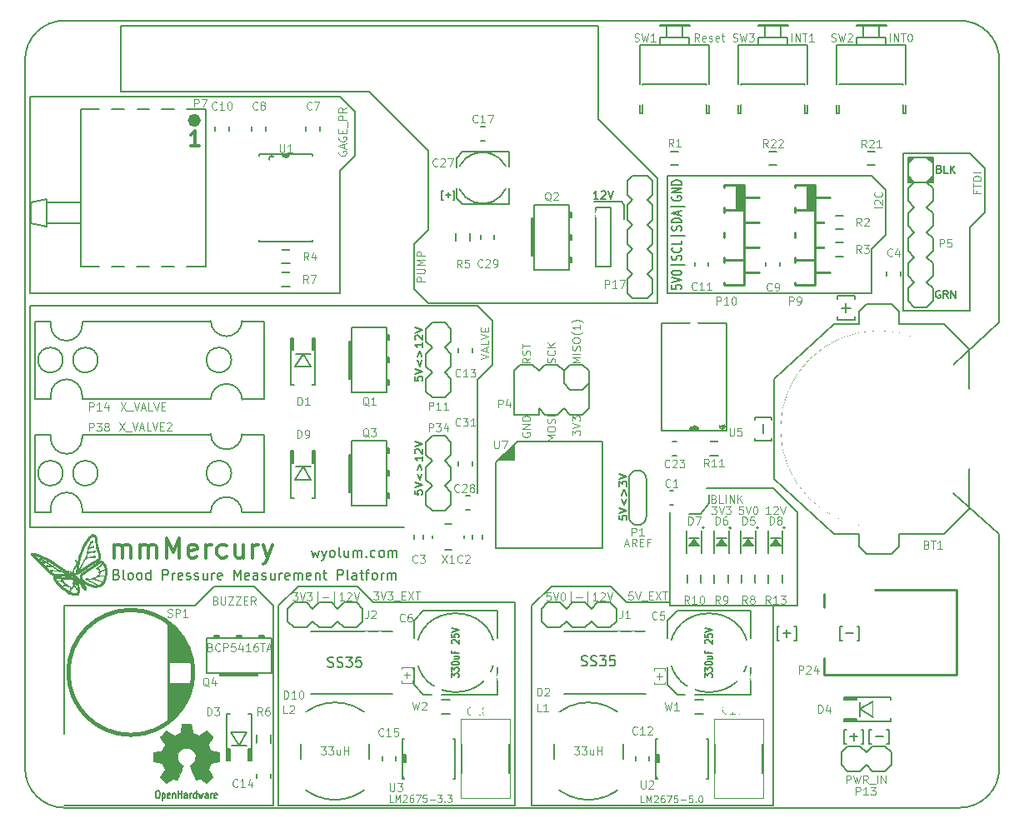
<source format=gto>
G04 #@! TF.FileFunction,Legend,Top*
%FSLAX46Y46*%
G04 Gerber Fmt 4.6, Leading zero omitted, Abs format (unit mm)*
G04 Created by KiCad (PCBNEW 4.0.0-2.201511301921+6191~38~ubuntu15.10.1-stable) date Tue Dec  8 20:56:11 2015*
%MOMM*%
G01*
G04 APERTURE LIST*
%ADD10C,0.025400*%
%ADD11C,0.200000*%
%ADD12C,0.120000*%
%ADD13C,0.300000*%
%ADD14C,0.150000*%
%ADD15C,0.127000*%
%ADD16C,0.190500*%
%ADD17C,0.152400*%
%ADD18C,0.254000*%
%ADD19C,0.381000*%
%ADD20C,0.002540*%
%ADD21C,0.100000*%
%ADD22C,0.355600*%
%ADD23C,1.200000*%
%ADD24C,1.016000*%
%ADD25C,20.000000*%
%ADD26R,3.048000X1.625600*%
%ADD27R,1.700000X2.500000*%
%ADD28R,2.500000X1.700000*%
%ADD29R,1.270000X1.016000*%
%ADD30R,1.400000X1.400000*%
%ADD31R,1.524000X1.524000*%
%ADD32C,1.524000*%
%ADD33C,1.778000*%
%ADD34R,1.778000X1.778000*%
%ADD35C,2.540000*%
%ADD36C,1.800000*%
%ADD37O,3.048000X4.572000*%
%ADD38R,3.048000X4.572000*%
%ADD39O,4.572000X3.048000*%
%ADD40R,2.032000X3.810000*%
%ADD41R,2.032000X1.524000*%
%ADD42R,3.810000X2.032000*%
%ADD43R,1.524000X2.032000*%
%ADD44C,6.096000*%
%ADD45C,2.032000*%
%ADD46R,1.998980X0.599440*%
%ADD47R,1.998980X0.449580*%
%ADD48R,0.449580X1.998980*%
%ADD49R,1.400000X1.200000*%
%ADD50R,1.000000X1.450000*%
%ADD51R,1.450000X1.000000*%
%ADD52R,1.100000X1.150000*%
%ADD53C,2.000000*%
%ADD54C,3.000000*%
%ADD55R,2.600000X3.200000*%
%ADD56R,0.609600X2.032000*%
%ADD57R,1.450000X1.150000*%
%ADD58R,1.150000X1.450000*%
%ADD59R,4.300000X2.400000*%
%ADD60R,3.500000X2.500000*%
%ADD61R,7.500000X3.000000*%
%ADD62R,0.609600X3.048000*%
%ADD63R,1.549400X0.596900*%
G04 APERTURE END LIST*
D10*
D11*
X65500000Y20500000D02*
X76000000Y20500000D01*
X61100000Y20900000D02*
X65500000Y20900000D01*
X59500000Y22500000D02*
X61100000Y20900000D01*
X53500000Y22500000D02*
X59500000Y22500000D01*
X35350000Y20900000D02*
X49750000Y20900000D01*
X33750000Y22500000D02*
X35350000Y20900000D01*
X27750000Y22500000D02*
X33750000Y22500000D01*
X96000000Y59000000D02*
X96000000Y50500000D01*
X97500000Y60500000D02*
X96000000Y59000000D01*
X97500000Y65000000D02*
X97500000Y60500000D01*
X96000000Y66500000D02*
X97500000Y65000000D01*
D12*
X87111905Y60969048D02*
X86311905Y60969048D01*
X86388095Y61311905D02*
X86350000Y61350000D01*
X86311905Y61426191D01*
X86311905Y61616667D01*
X86350000Y61692857D01*
X86388095Y61730953D01*
X86464286Y61769048D01*
X86540476Y61769048D01*
X86654762Y61730953D01*
X87111905Y61273810D01*
X87111905Y61769048D01*
X87035714Y62569048D02*
X87073810Y62530953D01*
X87111905Y62416667D01*
X87111905Y62340477D01*
X87073810Y62226191D01*
X86997619Y62150000D01*
X86921429Y62111905D01*
X86769048Y62073810D01*
X86654762Y62073810D01*
X86502381Y62111905D01*
X86426190Y62150000D01*
X86350000Y62226191D01*
X86311905Y62340477D01*
X86311905Y62416667D01*
X86350000Y62530953D01*
X86388095Y62569048D01*
D11*
X86000000Y56750000D02*
X86000000Y52250000D01*
X87500000Y58250000D02*
X86000000Y56750000D01*
X87500000Y62750000D02*
X87500000Y58250000D01*
X86000000Y64250000D02*
X87500000Y62750000D01*
X500000Y52250000D02*
X500000Y72250000D01*
X32000000Y52250000D02*
X500000Y52250000D01*
X32000000Y64750000D02*
X32000000Y52250000D01*
X33500000Y66250000D02*
X32000000Y64750000D01*
X33500000Y70750000D02*
X33500000Y66250000D01*
X32000000Y72250000D02*
X33500000Y70750000D01*
X500000Y72250000D02*
X32000000Y72250000D01*
X41000000Y58750000D02*
X41000000Y66750000D01*
X39500000Y57250000D02*
X41000000Y58750000D01*
X39500000Y52750000D02*
X39500000Y57250000D01*
X41000000Y51250000D02*
X39500000Y52750000D01*
D12*
X46311905Y45611905D02*
X47111905Y45878572D01*
X46311905Y46145239D01*
X46883333Y46373810D02*
X46883333Y46754762D01*
X47111905Y46297619D02*
X46311905Y46564286D01*
X47111905Y46830953D01*
X47111905Y47478572D02*
X47111905Y47097619D01*
X46311905Y47097619D01*
X46311905Y47630952D02*
X47111905Y47897619D01*
X46311905Y48164286D01*
X46692857Y48430952D02*
X46692857Y48697619D01*
X47111905Y48811905D02*
X47111905Y48430952D01*
X46311905Y48430952D01*
X46311905Y48811905D01*
D11*
X46000000Y51000000D02*
X500000Y51000000D01*
X47500000Y49500000D02*
X47500000Y45000000D01*
X47500000Y49500000D02*
X46000000Y51000000D01*
X46000000Y43500000D02*
X46000000Y32000000D01*
X47500000Y45000000D02*
X46000000Y43500000D01*
X500000Y28500000D02*
X500000Y51000000D01*
X500000Y28500000D02*
X38500000Y28500000D01*
X35000000Y72750000D02*
X9750000Y72750000D01*
X41000000Y66750000D02*
X35000000Y72750000D01*
X41000000Y51250000D02*
X64250000Y51250000D01*
X9750000Y79500000D02*
X9750000Y72750000D01*
X58250000Y79500000D02*
X9750000Y79500000D01*
X58250000Y70000000D02*
X58250000Y79500000D01*
X64250000Y64000000D02*
X58250000Y70000000D01*
X60600000Y61600000D02*
X57800000Y61600000D01*
X60900000Y61300000D02*
X60600000Y61600000D01*
X60900000Y61300000D02*
X60900000Y59800000D01*
X64250000Y51250000D02*
X64250000Y64000000D01*
D13*
X9035618Y25404238D02*
X9035618Y26737571D01*
X9035618Y26547095D02*
X9130857Y26642333D01*
X9321333Y26737571D01*
X9607047Y26737571D01*
X9797523Y26642333D01*
X9892761Y26451857D01*
X9892761Y25404238D01*
X9892761Y26451857D02*
X9987999Y26642333D01*
X10178476Y26737571D01*
X10464190Y26737571D01*
X10654666Y26642333D01*
X10749904Y26451857D01*
X10749904Y25404238D01*
X11702285Y25404238D02*
X11702285Y26737571D01*
X11702285Y26547095D02*
X11797524Y26642333D01*
X11988000Y26737571D01*
X12273714Y26737571D01*
X12464190Y26642333D01*
X12559428Y26451857D01*
X12559428Y25404238D01*
X12559428Y26451857D02*
X12654666Y26642333D01*
X12845143Y26737571D01*
X13130857Y26737571D01*
X13321333Y26642333D01*
X13416571Y26451857D01*
X13416571Y25404238D01*
X14368952Y25404238D02*
X14368952Y27404238D01*
X15035619Y25975667D01*
X15702286Y27404238D01*
X15702286Y25404238D01*
X17416571Y25499476D02*
X17226095Y25404238D01*
X16845143Y25404238D01*
X16654666Y25499476D01*
X16559428Y25689952D01*
X16559428Y26451857D01*
X16654666Y26642333D01*
X16845143Y26737571D01*
X17226095Y26737571D01*
X17416571Y26642333D01*
X17511809Y26451857D01*
X17511809Y26261381D01*
X16559428Y26070905D01*
X18368952Y25404238D02*
X18368952Y26737571D01*
X18368952Y26356619D02*
X18464191Y26547095D01*
X18559429Y26642333D01*
X18749905Y26737571D01*
X18940381Y26737571D01*
X20464190Y25499476D02*
X20273714Y25404238D01*
X19892762Y25404238D01*
X19702286Y25499476D01*
X19607047Y25594714D01*
X19511809Y25785190D01*
X19511809Y26356619D01*
X19607047Y26547095D01*
X19702286Y26642333D01*
X19892762Y26737571D01*
X20273714Y26737571D01*
X20464190Y26642333D01*
X22178476Y26737571D02*
X22178476Y25404238D01*
X21321333Y26737571D02*
X21321333Y25689952D01*
X21416572Y25499476D01*
X21607048Y25404238D01*
X21892762Y25404238D01*
X22083238Y25499476D01*
X22178476Y25594714D01*
X23130857Y25404238D02*
X23130857Y26737571D01*
X23130857Y26356619D02*
X23226096Y26547095D01*
X23321334Y26642333D01*
X23511810Y26737571D01*
X23702286Y26737571D01*
X24178476Y26737571D02*
X24654667Y25404238D01*
X25130857Y26737571D02*
X24654667Y25404238D01*
X24464191Y24928048D01*
X24368952Y24832810D01*
X24178476Y24737571D01*
D11*
X9314188Y23713429D02*
X9457045Y23665810D01*
X9504664Y23618190D01*
X9552283Y23522952D01*
X9552283Y23380095D01*
X9504664Y23284857D01*
X9457045Y23237238D01*
X9361807Y23189619D01*
X8980854Y23189619D01*
X8980854Y24189619D01*
X9314188Y24189619D01*
X9409426Y24142000D01*
X9457045Y24094381D01*
X9504664Y23999143D01*
X9504664Y23903905D01*
X9457045Y23808667D01*
X9409426Y23761048D01*
X9314188Y23713429D01*
X8980854Y23713429D01*
X10123711Y23189619D02*
X10028473Y23237238D01*
X9980854Y23332476D01*
X9980854Y24189619D01*
X10647521Y23189619D02*
X10552283Y23237238D01*
X10504664Y23284857D01*
X10457045Y23380095D01*
X10457045Y23665810D01*
X10504664Y23761048D01*
X10552283Y23808667D01*
X10647521Y23856286D01*
X10790379Y23856286D01*
X10885617Y23808667D01*
X10933236Y23761048D01*
X10980855Y23665810D01*
X10980855Y23380095D01*
X10933236Y23284857D01*
X10885617Y23237238D01*
X10790379Y23189619D01*
X10647521Y23189619D01*
X11552283Y23189619D02*
X11457045Y23237238D01*
X11409426Y23284857D01*
X11361807Y23380095D01*
X11361807Y23665810D01*
X11409426Y23761048D01*
X11457045Y23808667D01*
X11552283Y23856286D01*
X11695141Y23856286D01*
X11790379Y23808667D01*
X11837998Y23761048D01*
X11885617Y23665810D01*
X11885617Y23380095D01*
X11837998Y23284857D01*
X11790379Y23237238D01*
X11695141Y23189619D01*
X11552283Y23189619D01*
X12742760Y23189619D02*
X12742760Y24189619D01*
X12742760Y23237238D02*
X12647522Y23189619D01*
X12457045Y23189619D01*
X12361807Y23237238D01*
X12314188Y23284857D01*
X12266569Y23380095D01*
X12266569Y23665810D01*
X12314188Y23761048D01*
X12361807Y23808667D01*
X12457045Y23856286D01*
X12647522Y23856286D01*
X12742760Y23808667D01*
X13980855Y23189619D02*
X13980855Y24189619D01*
X14361808Y24189619D01*
X14457046Y24142000D01*
X14504665Y24094381D01*
X14552284Y23999143D01*
X14552284Y23856286D01*
X14504665Y23761048D01*
X14457046Y23713429D01*
X14361808Y23665810D01*
X13980855Y23665810D01*
X14980855Y23189619D02*
X14980855Y23856286D01*
X14980855Y23665810D02*
X15028474Y23761048D01*
X15076093Y23808667D01*
X15171331Y23856286D01*
X15266570Y23856286D01*
X15980856Y23237238D02*
X15885618Y23189619D01*
X15695141Y23189619D01*
X15599903Y23237238D01*
X15552284Y23332476D01*
X15552284Y23713429D01*
X15599903Y23808667D01*
X15695141Y23856286D01*
X15885618Y23856286D01*
X15980856Y23808667D01*
X16028475Y23713429D01*
X16028475Y23618190D01*
X15552284Y23522952D01*
X16409427Y23237238D02*
X16504665Y23189619D01*
X16695141Y23189619D01*
X16790380Y23237238D01*
X16837999Y23332476D01*
X16837999Y23380095D01*
X16790380Y23475333D01*
X16695141Y23522952D01*
X16552284Y23522952D01*
X16457046Y23570571D01*
X16409427Y23665810D01*
X16409427Y23713429D01*
X16457046Y23808667D01*
X16552284Y23856286D01*
X16695141Y23856286D01*
X16790380Y23808667D01*
X17218951Y23237238D02*
X17314189Y23189619D01*
X17504665Y23189619D01*
X17599904Y23237238D01*
X17647523Y23332476D01*
X17647523Y23380095D01*
X17599904Y23475333D01*
X17504665Y23522952D01*
X17361808Y23522952D01*
X17266570Y23570571D01*
X17218951Y23665810D01*
X17218951Y23713429D01*
X17266570Y23808667D01*
X17361808Y23856286D01*
X17504665Y23856286D01*
X17599904Y23808667D01*
X18504666Y23856286D02*
X18504666Y23189619D01*
X18076094Y23856286D02*
X18076094Y23332476D01*
X18123713Y23237238D01*
X18218951Y23189619D01*
X18361809Y23189619D01*
X18457047Y23237238D01*
X18504666Y23284857D01*
X18980856Y23189619D02*
X18980856Y23856286D01*
X18980856Y23665810D02*
X19028475Y23761048D01*
X19076094Y23808667D01*
X19171332Y23856286D01*
X19266571Y23856286D01*
X19980857Y23237238D02*
X19885619Y23189619D01*
X19695142Y23189619D01*
X19599904Y23237238D01*
X19552285Y23332476D01*
X19552285Y23713429D01*
X19599904Y23808667D01*
X19695142Y23856286D01*
X19885619Y23856286D01*
X19980857Y23808667D01*
X20028476Y23713429D01*
X20028476Y23618190D01*
X19552285Y23522952D01*
X21218952Y23189619D02*
X21218952Y24189619D01*
X21552286Y23475333D01*
X21885619Y24189619D01*
X21885619Y23189619D01*
X22742762Y23237238D02*
X22647524Y23189619D01*
X22457047Y23189619D01*
X22361809Y23237238D01*
X22314190Y23332476D01*
X22314190Y23713429D01*
X22361809Y23808667D01*
X22457047Y23856286D01*
X22647524Y23856286D01*
X22742762Y23808667D01*
X22790381Y23713429D01*
X22790381Y23618190D01*
X22314190Y23522952D01*
X23647524Y23189619D02*
X23647524Y23713429D01*
X23599905Y23808667D01*
X23504667Y23856286D01*
X23314190Y23856286D01*
X23218952Y23808667D01*
X23647524Y23237238D02*
X23552286Y23189619D01*
X23314190Y23189619D01*
X23218952Y23237238D01*
X23171333Y23332476D01*
X23171333Y23427714D01*
X23218952Y23522952D01*
X23314190Y23570571D01*
X23552286Y23570571D01*
X23647524Y23618190D01*
X24076095Y23237238D02*
X24171333Y23189619D01*
X24361809Y23189619D01*
X24457048Y23237238D01*
X24504667Y23332476D01*
X24504667Y23380095D01*
X24457048Y23475333D01*
X24361809Y23522952D01*
X24218952Y23522952D01*
X24123714Y23570571D01*
X24076095Y23665810D01*
X24076095Y23713429D01*
X24123714Y23808667D01*
X24218952Y23856286D01*
X24361809Y23856286D01*
X24457048Y23808667D01*
X25361810Y23856286D02*
X25361810Y23189619D01*
X24933238Y23856286D02*
X24933238Y23332476D01*
X24980857Y23237238D01*
X25076095Y23189619D01*
X25218953Y23189619D01*
X25314191Y23237238D01*
X25361810Y23284857D01*
X25838000Y23189619D02*
X25838000Y23856286D01*
X25838000Y23665810D02*
X25885619Y23761048D01*
X25933238Y23808667D01*
X26028476Y23856286D01*
X26123715Y23856286D01*
X26838001Y23237238D02*
X26742763Y23189619D01*
X26552286Y23189619D01*
X26457048Y23237238D01*
X26409429Y23332476D01*
X26409429Y23713429D01*
X26457048Y23808667D01*
X26552286Y23856286D01*
X26742763Y23856286D01*
X26838001Y23808667D01*
X26885620Y23713429D01*
X26885620Y23618190D01*
X26409429Y23522952D01*
X27314191Y23189619D02*
X27314191Y23856286D01*
X27314191Y23761048D02*
X27361810Y23808667D01*
X27457048Y23856286D01*
X27599906Y23856286D01*
X27695144Y23808667D01*
X27742763Y23713429D01*
X27742763Y23189619D01*
X27742763Y23713429D02*
X27790382Y23808667D01*
X27885620Y23856286D01*
X28028477Y23856286D01*
X28123715Y23808667D01*
X28171334Y23713429D01*
X28171334Y23189619D01*
X29028477Y23237238D02*
X28933239Y23189619D01*
X28742762Y23189619D01*
X28647524Y23237238D01*
X28599905Y23332476D01*
X28599905Y23713429D01*
X28647524Y23808667D01*
X28742762Y23856286D01*
X28933239Y23856286D01*
X29028477Y23808667D01*
X29076096Y23713429D01*
X29076096Y23618190D01*
X28599905Y23522952D01*
X29504667Y23856286D02*
X29504667Y23189619D01*
X29504667Y23761048D02*
X29552286Y23808667D01*
X29647524Y23856286D01*
X29790382Y23856286D01*
X29885620Y23808667D01*
X29933239Y23713429D01*
X29933239Y23189619D01*
X30266572Y23856286D02*
X30647524Y23856286D01*
X30409429Y24189619D02*
X30409429Y23332476D01*
X30457048Y23237238D01*
X30552286Y23189619D01*
X30647524Y23189619D01*
X31742763Y23189619D02*
X31742763Y24189619D01*
X32123716Y24189619D01*
X32218954Y24142000D01*
X32266573Y24094381D01*
X32314192Y23999143D01*
X32314192Y23856286D01*
X32266573Y23761048D01*
X32218954Y23713429D01*
X32123716Y23665810D01*
X31742763Y23665810D01*
X32885620Y23189619D02*
X32790382Y23237238D01*
X32742763Y23332476D01*
X32742763Y24189619D01*
X33695145Y23189619D02*
X33695145Y23713429D01*
X33647526Y23808667D01*
X33552288Y23856286D01*
X33361811Y23856286D01*
X33266573Y23808667D01*
X33695145Y23237238D02*
X33599907Y23189619D01*
X33361811Y23189619D01*
X33266573Y23237238D01*
X33218954Y23332476D01*
X33218954Y23427714D01*
X33266573Y23522952D01*
X33361811Y23570571D01*
X33599907Y23570571D01*
X33695145Y23618190D01*
X34028478Y23856286D02*
X34409430Y23856286D01*
X34171335Y24189619D02*
X34171335Y23332476D01*
X34218954Y23237238D01*
X34314192Y23189619D01*
X34409430Y23189619D01*
X34599907Y23856286D02*
X34980859Y23856286D01*
X34742764Y23189619D02*
X34742764Y24046762D01*
X34790383Y24142000D01*
X34885621Y24189619D01*
X34980859Y24189619D01*
X35457050Y23189619D02*
X35361812Y23237238D01*
X35314193Y23284857D01*
X35266574Y23380095D01*
X35266574Y23665810D01*
X35314193Y23761048D01*
X35361812Y23808667D01*
X35457050Y23856286D01*
X35599908Y23856286D01*
X35695146Y23808667D01*
X35742765Y23761048D01*
X35790384Y23665810D01*
X35790384Y23380095D01*
X35742765Y23284857D01*
X35695146Y23237238D01*
X35599908Y23189619D01*
X35457050Y23189619D01*
X36218955Y23189619D02*
X36218955Y23856286D01*
X36218955Y23665810D02*
X36266574Y23761048D01*
X36314193Y23808667D01*
X36409431Y23856286D01*
X36504670Y23856286D01*
X36838003Y23189619D02*
X36838003Y23856286D01*
X36838003Y23761048D02*
X36885622Y23808667D01*
X36980860Y23856286D01*
X37123718Y23856286D01*
X37218956Y23808667D01*
X37266575Y23713429D01*
X37266575Y23189619D01*
X37266575Y23713429D02*
X37314194Y23808667D01*
X37409432Y23856286D01*
X37552289Y23856286D01*
X37647527Y23808667D01*
X37695146Y23713429D01*
X37695146Y23189619D01*
X29117048Y26142286D02*
X29307524Y25475619D01*
X29498001Y25951810D01*
X29688477Y25475619D01*
X29878953Y26142286D01*
X30164667Y26142286D02*
X30402762Y25475619D01*
X30640858Y26142286D02*
X30402762Y25475619D01*
X30307524Y25237524D01*
X30259905Y25189905D01*
X30164667Y25142286D01*
X31164667Y25475619D02*
X31069429Y25523238D01*
X31021810Y25570857D01*
X30974191Y25666095D01*
X30974191Y25951810D01*
X31021810Y26047048D01*
X31069429Y26094667D01*
X31164667Y26142286D01*
X31307525Y26142286D01*
X31402763Y26094667D01*
X31450382Y26047048D01*
X31498001Y25951810D01*
X31498001Y25666095D01*
X31450382Y25570857D01*
X31402763Y25523238D01*
X31307525Y25475619D01*
X31164667Y25475619D01*
X32069429Y25475619D02*
X31974191Y25523238D01*
X31926572Y25618476D01*
X31926572Y26475619D01*
X32878954Y26142286D02*
X32878954Y25475619D01*
X32450382Y26142286D02*
X32450382Y25618476D01*
X32498001Y25523238D01*
X32593239Y25475619D01*
X32736097Y25475619D01*
X32831335Y25523238D01*
X32878954Y25570857D01*
X33355144Y25475619D02*
X33355144Y26142286D01*
X33355144Y26047048D02*
X33402763Y26094667D01*
X33498001Y26142286D01*
X33640859Y26142286D01*
X33736097Y26094667D01*
X33783716Y25999429D01*
X33783716Y25475619D01*
X33783716Y25999429D02*
X33831335Y26094667D01*
X33926573Y26142286D01*
X34069430Y26142286D01*
X34164668Y26094667D01*
X34212287Y25999429D01*
X34212287Y25475619D01*
X34688477Y25570857D02*
X34736096Y25523238D01*
X34688477Y25475619D01*
X34640858Y25523238D01*
X34688477Y25570857D01*
X34688477Y25475619D01*
X35593239Y25523238D02*
X35498001Y25475619D01*
X35307524Y25475619D01*
X35212286Y25523238D01*
X35164667Y25570857D01*
X35117048Y25666095D01*
X35117048Y25951810D01*
X35164667Y26047048D01*
X35212286Y26094667D01*
X35307524Y26142286D01*
X35498001Y26142286D01*
X35593239Y26094667D01*
X36164667Y25475619D02*
X36069429Y25523238D01*
X36021810Y25570857D01*
X35974191Y25666095D01*
X35974191Y25951810D01*
X36021810Y26047048D01*
X36069429Y26094667D01*
X36164667Y26142286D01*
X36307525Y26142286D01*
X36402763Y26094667D01*
X36450382Y26047048D01*
X36498001Y25951810D01*
X36498001Y25666095D01*
X36450382Y25570857D01*
X36402763Y25523238D01*
X36307525Y25475619D01*
X36164667Y25475619D01*
X36926572Y25475619D02*
X36926572Y26142286D01*
X36926572Y26047048D02*
X36974191Y26094667D01*
X37069429Y26142286D01*
X37212287Y26142286D01*
X37307525Y26094667D01*
X37355144Y25999429D01*
X37355144Y25475619D01*
X37355144Y25999429D02*
X37402763Y26094667D01*
X37498001Y26142286D01*
X37640858Y26142286D01*
X37736096Y26094667D01*
X37783715Y25999429D01*
X37783715Y25475619D01*
X4000000Y20500000D02*
X4000000Y7500000D01*
X17250000Y20500000D02*
X4000000Y20500000D01*
X25250000Y250000D02*
X4000000Y250000D01*
X76000000Y32500000D02*
X69250000Y32500000D01*
X78500000Y30000000D02*
X76000000Y32500000D01*
X78500000Y20500000D02*
X78500000Y30000000D01*
X76000000Y20500000D02*
X78500000Y20500000D01*
X65500000Y30000000D02*
X65500000Y20500000D01*
X19250000Y22500000D02*
X17250000Y20500000D01*
X23250000Y22500000D02*
X19250000Y22500000D01*
X25250000Y20500000D02*
X23250000Y22500000D01*
X25250000Y250000D02*
X25250000Y20500000D01*
X49750000Y250000D02*
X49750000Y20900000D01*
X25750000Y250000D02*
X49750000Y250000D01*
X25750000Y20500000D02*
X25750000Y250000D01*
X27750000Y22500000D02*
X25750000Y20500000D01*
X51500000Y20500000D02*
X53500000Y22500000D01*
X51500000Y250000D02*
X51500000Y20500000D01*
X76000000Y250000D02*
X76000000Y20500000D01*
X51500000Y250000D02*
X76000000Y250000D01*
X84552381Y18435714D02*
X84790477Y18435714D01*
X84790477Y17007143D01*
X84552381Y17007143D01*
X84171429Y17721429D02*
X83409524Y17721429D01*
X83028572Y18435714D02*
X82790477Y18435714D01*
X82790477Y17007143D01*
X83028572Y17007143D01*
X78171427Y18435714D02*
X78409523Y18435714D01*
X78409523Y17007143D01*
X78171427Y17007143D01*
X77790475Y17721429D02*
X77028570Y17721429D01*
X77409522Y18102381D02*
X77409522Y17340476D01*
X76647618Y18435714D02*
X76409523Y18435714D01*
X76409523Y17007143D01*
X76647618Y17007143D01*
X96000000Y66500000D02*
X89250000Y66500000D01*
X89250000Y50500000D02*
X96000000Y50500000D01*
X89250000Y66500000D02*
X89250000Y50500000D01*
X65250000Y52250000D02*
X65250000Y58250000D01*
X86000000Y52250000D02*
X65250000Y52250000D01*
X65250000Y64250000D02*
X86000000Y64250000D01*
X65250000Y58250000D02*
X65250000Y64250000D01*
D14*
X65702381Y53126191D02*
X65702381Y52745238D01*
X66178571Y52707143D01*
X66130952Y52745238D01*
X66083333Y52821429D01*
X66083333Y53011905D01*
X66130952Y53088095D01*
X66178571Y53126191D01*
X66273810Y53164286D01*
X66511905Y53164286D01*
X66607143Y53126191D01*
X66654762Y53088095D01*
X66702381Y53011905D01*
X66702381Y52821429D01*
X66654762Y52745238D01*
X66607143Y52707143D01*
X65702381Y53392857D02*
X66702381Y53659524D01*
X65702381Y53926191D01*
X65702381Y54345238D02*
X65702381Y54421429D01*
X65750000Y54497619D01*
X65797619Y54535714D01*
X65892857Y54573810D01*
X66083333Y54611905D01*
X66321429Y54611905D01*
X66511905Y54573810D01*
X66607143Y54535714D01*
X66654762Y54497619D01*
X66702381Y54421429D01*
X66702381Y54345238D01*
X66654762Y54269048D01*
X66607143Y54230952D01*
X66511905Y54192857D01*
X66321429Y54154762D01*
X66083333Y54154762D01*
X65892857Y54192857D01*
X65797619Y54230952D01*
X65750000Y54269048D01*
X65702381Y54345238D01*
X67035714Y55145238D02*
X65607143Y55145238D01*
X66654762Y55678572D02*
X66702381Y55792858D01*
X66702381Y55983334D01*
X66654762Y56059524D01*
X66607143Y56097620D01*
X66511905Y56135715D01*
X66416667Y56135715D01*
X66321429Y56097620D01*
X66273810Y56059524D01*
X66226190Y55983334D01*
X66178571Y55830953D01*
X66130952Y55754762D01*
X66083333Y55716667D01*
X65988095Y55678572D01*
X65892857Y55678572D01*
X65797619Y55716667D01*
X65750000Y55754762D01*
X65702381Y55830953D01*
X65702381Y56021429D01*
X65750000Y56135715D01*
X66607143Y56935715D02*
X66654762Y56897620D01*
X66702381Y56783334D01*
X66702381Y56707144D01*
X66654762Y56592858D01*
X66559524Y56516667D01*
X66464286Y56478572D01*
X66273810Y56440477D01*
X66130952Y56440477D01*
X65940476Y56478572D01*
X65845238Y56516667D01*
X65750000Y56592858D01*
X65702381Y56707144D01*
X65702381Y56783334D01*
X65750000Y56897620D01*
X65797619Y56935715D01*
X66702381Y57659525D02*
X66702381Y57278572D01*
X65702381Y57278572D01*
X67035714Y58116667D02*
X65607143Y58116667D01*
X66654762Y58650001D02*
X66702381Y58764287D01*
X66702381Y58954763D01*
X66654762Y59030953D01*
X66607143Y59069049D01*
X66511905Y59107144D01*
X66416667Y59107144D01*
X66321429Y59069049D01*
X66273810Y59030953D01*
X66226190Y58954763D01*
X66178571Y58802382D01*
X66130952Y58726191D01*
X66083333Y58688096D01*
X65988095Y58650001D01*
X65892857Y58650001D01*
X65797619Y58688096D01*
X65750000Y58726191D01*
X65702381Y58802382D01*
X65702381Y58992858D01*
X65750000Y59107144D01*
X66702381Y59450001D02*
X65702381Y59450001D01*
X65702381Y59640477D01*
X65750000Y59754763D01*
X65845238Y59830954D01*
X65940476Y59869049D01*
X66130952Y59907144D01*
X66273810Y59907144D01*
X66464286Y59869049D01*
X66559524Y59830954D01*
X66654762Y59754763D01*
X66702381Y59640477D01*
X66702381Y59450001D01*
X66416667Y60211906D02*
X66416667Y60592858D01*
X66702381Y60135715D02*
X65702381Y60402382D01*
X66702381Y60669049D01*
X67035714Y61126191D02*
X65607143Y61126191D01*
X65750000Y62116668D02*
X65702381Y62040477D01*
X65702381Y61926192D01*
X65750000Y61811906D01*
X65845238Y61735715D01*
X65940476Y61697620D01*
X66130952Y61659525D01*
X66273810Y61659525D01*
X66464286Y61697620D01*
X66559524Y61735715D01*
X66654762Y61811906D01*
X66702381Y61926192D01*
X66702381Y62002382D01*
X66654762Y62116668D01*
X66607143Y62154763D01*
X66273810Y62154763D01*
X66273810Y62002382D01*
X66702381Y62497620D02*
X65702381Y62497620D01*
X66702381Y62954763D01*
X65702381Y62954763D01*
X66702381Y63335715D02*
X65702381Y63335715D01*
X65702381Y63526191D01*
X65750000Y63640477D01*
X65845238Y63716668D01*
X65940476Y63754763D01*
X66130952Y63792858D01*
X66273810Y63792858D01*
X66464286Y63754763D01*
X66559524Y63716668D01*
X66654762Y63640477D01*
X66702381Y63526191D01*
X66702381Y63335715D01*
X58254762Y61888095D02*
X57797619Y61888095D01*
X58026190Y61888095D02*
X58026190Y62688095D01*
X57950000Y62573810D01*
X57873809Y62497619D01*
X57797619Y62459524D01*
X58559524Y62611905D02*
X58597619Y62650000D01*
X58673810Y62688095D01*
X58864286Y62688095D01*
X58940476Y62650000D01*
X58978572Y62611905D01*
X59016667Y62535714D01*
X59016667Y62459524D01*
X58978572Y62345238D01*
X58521429Y61888095D01*
X59016667Y61888095D01*
X59245238Y62688095D02*
X59511905Y61888095D01*
X59778572Y62688095D01*
X39611905Y43802382D02*
X39611905Y43421429D01*
X39992857Y43383334D01*
X39954762Y43421429D01*
X39916667Y43497620D01*
X39916667Y43688096D01*
X39954762Y43764286D01*
X39992857Y43802382D01*
X40069048Y43840477D01*
X40259524Y43840477D01*
X40335714Y43802382D01*
X40373810Y43764286D01*
X40411905Y43688096D01*
X40411905Y43497620D01*
X40373810Y43421429D01*
X40335714Y43383334D01*
X39611905Y44069048D02*
X40411905Y44335715D01*
X39611905Y44602382D01*
X39878571Y45478572D02*
X40107143Y44869048D01*
X40335714Y45478572D01*
X39878571Y45859524D02*
X40107143Y46469048D01*
X40335714Y45859524D01*
X40411905Y47269048D02*
X40411905Y46811905D01*
X40411905Y47040476D02*
X39611905Y47040476D01*
X39726190Y46964286D01*
X39802381Y46888095D01*
X39840476Y46811905D01*
X39688095Y47573810D02*
X39650000Y47611905D01*
X39611905Y47688096D01*
X39611905Y47878572D01*
X39650000Y47954762D01*
X39688095Y47992858D01*
X39764286Y48030953D01*
X39840476Y48030953D01*
X39954762Y47992858D01*
X40411905Y47535715D01*
X40411905Y48030953D01*
X39611905Y48259524D02*
X40411905Y48526191D01*
X39611905Y48792858D01*
X39611905Y32252382D02*
X39611905Y31871429D01*
X39992857Y31833334D01*
X39954762Y31871429D01*
X39916667Y31947620D01*
X39916667Y32138096D01*
X39954762Y32214286D01*
X39992857Y32252382D01*
X40069048Y32290477D01*
X40259524Y32290477D01*
X40335714Y32252382D01*
X40373810Y32214286D01*
X40411905Y32138096D01*
X40411905Y31947620D01*
X40373810Y31871429D01*
X40335714Y31833334D01*
X39611905Y32519048D02*
X40411905Y32785715D01*
X39611905Y33052382D01*
X39878571Y33928572D02*
X40107143Y33319048D01*
X40335714Y33928572D01*
X39878571Y34309524D02*
X40107143Y34919048D01*
X40335714Y34309524D01*
X40411905Y35719048D02*
X40411905Y35261905D01*
X40411905Y35490476D02*
X39611905Y35490476D01*
X39726190Y35414286D01*
X39802381Y35338095D01*
X39840476Y35261905D01*
X39688095Y36023810D02*
X39650000Y36061905D01*
X39611905Y36138096D01*
X39611905Y36328572D01*
X39650000Y36404762D01*
X39688095Y36442858D01*
X39764286Y36480953D01*
X39840476Y36480953D01*
X39954762Y36442858D01*
X40411905Y35985715D01*
X40411905Y36480953D01*
X39611905Y36709524D02*
X40411905Y36976191D01*
X39611905Y37242858D01*
X60361905Y29683334D02*
X60361905Y29302381D01*
X60742857Y29264286D01*
X60704762Y29302381D01*
X60666667Y29378572D01*
X60666667Y29569048D01*
X60704762Y29645238D01*
X60742857Y29683334D01*
X60819048Y29721429D01*
X61009524Y29721429D01*
X61085714Y29683334D01*
X61123810Y29645238D01*
X61161905Y29569048D01*
X61161905Y29378572D01*
X61123810Y29302381D01*
X61085714Y29264286D01*
X60361905Y29950000D02*
X61161905Y30216667D01*
X60361905Y30483334D01*
X60628571Y31359524D02*
X60857143Y30750000D01*
X61085714Y31359524D01*
X60628571Y31740476D02*
X60857143Y32350000D01*
X61085714Y31740476D01*
X60361905Y32654762D02*
X60361905Y33150000D01*
X60666667Y32883333D01*
X60666667Y32997619D01*
X60704762Y33073809D01*
X60742857Y33111905D01*
X60819048Y33150000D01*
X61009524Y33150000D01*
X61085714Y33111905D01*
X61123810Y33073809D01*
X61161905Y32997619D01*
X61161905Y32769047D01*
X61123810Y32692857D01*
X61085714Y32654762D01*
X60361905Y33378571D02*
X61161905Y33645238D01*
X60361905Y33911905D01*
D11*
X87547619Y7935714D02*
X87785715Y7935714D01*
X87785715Y6507143D01*
X87547619Y6507143D01*
X87166667Y7221429D02*
X86404762Y7221429D01*
X86023810Y7935714D02*
X85785715Y7935714D01*
X85785715Y6507143D01*
X86023810Y6507143D01*
X84976190Y7935714D02*
X85214286Y7935714D01*
X85214286Y6507143D01*
X84976190Y6507143D01*
X84595238Y7221429D02*
X83833333Y7221429D01*
X84214285Y7602381D02*
X84214285Y6840476D01*
X83452381Y7935714D02*
X83214286Y7935714D01*
X83214286Y6507143D01*
X83452381Y6507143D01*
D12*
X53404762Y21888095D02*
X53023809Y21888095D01*
X52985714Y21507143D01*
X53023809Y21545238D01*
X53100000Y21583333D01*
X53290476Y21583333D01*
X53366666Y21545238D01*
X53404762Y21507143D01*
X53442857Y21430952D01*
X53442857Y21240476D01*
X53404762Y21164286D01*
X53366666Y21126190D01*
X53290476Y21088095D01*
X53100000Y21088095D01*
X53023809Y21126190D01*
X52985714Y21164286D01*
X53671428Y21888095D02*
X53938095Y21088095D01*
X54204762Y21888095D01*
X54623809Y21888095D02*
X54700000Y21888095D01*
X54776190Y21850000D01*
X54814285Y21811905D01*
X54852381Y21735714D01*
X54890476Y21583333D01*
X54890476Y21392857D01*
X54852381Y21240476D01*
X54814285Y21164286D01*
X54776190Y21126190D01*
X54700000Y21088095D01*
X54623809Y21088095D01*
X54547619Y21126190D01*
X54509523Y21164286D01*
X54471428Y21240476D01*
X54433333Y21392857D01*
X54433333Y21583333D01*
X54471428Y21735714D01*
X54509523Y21811905D01*
X54547619Y21850000D01*
X54623809Y21888095D01*
X55423809Y20821429D02*
X55423809Y21964286D01*
X55995238Y21392857D02*
X56604762Y21392857D01*
X57176190Y20821429D02*
X57176190Y21964286D01*
X58166667Y21088095D02*
X57709524Y21088095D01*
X57938095Y21088095D02*
X57938095Y21888095D01*
X57861905Y21773810D01*
X57785714Y21697619D01*
X57709524Y21659524D01*
X58471429Y21811905D02*
X58509524Y21850000D01*
X58585715Y21888095D01*
X58776191Y21888095D01*
X58852381Y21850000D01*
X58890477Y21811905D01*
X58928572Y21735714D01*
X58928572Y21659524D01*
X58890477Y21545238D01*
X58433334Y21088095D01*
X58928572Y21088095D01*
X59157143Y21888095D02*
X59423810Y21088095D01*
X59690477Y21888095D01*
X27197619Y21888095D02*
X27692857Y21888095D01*
X27426190Y21583333D01*
X27540476Y21583333D01*
X27616666Y21545238D01*
X27654762Y21507143D01*
X27692857Y21430952D01*
X27692857Y21240476D01*
X27654762Y21164286D01*
X27616666Y21126190D01*
X27540476Y21088095D01*
X27311904Y21088095D01*
X27235714Y21126190D01*
X27197619Y21164286D01*
X27921428Y21888095D02*
X28188095Y21088095D01*
X28454762Y21888095D01*
X28645238Y21888095D02*
X29140476Y21888095D01*
X28873809Y21583333D01*
X28988095Y21583333D01*
X29064285Y21545238D01*
X29102381Y21507143D01*
X29140476Y21430952D01*
X29140476Y21240476D01*
X29102381Y21164286D01*
X29064285Y21126190D01*
X28988095Y21088095D01*
X28759523Y21088095D01*
X28683333Y21126190D01*
X28645238Y21164286D01*
X29673809Y20821429D02*
X29673809Y21964286D01*
X30245238Y21392857D02*
X30854762Y21392857D01*
X31426190Y20821429D02*
X31426190Y21964286D01*
X32416667Y21088095D02*
X31959524Y21088095D01*
X32188095Y21088095D02*
X32188095Y21888095D01*
X32111905Y21773810D01*
X32035714Y21697619D01*
X31959524Y21659524D01*
X32721429Y21811905D02*
X32759524Y21850000D01*
X32835715Y21888095D01*
X33026191Y21888095D01*
X33102381Y21850000D01*
X33140477Y21811905D01*
X33178572Y21735714D01*
X33178572Y21659524D01*
X33140477Y21545238D01*
X32683334Y21088095D01*
X33178572Y21088095D01*
X33407143Y21888095D02*
X33673810Y21088095D01*
X33940477Y21888095D01*
D11*
X68700000Y29850000D02*
X67450000Y29850000D01*
X69500000Y30950000D02*
X68700000Y29850000D01*
X69500000Y31800000D02*
X69500000Y30950000D01*
D15*
X4000000Y0D02*
X95000000Y0D01*
X99000000Y49300000D02*
X94300000Y45000000D01*
X99000000Y76000000D02*
X99000000Y49300000D01*
X94300000Y38500000D02*
X94300000Y45000000D01*
X94300000Y32000000D02*
X94300000Y38500000D01*
X99000000Y27800000D02*
X94300000Y32000000D01*
X99000000Y4000000D02*
X99000000Y27800000D01*
X0Y76000000D02*
X0Y4000000D01*
X95000000Y80000000D02*
X4000000Y80000000D01*
X99000000Y76000000D02*
G75*
G03X95000000Y80000000I-4000000J0D01*
G01*
X95000000Y0D02*
G75*
G03X99000000Y4000000I0J4000000D01*
G01*
X0Y4000000D02*
G75*
G03X4000000Y0I4000000J0D01*
G01*
X4000000Y80000000D02*
G75*
G03X0Y76000000I0J-4000000D01*
G01*
D16*
X88782000Y27832000D02*
X88782000Y26562000D01*
X88782000Y26562000D02*
X88020000Y25800000D01*
X88020000Y25800000D02*
X85480000Y25800000D01*
X85480000Y25800000D02*
X84718000Y26562000D01*
X84718000Y26562000D02*
X84718000Y27832000D01*
X84718000Y49168000D02*
X84718000Y50438000D01*
X84718000Y50438000D02*
X85480000Y51200000D01*
X85480000Y51200000D02*
X88020000Y51200000D01*
X88020000Y51200000D02*
X88782000Y50438000D01*
X88782000Y50438000D02*
X88782000Y49168000D01*
X89036000Y27832000D02*
X88782000Y27832000D01*
X84718000Y27832000D02*
X84464000Y27832000D01*
X84464000Y49168000D02*
X84718000Y49168000D01*
X88782000Y49168000D02*
X89036000Y49168000D01*
X94624000Y38500000D02*
X94624000Y35960000D01*
X94624000Y35960000D02*
X95894000Y34690000D01*
X95894000Y34690000D02*
X95894000Y30372000D01*
X95894000Y30372000D02*
X93354000Y27832000D01*
X93354000Y27832000D02*
X89036000Y27832000D01*
X95894000Y46628000D02*
X95894000Y42310000D01*
X93354000Y49168000D02*
X89036000Y49168000D01*
X95894000Y46628000D02*
X93354000Y49168000D01*
X94624000Y38500000D02*
X94624000Y41040000D01*
X94624000Y41040000D02*
X95894000Y42310000D01*
X82178000Y27832000D02*
X76082000Y33420000D01*
X82178000Y27832000D02*
X84464000Y27832000D01*
X76082000Y43580000D02*
X82178000Y49168000D01*
X82178000Y49168000D02*
X84464000Y49168000D01*
X76082000Y38500000D02*
X76082000Y33420000D01*
X76082000Y38500000D02*
X76082000Y43580000D01*
X96669017Y38500000D02*
G75*
G03X96669017Y38500000I-9919017J0D01*
G01*
D17*
X47706500Y66349500D02*
G75*
G03X44150500Y65206500I-1206500J-2349500D01*
G01*
X48849500Y65206500D02*
G75*
G03X45293500Y66349500I-2349500J-1206500D01*
G01*
X44468000Y66667000D02*
X49167000Y66667000D01*
X44150500Y62857000D02*
G75*
G03X47643000Y61650500I2349500J1143000D01*
G01*
X45484000Y61587000D02*
G75*
G03X48849500Y62920500I1016000J2349500D01*
G01*
X49167000Y61333000D02*
X49167000Y62984000D01*
X49167000Y66667000D02*
X49167000Y65143000D01*
X43833000Y66032000D02*
X43833000Y65079500D01*
X43833000Y61968000D02*
X43833000Y62920500D01*
X43833000Y61968000D02*
X44468000Y61333000D01*
X44468000Y61333000D02*
X46500000Y61333000D01*
X43833000Y66032000D02*
X44468000Y66667000D01*
X49167000Y61333000D02*
X46500000Y61333000D01*
X28250000Y46150000D02*
X27450000Y44850000D01*
X27450000Y44850000D02*
X29050000Y44850000D01*
X29050000Y44850000D02*
X28250000Y46150000D01*
D15*
X28250000Y46150000D02*
X29000000Y46150000D01*
X28250000Y46150000D02*
X27500000Y46150000D01*
X29500000Y47750000D02*
X29200000Y47750000D01*
X29200000Y46500000D02*
X29500000Y46500000D01*
X29200000Y47750000D02*
X29200000Y46500000D01*
X29300000Y46500000D02*
X29300000Y47750000D01*
X29400000Y47750000D02*
X29400000Y46500000D01*
X27000000Y47750000D02*
X27300000Y47750000D01*
X27300000Y46500000D02*
X27000000Y46500000D01*
X27300000Y46500000D02*
X27300000Y47750000D01*
X27200000Y47750000D02*
X27200000Y46500000D01*
X27100000Y46500000D02*
X27100000Y47750000D01*
X27000000Y43000000D02*
X27350000Y43000000D01*
X29500000Y47750000D02*
X29500000Y43000000D01*
X29500000Y43000000D02*
X29150000Y43000000D01*
X27000000Y43000000D02*
X27000000Y47750000D01*
D17*
X21750000Y6350000D02*
X22550000Y7650000D01*
X22550000Y7650000D02*
X20950000Y7650000D01*
X20950000Y7650000D02*
X21750000Y6350000D01*
D15*
X21750000Y6350000D02*
X21000000Y6350000D01*
X21750000Y6350000D02*
X22500000Y6350000D01*
X20500000Y4750000D02*
X20800000Y4750000D01*
X20800000Y6000000D02*
X20500000Y6000000D01*
X20800000Y4750000D02*
X20800000Y6000000D01*
X20700000Y6000000D02*
X20700000Y4750000D01*
X20600000Y4750000D02*
X20600000Y6000000D01*
X23000000Y4750000D02*
X22700000Y4750000D01*
X22700000Y6000000D02*
X23000000Y6000000D01*
X22700000Y6000000D02*
X22700000Y4750000D01*
X22800000Y4750000D02*
X22800000Y6000000D01*
X22900000Y6000000D02*
X22900000Y4750000D01*
X23000000Y9500000D02*
X22650000Y9500000D01*
X20500000Y4750000D02*
X20500000Y9500000D01*
X20500000Y9500000D02*
X20850000Y9500000D01*
X23000000Y9500000D02*
X23000000Y4750000D01*
D17*
X84850000Y10000000D02*
X86150000Y9200000D01*
X86150000Y9200000D02*
X86150000Y10800000D01*
X86150000Y10800000D02*
X84850000Y10000000D01*
D15*
X84850000Y10000000D02*
X84850000Y10750000D01*
X84850000Y10000000D02*
X84850000Y9250000D01*
X83250000Y11250000D02*
X83250000Y10950000D01*
X84500000Y10950000D02*
X84500000Y11250000D01*
X83250000Y10950000D02*
X84500000Y10950000D01*
X84500000Y11050000D02*
X83250000Y11050000D01*
X83250000Y11150000D02*
X84500000Y11150000D01*
X83250000Y8750000D02*
X83250000Y9050000D01*
X84500000Y9050000D02*
X84500000Y8750000D01*
X84500000Y9050000D02*
X83250000Y9050000D01*
X83250000Y8950000D02*
X84500000Y8950000D01*
X84500000Y8850000D02*
X83250000Y8850000D01*
X88000000Y8750000D02*
X88000000Y9100000D01*
X83250000Y11250000D02*
X88000000Y11250000D01*
X88000000Y11250000D02*
X88000000Y10900000D01*
X88000000Y8750000D02*
X83250000Y8750000D01*
D14*
X73650000Y27050000D02*
X73350000Y27050000D01*
X73750000Y26900000D02*
X73250000Y26900000D01*
X73850000Y26750000D02*
X73200000Y26750000D01*
X74000000Y27400000D02*
X73000000Y27400000D01*
X73500000Y27250000D02*
X74000000Y26600000D01*
X74000000Y26600000D02*
X73000000Y26600000D01*
X73000000Y26600000D02*
X73500000Y27250000D01*
X74500000Y28450000D02*
G75*
G03X74500000Y28450000I-100000J0D01*
G01*
X72750000Y28150000D02*
X72750000Y25850000D01*
X74250000Y28150000D02*
X74250000Y25850000D01*
X70900000Y27050000D02*
X70600000Y27050000D01*
X71000000Y26900000D02*
X70500000Y26900000D01*
X71100000Y26750000D02*
X70450000Y26750000D01*
X71250000Y27400000D02*
X70250000Y27400000D01*
X70750000Y27250000D02*
X71250000Y26600000D01*
X71250000Y26600000D02*
X70250000Y26600000D01*
X70250000Y26600000D02*
X70750000Y27250000D01*
X71750000Y28450000D02*
G75*
G03X71750000Y28450000I-100000J0D01*
G01*
X70000000Y28150000D02*
X70000000Y25850000D01*
X71500000Y28150000D02*
X71500000Y25850000D01*
X68150000Y27050000D02*
X67850000Y27050000D01*
X68250000Y26900000D02*
X67750000Y26900000D01*
X68350000Y26750000D02*
X67700000Y26750000D01*
X68500000Y27400000D02*
X67500000Y27400000D01*
X68000000Y27250000D02*
X68500000Y26600000D01*
X68500000Y26600000D02*
X67500000Y26600000D01*
X67500000Y26600000D02*
X68000000Y27250000D01*
X69000000Y28450000D02*
G75*
G03X69000000Y28450000I-100000J0D01*
G01*
X67250000Y28150000D02*
X67250000Y25850000D01*
X68750000Y28150000D02*
X68750000Y25850000D01*
X76400000Y27050000D02*
X76100000Y27050000D01*
X76500000Y26900000D02*
X76000000Y26900000D01*
X76600000Y26750000D02*
X75950000Y26750000D01*
X76750000Y27400000D02*
X75750000Y27400000D01*
X76250000Y27250000D02*
X76750000Y26600000D01*
X76750000Y26600000D02*
X75750000Y26600000D01*
X75750000Y26600000D02*
X76250000Y27250000D01*
X77250000Y28450000D02*
G75*
G03X77250000Y28450000I-100000J0D01*
G01*
X75500000Y28150000D02*
X75500000Y25850000D01*
X77000000Y28150000D02*
X77000000Y25850000D01*
D17*
X28250000Y34650000D02*
X27450000Y33350000D01*
X27450000Y33350000D02*
X29050000Y33350000D01*
X29050000Y33350000D02*
X28250000Y34650000D01*
D15*
X28250000Y34650000D02*
X29000000Y34650000D01*
X28250000Y34650000D02*
X27500000Y34650000D01*
X29500000Y36250000D02*
X29200000Y36250000D01*
X29200000Y35000000D02*
X29500000Y35000000D01*
X29200000Y36250000D02*
X29200000Y35000000D01*
X29300000Y35000000D02*
X29300000Y36250000D01*
X29400000Y36250000D02*
X29400000Y35000000D01*
X27000000Y36250000D02*
X27300000Y36250000D01*
X27300000Y35000000D02*
X27000000Y35000000D01*
X27300000Y35000000D02*
X27300000Y36250000D01*
X27200000Y36250000D02*
X27200000Y35000000D01*
X27100000Y35000000D02*
X27100000Y36250000D01*
X27000000Y31500000D02*
X27350000Y31500000D01*
X29500000Y36250000D02*
X29500000Y31500000D01*
X29500000Y31500000D02*
X29150000Y31500000D01*
X27000000Y31500000D02*
X27000000Y36250000D01*
D14*
X61361000Y33405000D02*
X61361000Y29595000D01*
X63139000Y33405000D02*
X63139000Y29595000D01*
D17*
X62250000Y28706000D02*
G75*
G03X63139000Y29595000I0J889000D01*
G01*
X61361000Y29595000D02*
G75*
G03X62250000Y28706000I889000J0D01*
G01*
X62250000Y34294000D02*
G75*
G03X61361000Y33405000I0J-889000D01*
G01*
X63139000Y33405000D02*
G75*
G03X62250000Y34294000I-889000J0D01*
G01*
X51595000Y39960000D02*
X52230000Y39960000D01*
X52230000Y39960000D02*
X52230000Y40595000D01*
X50325000Y39960000D02*
X49690000Y39960000D01*
X49690000Y39960000D02*
X49690000Y40595000D01*
X54770000Y44405000D02*
X54770000Y43135000D01*
X54770000Y43135000D02*
X55405000Y42500000D01*
X55405000Y42500000D02*
X56675000Y42500000D01*
X56675000Y42500000D02*
X57310000Y43135000D01*
X49690000Y44405000D02*
X50325000Y45040000D01*
X52230000Y44405000D02*
X52865000Y45040000D01*
X51595000Y45040000D02*
X52230000Y44405000D01*
X54770000Y44405000D02*
X55405000Y45040000D01*
X54135000Y45040000D02*
X54770000Y44405000D01*
X56675000Y45040000D02*
X57310000Y44405000D01*
X57310000Y40595000D02*
X56675000Y39960000D01*
X54770000Y40595000D02*
X54135000Y39960000D01*
X55405000Y39960000D02*
X54770000Y40595000D01*
X52865000Y39960000D02*
X52230000Y40595000D01*
X57310000Y44405000D02*
X57310000Y40595000D01*
X56675000Y39960000D02*
X55405000Y39960000D01*
X54135000Y39960000D02*
X52865000Y39960000D01*
X51595000Y39960000D02*
X50325000Y39960000D01*
X49690000Y40595000D02*
X49690000Y44405000D01*
X50325000Y45040000D02*
X51595000Y45040000D01*
X52865000Y45040000D02*
X54135000Y45040000D01*
X55405000Y45040000D02*
X56675000Y45040000D01*
X92206500Y63961000D02*
X92079500Y63961000D01*
X92206500Y63834000D02*
X91952500Y63834000D01*
X92206500Y63707000D02*
X91825500Y63707000D01*
X92206500Y65739000D02*
X92079500Y65739000D01*
X92206500Y65866000D02*
X91952500Y65866000D01*
X92206500Y65993000D02*
X91825500Y65993000D01*
X89793500Y65739000D02*
X89920500Y65739000D01*
X89793500Y65866000D02*
X90047500Y65866000D01*
X89793500Y65993000D02*
X90174500Y65993000D01*
X89793500Y63961000D02*
X89920500Y63961000D01*
X89793500Y63834000D02*
X89984000Y63834000D01*
X89793500Y63707000D02*
X90174500Y63707000D01*
X92270000Y64215000D02*
X92270000Y63643500D01*
X92270000Y63643500D02*
X92270000Y63580000D01*
X92270000Y63580000D02*
X91698500Y63580000D01*
X91635000Y66120000D02*
X92270000Y66120000D01*
X92270000Y66120000D02*
X92270000Y65485000D01*
X90365000Y63580000D02*
X89730000Y63580000D01*
X89730000Y63580000D02*
X89730000Y64215000D01*
X90365000Y66120000D02*
X89730000Y66120000D01*
X89730000Y66120000D02*
X89730000Y65485000D01*
X91635000Y63580000D02*
X90365000Y63580000D01*
X91635000Y66120000D02*
X90365000Y66120000D01*
X90365000Y66120000D02*
X89730000Y65485000D01*
X89730000Y65485000D02*
X89730000Y64215000D01*
X89730000Y64215000D02*
X90365000Y63580000D01*
X90365000Y63580000D02*
X89730000Y62945000D01*
X89730000Y62945000D02*
X89730000Y61675000D01*
X89730000Y61675000D02*
X90365000Y61040000D01*
X90365000Y61040000D02*
X89730000Y60405000D01*
X89730000Y60405000D02*
X89730000Y59135000D01*
X89730000Y59135000D02*
X90365000Y58500000D01*
X90365000Y58500000D02*
X89730000Y57865000D01*
X89730000Y57865000D02*
X89730000Y56595000D01*
X89730000Y56595000D02*
X90365000Y55960000D01*
X90365000Y55960000D02*
X89730000Y55325000D01*
X89730000Y55325000D02*
X89730000Y54055000D01*
X89730000Y54055000D02*
X90365000Y53420000D01*
X90365000Y53420000D02*
X89730000Y52785000D01*
X89730000Y52785000D02*
X89730000Y51515000D01*
X89730000Y51515000D02*
X90365000Y50880000D01*
X90365000Y50880000D02*
X91635000Y50880000D01*
X91635000Y50880000D02*
X92270000Y51515000D01*
X92270000Y51515000D02*
X92270000Y52785000D01*
X92270000Y52785000D02*
X91635000Y53420000D01*
X91635000Y53420000D02*
X92270000Y54055000D01*
X92270000Y54055000D02*
X92270000Y55325000D01*
X92270000Y55325000D02*
X91635000Y55960000D01*
X91635000Y55960000D02*
X92270000Y56595000D01*
X92270000Y56595000D02*
X92270000Y57865000D01*
X92270000Y57865000D02*
X91635000Y58500000D01*
X91635000Y58500000D02*
X92270000Y59135000D01*
X92270000Y59135000D02*
X92270000Y60405000D01*
X92270000Y60405000D02*
X91635000Y61040000D01*
X91635000Y61040000D02*
X92270000Y61675000D01*
X92270000Y61675000D02*
X92270000Y62945000D01*
X92270000Y62945000D02*
X91635000Y63580000D01*
X91635000Y63580000D02*
X92270000Y64215000D01*
X92270000Y64215000D02*
X92270000Y65485000D01*
X92270000Y65485000D02*
X91635000Y66120000D01*
D18*
X78250000Y63076000D02*
X78250000Y63330000D01*
X78250000Y60536000D02*
X78250000Y61044000D01*
X78250000Y57996000D02*
X78250000Y58504000D01*
X78250000Y55456000D02*
X78250000Y55964000D01*
X78250000Y53170000D02*
X78250000Y53424000D01*
X79520000Y60790000D02*
X79520000Y63330000D01*
X79774000Y60790000D02*
X79774000Y63330000D01*
X80028000Y60790000D02*
X80028000Y63330000D01*
X78250000Y60790000D02*
X80282000Y60790000D01*
X80282000Y62060000D02*
X81806000Y62060000D01*
X80282000Y59520000D02*
X81806000Y59520000D01*
X80282000Y56980000D02*
X81806000Y56980000D01*
X80282000Y54440000D02*
X81806000Y54440000D01*
X78250000Y55710000D02*
X80282000Y55710000D01*
X78250000Y53170000D02*
X80282000Y53170000D01*
X80282000Y53170000D02*
X80282000Y58250000D01*
X80282000Y58250000D02*
X80282000Y63330000D01*
X80282000Y63330000D02*
X78250000Y63330000D01*
X71000000Y63076000D02*
X71000000Y63330000D01*
X71000000Y60536000D02*
X71000000Y61044000D01*
X71000000Y57996000D02*
X71000000Y58504000D01*
X71000000Y55456000D02*
X71000000Y55964000D01*
X71000000Y53170000D02*
X71000000Y53424000D01*
X72270000Y60790000D02*
X72270000Y63330000D01*
X72524000Y60790000D02*
X72524000Y63330000D01*
X72778000Y60790000D02*
X72778000Y63330000D01*
X71000000Y60790000D02*
X73032000Y60790000D01*
X73032000Y62060000D02*
X74556000Y62060000D01*
X73032000Y59520000D02*
X74556000Y59520000D01*
X73032000Y56980000D02*
X74556000Y56980000D01*
X73032000Y54440000D02*
X74556000Y54440000D01*
X71000000Y55710000D02*
X73032000Y55710000D01*
X71000000Y53170000D02*
X73032000Y53170000D01*
X73032000Y53170000D02*
X73032000Y58250000D01*
X73032000Y58250000D02*
X73032000Y63330000D01*
X73032000Y63330000D02*
X71000000Y63330000D01*
D17*
X41365000Y49310000D02*
X42635000Y49310000D01*
X41365000Y41690000D02*
X42635000Y41690000D01*
X43270000Y43595000D02*
X43270000Y42325000D01*
X43270000Y46135000D02*
X43270000Y44865000D01*
X43270000Y48675000D02*
X43270000Y47405000D01*
X40730000Y47405000D02*
X40730000Y48675000D01*
X40730000Y44865000D02*
X40730000Y46135000D01*
X40730000Y42325000D02*
X40730000Y43595000D01*
X40730000Y48675000D02*
X41365000Y49310000D01*
X40730000Y46135000D02*
X41365000Y46770000D01*
X41365000Y46770000D02*
X40730000Y47405000D01*
X40730000Y43595000D02*
X41365000Y44230000D01*
X41365000Y44230000D02*
X40730000Y44865000D01*
X41365000Y41690000D02*
X40730000Y42325000D01*
X43270000Y42325000D02*
X42635000Y41690000D01*
X43270000Y44865000D02*
X42635000Y44230000D01*
X42635000Y44230000D02*
X43270000Y43595000D01*
X43270000Y47405000D02*
X42635000Y46770000D01*
X42635000Y46770000D02*
X43270000Y46135000D01*
X42635000Y49310000D02*
X43270000Y48675000D01*
X88040000Y5635000D02*
X88040000Y4365000D01*
X82960000Y5635000D02*
X82960000Y4365000D01*
X84865000Y3730000D02*
X83595000Y3730000D01*
X87405000Y3730000D02*
X86135000Y3730000D01*
X86135000Y6270000D02*
X87405000Y6270000D01*
X83595000Y6270000D02*
X84865000Y6270000D01*
X87405000Y6270000D02*
X88040000Y5635000D01*
X84865000Y6270000D02*
X85500000Y5635000D01*
X85500000Y5635000D02*
X86135000Y6270000D01*
X82960000Y5635000D02*
X83595000Y6270000D01*
X83595000Y3730000D02*
X82960000Y4365000D01*
X86135000Y3730000D02*
X85500000Y4365000D01*
X85500000Y4365000D02*
X84865000Y3730000D01*
X88040000Y4365000D02*
X87405000Y3730000D01*
X5804200Y41563000D02*
X18859800Y41563000D01*
X18859800Y49437000D02*
X5804200Y49437000D01*
X24270000Y45500000D02*
X24270000Y49437000D01*
X24270000Y49437000D02*
X22060200Y49437000D01*
X24270000Y45500000D02*
X24270000Y41563000D01*
X24270000Y41563000D02*
X22060200Y41563000D01*
X20460000Y43087000D02*
G75*
G03X18859800Y41486800I0J-1600200D01*
G01*
X22060200Y41486800D02*
G75*
G03X20460000Y43087000I-1600200J0D01*
G01*
X18859800Y49513200D02*
G75*
G03X20460000Y47913000I1600200J0D01*
G01*
X20460000Y47913000D02*
G75*
G03X22060200Y49513200I0J1600200D01*
G01*
X5804200Y49056000D02*
X5804200Y49437000D01*
X5804200Y41944000D02*
X5804200Y41563000D01*
X2603800Y41944000D02*
X2603800Y41563000D01*
X2603800Y41563000D02*
X1003600Y41563000D01*
X2603800Y49437000D02*
X1003600Y49437000D01*
X2603800Y49056000D02*
X2603800Y49437000D01*
X4204000Y47455800D02*
G75*
G03X5804200Y49056000I0J1600200D01*
G01*
X2603800Y49056000D02*
G75*
G03X4204000Y47455800I1600200J0D01*
G01*
X5804200Y41944000D02*
G75*
G03X4204000Y43544200I-1600200J0D01*
G01*
X4204000Y43544200D02*
G75*
G03X2603800Y41944000I0J-1600200D01*
G01*
X1003600Y45500000D02*
X1003600Y49437000D01*
X1003600Y45500000D02*
X1003600Y41563000D01*
X3848400Y45500000D02*
G75*
G03X3848400Y45500000I-1270000J0D01*
G01*
X7404400Y45500000D02*
G75*
G03X7404400Y45500000I-1270000J0D01*
G01*
X20968000Y45500000D02*
G75*
G03X20968000Y45500000I-1270000J0D01*
G01*
D18*
X90814000Y22118000D02*
X86318200Y22118000D01*
X94624000Y22118000D02*
X90814000Y22118000D01*
X81162000Y21686200D02*
X81162000Y20365400D01*
X81162000Y13482000D02*
X81162000Y15234600D01*
X93862000Y13482000D02*
X94624000Y13482000D01*
X94624000Y13482000D02*
X94624000Y22118000D01*
X93862000Y13482000D02*
X81162000Y13482000D01*
D17*
X41365000Y37810000D02*
X42635000Y37810000D01*
X41365000Y30190000D02*
X42635000Y30190000D01*
X43270000Y32095000D02*
X43270000Y30825000D01*
X43270000Y34635000D02*
X43270000Y33365000D01*
X43270000Y37175000D02*
X43270000Y35905000D01*
X40730000Y35905000D02*
X40730000Y37175000D01*
X40730000Y33365000D02*
X40730000Y34635000D01*
X40730000Y30825000D02*
X40730000Y32095000D01*
X40730000Y37175000D02*
X41365000Y37810000D01*
X40730000Y34635000D02*
X41365000Y35270000D01*
X41365000Y35270000D02*
X40730000Y35905000D01*
X40730000Y32095000D02*
X41365000Y32730000D01*
X41365000Y32730000D02*
X40730000Y33365000D01*
X41365000Y30190000D02*
X40730000Y30825000D01*
X43270000Y30825000D02*
X42635000Y30190000D01*
X43270000Y33365000D02*
X42635000Y32730000D01*
X42635000Y32730000D02*
X43270000Y32095000D01*
X43270000Y35905000D02*
X42635000Y35270000D01*
X42635000Y35270000D02*
X43270000Y34635000D01*
X42635000Y37810000D02*
X43270000Y37175000D01*
X5804200Y30063000D02*
X18859800Y30063000D01*
X18859800Y37937000D02*
X5804200Y37937000D01*
X24270000Y34000000D02*
X24270000Y37937000D01*
X24270000Y37937000D02*
X22060200Y37937000D01*
X24270000Y34000000D02*
X24270000Y30063000D01*
X24270000Y30063000D02*
X22060200Y30063000D01*
X20460000Y31587000D02*
G75*
G03X18859800Y29986800I0J-1600200D01*
G01*
X22060200Y29986800D02*
G75*
G03X20460000Y31587000I-1600200J0D01*
G01*
X18859800Y38013200D02*
G75*
G03X20460000Y36413000I1600200J0D01*
G01*
X20460000Y36413000D02*
G75*
G03X22060200Y38013200I0J1600200D01*
G01*
X5804200Y37556000D02*
X5804200Y37937000D01*
X5804200Y30444000D02*
X5804200Y30063000D01*
X2603800Y30444000D02*
X2603800Y30063000D01*
X2603800Y30063000D02*
X1003600Y30063000D01*
X2603800Y37937000D02*
X1003600Y37937000D01*
X2603800Y37556000D02*
X2603800Y37937000D01*
X4204000Y35955800D02*
G75*
G03X5804200Y37556000I0J1600200D01*
G01*
X2603800Y37556000D02*
G75*
G03X4204000Y35955800I1600200J0D01*
G01*
X5804200Y30444000D02*
G75*
G03X4204000Y32044200I-1600200J0D01*
G01*
X4204000Y32044200D02*
G75*
G03X2603800Y30444000I0J-1600200D01*
G01*
X1003600Y34000000D02*
X1003600Y37937000D01*
X1003600Y34000000D02*
X1003600Y30063000D01*
X3848400Y34000000D02*
G75*
G03X3848400Y34000000I-1270000J0D01*
G01*
X7404400Y34000000D02*
G75*
G03X7404400Y34000000I-1270000J0D01*
G01*
X20968000Y34000000D02*
G75*
G03X20968000Y34000000I-1270000J0D01*
G01*
D15*
X36905000Y48040000D02*
X36905000Y47532000D01*
X36778000Y47532000D02*
X37032000Y47532000D01*
X37032000Y47532000D02*
X37032000Y48040000D01*
X37032000Y48040000D02*
X36778000Y48040000D01*
X36905000Y43468000D02*
X36905000Y42960000D01*
X36778000Y42960000D02*
X37032000Y42960000D01*
X37032000Y42960000D02*
X37032000Y43468000D01*
X37032000Y43468000D02*
X36778000Y43468000D01*
X36905000Y45754000D02*
X36905000Y45246000D01*
X36778000Y45246000D02*
X37032000Y45246000D01*
X37032000Y45246000D02*
X37032000Y45754000D01*
X37032000Y45754000D02*
X36778000Y45754000D01*
X33095000Y47405000D02*
X33095000Y43595000D01*
X33222000Y43595000D02*
X32968000Y43595000D01*
X32968000Y43595000D02*
X32968000Y47405000D01*
X32968000Y47405000D02*
X33222000Y47405000D01*
X33222000Y42198000D02*
X33222000Y48802000D01*
X33222000Y48802000D02*
X36778000Y48802000D01*
X36778000Y48802000D02*
X36778000Y42198000D01*
X36778000Y42198000D02*
X33222000Y42198000D01*
X55405000Y60540000D02*
X55405000Y60032000D01*
X55278000Y60032000D02*
X55532000Y60032000D01*
X55532000Y60032000D02*
X55532000Y60540000D01*
X55532000Y60540000D02*
X55278000Y60540000D01*
X55405000Y55968000D02*
X55405000Y55460000D01*
X55278000Y55460000D02*
X55532000Y55460000D01*
X55532000Y55460000D02*
X55532000Y55968000D01*
X55532000Y55968000D02*
X55278000Y55968000D01*
X55405000Y58254000D02*
X55405000Y57746000D01*
X55278000Y57746000D02*
X55532000Y57746000D01*
X55532000Y57746000D02*
X55532000Y58254000D01*
X55532000Y58254000D02*
X55278000Y58254000D01*
X51595000Y59905000D02*
X51595000Y56095000D01*
X51722000Y56095000D02*
X51468000Y56095000D01*
X51468000Y56095000D02*
X51468000Y59905000D01*
X51468000Y59905000D02*
X51722000Y59905000D01*
X51722000Y54698000D02*
X51722000Y61302000D01*
X51722000Y61302000D02*
X55278000Y61302000D01*
X55278000Y61302000D02*
X55278000Y54698000D01*
X55278000Y54698000D02*
X51722000Y54698000D01*
X36905000Y36540000D02*
X36905000Y36032000D01*
X36778000Y36032000D02*
X37032000Y36032000D01*
X37032000Y36032000D02*
X37032000Y36540000D01*
X37032000Y36540000D02*
X36778000Y36540000D01*
X36905000Y31968000D02*
X36905000Y31460000D01*
X36778000Y31460000D02*
X37032000Y31460000D01*
X37032000Y31460000D02*
X37032000Y31968000D01*
X37032000Y31968000D02*
X36778000Y31968000D01*
X36905000Y34254000D02*
X36905000Y33746000D01*
X36778000Y33746000D02*
X37032000Y33746000D01*
X37032000Y33746000D02*
X37032000Y34254000D01*
X37032000Y34254000D02*
X36778000Y34254000D01*
X33095000Y35905000D02*
X33095000Y32095000D01*
X33222000Y32095000D02*
X32968000Y32095000D01*
X32968000Y32095000D02*
X32968000Y35905000D01*
X32968000Y35905000D02*
X33222000Y35905000D01*
X33222000Y30698000D02*
X33222000Y37302000D01*
X33222000Y37302000D02*
X36778000Y37302000D01*
X36778000Y37302000D02*
X36778000Y30698000D01*
X36778000Y30698000D02*
X33222000Y30698000D01*
X19210000Y17405000D02*
X19718000Y17405000D01*
X19718000Y17278000D02*
X19718000Y17532000D01*
X19718000Y17532000D02*
X19210000Y17532000D01*
X19210000Y17532000D02*
X19210000Y17278000D01*
X23782000Y17405000D02*
X24290000Y17405000D01*
X24290000Y17278000D02*
X24290000Y17532000D01*
X24290000Y17532000D02*
X23782000Y17532000D01*
X23782000Y17532000D02*
X23782000Y17278000D01*
X21496000Y17405000D02*
X22004000Y17405000D01*
X22004000Y17278000D02*
X22004000Y17532000D01*
X22004000Y17532000D02*
X21496000Y17532000D01*
X21496000Y17532000D02*
X21496000Y17278000D01*
X19845000Y13595000D02*
X23655000Y13595000D01*
X23655000Y13722000D02*
X23655000Y13468000D01*
X23655000Y13468000D02*
X19845000Y13468000D01*
X19845000Y13468000D02*
X19845000Y13722000D01*
X25052000Y13722000D02*
X18448000Y13722000D01*
X18448000Y13722000D02*
X18448000Y17278000D01*
X18448000Y17278000D02*
X25052000Y17278000D01*
X25052000Y17278000D02*
X25052000Y13722000D01*
D18*
X14560000Y9051000D02*
X15004500Y9051000D01*
X14560000Y9305000D02*
X15131500Y9305000D01*
X14560000Y9559000D02*
X15385500Y9559000D01*
X14560000Y9813000D02*
X15576000Y9813000D01*
X14560000Y10067000D02*
X15830000Y10067000D01*
X14560000Y10321000D02*
X15957000Y10321000D01*
X14560000Y10575000D02*
X16084000Y10575000D01*
X14560000Y10829000D02*
X16274500Y10829000D01*
X14560000Y11083000D02*
X16401500Y11083000D01*
X14623500Y11337000D02*
X16528500Y11337000D01*
X14560000Y11591000D02*
X16655500Y11591000D01*
X14560000Y11845000D02*
X16719000Y11845000D01*
X14560000Y12099000D02*
X16782500Y12099000D01*
X14560000Y12353000D02*
X16909500Y12353000D01*
X14560000Y18449000D02*
X14941000Y18449000D01*
X14560000Y18195000D02*
X15195000Y18195000D01*
X14560000Y17941000D02*
X15449000Y17941000D01*
X14623500Y17687000D02*
X15639500Y17687000D01*
X14560000Y17433000D02*
X15830000Y17433000D01*
X14560000Y17179000D02*
X16020500Y17179000D01*
X14560000Y16925000D02*
X16147500Y16925000D01*
X14560000Y16671000D02*
X16274500Y16671000D01*
X14560000Y16417000D02*
X16401500Y16417000D01*
X14560000Y16163000D02*
X16528500Y16163000D01*
X14560000Y15909000D02*
X16655500Y15909000D01*
X14560000Y15655000D02*
X16719000Y15655000D01*
X14560000Y15401000D02*
X16782500Y15401000D01*
X14560000Y15147000D02*
X16846000Y15147000D01*
X14560000Y12607000D02*
X17036500Y12607000D01*
X14560000Y14893000D02*
X17036500Y14893000D01*
X14560000Y8606500D02*
X14560000Y18893500D01*
D19*
X17100000Y13750000D02*
G75*
G03X17100000Y13750000I-6350000J0D01*
G01*
D15*
X67524000Y79572000D02*
X67524000Y79445000D01*
X67524000Y79445000D02*
X64476000Y79445000D01*
X64476000Y79445000D02*
X64476000Y79572000D01*
X64476000Y79572000D02*
X67524000Y79572000D01*
X69505200Y77552700D02*
X69505200Y70542300D01*
X69505200Y70542300D02*
X69251200Y70542300D01*
X69251200Y70542300D02*
X69251200Y73539500D01*
X69251200Y73539500D02*
X62748800Y73539500D01*
X62748800Y73539500D02*
X62748800Y70542300D01*
X62748800Y70542300D02*
X62494800Y70542300D01*
X62494800Y70542300D02*
X62494800Y77552700D01*
X62494800Y77552700D02*
X69505200Y77552700D01*
X66812800Y79559300D02*
X66812800Y78314700D01*
X65187200Y79559300D02*
X65187200Y78314700D01*
X67498600Y77552700D02*
X67498600Y78314700D01*
X67498600Y78314700D02*
X64501400Y78314700D01*
X64501400Y78314700D02*
X64501400Y77552700D01*
X87524000Y79572000D02*
X87524000Y79445000D01*
X87524000Y79445000D02*
X84476000Y79445000D01*
X84476000Y79445000D02*
X84476000Y79572000D01*
X84476000Y79572000D02*
X87524000Y79572000D01*
X89505200Y77552700D02*
X89505200Y70542300D01*
X89505200Y70542300D02*
X89251200Y70542300D01*
X89251200Y70542300D02*
X89251200Y73539500D01*
X89251200Y73539500D02*
X82748800Y73539500D01*
X82748800Y73539500D02*
X82748800Y70542300D01*
X82748800Y70542300D02*
X82494800Y70542300D01*
X82494800Y70542300D02*
X82494800Y77552700D01*
X82494800Y77552700D02*
X89505200Y77552700D01*
X86812800Y79559300D02*
X86812800Y78314700D01*
X85187200Y79559300D02*
X85187200Y78314700D01*
X87498600Y77552700D02*
X87498600Y78314700D01*
X87498600Y78314700D02*
X84501400Y78314700D01*
X84501400Y78314700D02*
X84501400Y77552700D01*
X77524000Y79572000D02*
X77524000Y79445000D01*
X77524000Y79445000D02*
X74476000Y79445000D01*
X74476000Y79445000D02*
X74476000Y79572000D01*
X74476000Y79572000D02*
X77524000Y79572000D01*
X79505200Y77552700D02*
X79505200Y70542300D01*
X79505200Y70542300D02*
X79251200Y70542300D01*
X79251200Y70542300D02*
X79251200Y73539500D01*
X79251200Y73539500D02*
X72748800Y73539500D01*
X72748800Y73539500D02*
X72748800Y70542300D01*
X72748800Y70542300D02*
X72494800Y70542300D01*
X72494800Y70542300D02*
X72494800Y77552700D01*
X72494800Y77552700D02*
X79505200Y77552700D01*
X76812800Y79559300D02*
X76812800Y78314700D01*
X75187200Y79559300D02*
X75187200Y78314700D01*
X77498600Y77552700D02*
X77498600Y78314700D01*
X77498600Y78314700D02*
X74501400Y78314700D01*
X74501400Y78314700D02*
X74501400Y77552700D01*
X71098800Y38746200D02*
G75*
G03X71098800Y38746200I-254000J0D01*
G01*
X70971800Y38746200D02*
G75*
G03X70971800Y38746200I-127000J0D01*
G01*
X68508000Y38289000D02*
G75*
G03X68000000Y38797000I-508000J0D01*
G01*
X68000000Y38797000D02*
G75*
G03X67492000Y38289000I0J-508000D01*
G01*
X68381000Y38289000D02*
G75*
G03X68000000Y38670000I-381000J0D01*
G01*
X68000000Y38670000D02*
G75*
G03X67619000Y38289000I0J-381000D01*
G01*
X68254000Y38289000D02*
G75*
G03X68000000Y38543000I-254000J0D01*
G01*
X68000000Y38543000D02*
G75*
G03X67746000Y38289000I0J-254000D01*
G01*
X68000000Y38416000D02*
G75*
G03X67873000Y38289000I0J-127000D01*
G01*
X68127000Y38289000D02*
G75*
G03X68000000Y38416000I-127000J0D01*
G01*
D17*
X64698000Y38289000D02*
X64698000Y49211000D01*
X71302000Y49211000D02*
X71302000Y38289000D01*
X71302000Y49211000D02*
X64698000Y49211000D01*
X64698000Y38289000D02*
X71302000Y38289000D01*
X49059000Y35991000D02*
X48868500Y35991000D01*
X49059000Y35991000D02*
X49059000Y36181500D01*
X49186000Y35864000D02*
X48741500Y35864000D01*
X49186000Y35864000D02*
X49186000Y36308500D01*
X49313000Y35737000D02*
X48614500Y35737000D01*
X49313000Y35737000D02*
X49313000Y36435500D01*
X49440000Y35610000D02*
X48487500Y35610000D01*
X49440000Y35610000D02*
X49440000Y36562500D01*
X49567000Y35483000D02*
X48360500Y35483000D01*
X49567000Y35483000D02*
X49567000Y36689500D01*
X48106500Y35356000D02*
X49694000Y35356000D01*
X49694000Y35356000D02*
X49694000Y36880000D01*
X50011500Y37197500D02*
X58647500Y37197500D01*
X58647500Y37197500D02*
X58647500Y26402500D01*
X58647500Y26402500D02*
X47852500Y26402500D01*
X47852500Y26402500D02*
X47852500Y35102000D01*
X47852500Y35102000D02*
X50011500Y37197500D01*
D14*
X41400000Y27375000D02*
X41400000Y27625000D01*
X44600000Y27375000D02*
X44600000Y27625000D01*
X42675000Y28800000D02*
X43325000Y28800000D01*
X43325000Y26200000D02*
X42675000Y26200000D01*
D20*
G36*
X6802600Y27782200D02*
X6828000Y27782200D01*
X6828000Y27756800D01*
X6802600Y27756800D01*
X6802600Y27782200D01*
X6802600Y27782200D01*
G37*
X6802600Y27782200D02*
X6828000Y27782200D01*
X6828000Y27756800D01*
X6802600Y27756800D01*
X6802600Y27782200D01*
G36*
X6828000Y27782200D02*
X6853400Y27782200D01*
X6853400Y27756800D01*
X6828000Y27756800D01*
X6828000Y27782200D01*
X6828000Y27782200D01*
G37*
X6828000Y27782200D02*
X6853400Y27782200D01*
X6853400Y27756800D01*
X6828000Y27756800D01*
X6828000Y27782200D01*
G36*
X6853400Y27782200D02*
X6878800Y27782200D01*
X6878800Y27756800D01*
X6853400Y27756800D01*
X6853400Y27782200D01*
X6853400Y27782200D01*
G37*
X6853400Y27782200D02*
X6878800Y27782200D01*
X6878800Y27756800D01*
X6853400Y27756800D01*
X6853400Y27782200D01*
G36*
X6878800Y27782200D02*
X6904200Y27782200D01*
X6904200Y27756800D01*
X6878800Y27756800D01*
X6878800Y27782200D01*
X6878800Y27782200D01*
G37*
X6878800Y27782200D02*
X6904200Y27782200D01*
X6904200Y27756800D01*
X6878800Y27756800D01*
X6878800Y27782200D01*
G36*
X6904200Y27782200D02*
X6929600Y27782200D01*
X6929600Y27756800D01*
X6904200Y27756800D01*
X6904200Y27782200D01*
X6904200Y27782200D01*
G37*
X6904200Y27782200D02*
X6929600Y27782200D01*
X6929600Y27756800D01*
X6904200Y27756800D01*
X6904200Y27782200D01*
G36*
X6777200Y27756800D02*
X6802600Y27756800D01*
X6802600Y27731400D01*
X6777200Y27731400D01*
X6777200Y27756800D01*
X6777200Y27756800D01*
G37*
X6777200Y27756800D02*
X6802600Y27756800D01*
X6802600Y27731400D01*
X6777200Y27731400D01*
X6777200Y27756800D01*
G36*
X6802600Y27756800D02*
X6828000Y27756800D01*
X6828000Y27731400D01*
X6802600Y27731400D01*
X6802600Y27756800D01*
X6802600Y27756800D01*
G37*
X6802600Y27756800D02*
X6828000Y27756800D01*
X6828000Y27731400D01*
X6802600Y27731400D01*
X6802600Y27756800D01*
G36*
X6828000Y27756800D02*
X6853400Y27756800D01*
X6853400Y27731400D01*
X6828000Y27731400D01*
X6828000Y27756800D01*
X6828000Y27756800D01*
G37*
X6828000Y27756800D02*
X6853400Y27756800D01*
X6853400Y27731400D01*
X6828000Y27731400D01*
X6828000Y27756800D01*
G36*
X6853400Y27756800D02*
X6878800Y27756800D01*
X6878800Y27731400D01*
X6853400Y27731400D01*
X6853400Y27756800D01*
X6853400Y27756800D01*
G37*
X6853400Y27756800D02*
X6878800Y27756800D01*
X6878800Y27731400D01*
X6853400Y27731400D01*
X6853400Y27756800D01*
G36*
X6878800Y27756800D02*
X6904200Y27756800D01*
X6904200Y27731400D01*
X6878800Y27731400D01*
X6878800Y27756800D01*
X6878800Y27756800D01*
G37*
X6878800Y27756800D02*
X6904200Y27756800D01*
X6904200Y27731400D01*
X6878800Y27731400D01*
X6878800Y27756800D01*
G36*
X6904200Y27756800D02*
X6929600Y27756800D01*
X6929600Y27731400D01*
X6904200Y27731400D01*
X6904200Y27756800D01*
X6904200Y27756800D01*
G37*
X6904200Y27756800D02*
X6929600Y27756800D01*
X6929600Y27731400D01*
X6904200Y27731400D01*
X6904200Y27756800D01*
G36*
X6929600Y27756800D02*
X6955000Y27756800D01*
X6955000Y27731400D01*
X6929600Y27731400D01*
X6929600Y27756800D01*
X6929600Y27756800D01*
G37*
X6929600Y27756800D02*
X6955000Y27756800D01*
X6955000Y27731400D01*
X6929600Y27731400D01*
X6929600Y27756800D01*
G36*
X6955000Y27756800D02*
X6980400Y27756800D01*
X6980400Y27731400D01*
X6955000Y27731400D01*
X6955000Y27756800D01*
X6955000Y27756800D01*
G37*
X6955000Y27756800D02*
X6980400Y27756800D01*
X6980400Y27731400D01*
X6955000Y27731400D01*
X6955000Y27756800D01*
G36*
X6980400Y27756800D02*
X7005800Y27756800D01*
X7005800Y27731400D01*
X6980400Y27731400D01*
X6980400Y27756800D01*
X6980400Y27756800D01*
G37*
X6980400Y27756800D02*
X7005800Y27756800D01*
X7005800Y27731400D01*
X6980400Y27731400D01*
X6980400Y27756800D01*
G36*
X7005800Y27756800D02*
X7031200Y27756800D01*
X7031200Y27731400D01*
X7005800Y27731400D01*
X7005800Y27756800D01*
X7005800Y27756800D01*
G37*
X7005800Y27756800D02*
X7031200Y27756800D01*
X7031200Y27731400D01*
X7005800Y27731400D01*
X7005800Y27756800D01*
G36*
X6726400Y27731400D02*
X6751800Y27731400D01*
X6751800Y27706000D01*
X6726400Y27706000D01*
X6726400Y27731400D01*
X6726400Y27731400D01*
G37*
X6726400Y27731400D02*
X6751800Y27731400D01*
X6751800Y27706000D01*
X6726400Y27706000D01*
X6726400Y27731400D01*
G36*
X6751800Y27731400D02*
X6777200Y27731400D01*
X6777200Y27706000D01*
X6751800Y27706000D01*
X6751800Y27731400D01*
X6751800Y27731400D01*
G37*
X6751800Y27731400D02*
X6777200Y27731400D01*
X6777200Y27706000D01*
X6751800Y27706000D01*
X6751800Y27731400D01*
G36*
X6777200Y27731400D02*
X6802600Y27731400D01*
X6802600Y27706000D01*
X6777200Y27706000D01*
X6777200Y27731400D01*
X6777200Y27731400D01*
G37*
X6777200Y27731400D02*
X6802600Y27731400D01*
X6802600Y27706000D01*
X6777200Y27706000D01*
X6777200Y27731400D01*
G36*
X6802600Y27731400D02*
X6828000Y27731400D01*
X6828000Y27706000D01*
X6802600Y27706000D01*
X6802600Y27731400D01*
X6802600Y27731400D01*
G37*
X6802600Y27731400D02*
X6828000Y27731400D01*
X6828000Y27706000D01*
X6802600Y27706000D01*
X6802600Y27731400D01*
G36*
X6828000Y27731400D02*
X6853400Y27731400D01*
X6853400Y27706000D01*
X6828000Y27706000D01*
X6828000Y27731400D01*
X6828000Y27731400D01*
G37*
X6828000Y27731400D02*
X6853400Y27731400D01*
X6853400Y27706000D01*
X6828000Y27706000D01*
X6828000Y27731400D01*
G36*
X6853400Y27731400D02*
X6878800Y27731400D01*
X6878800Y27706000D01*
X6853400Y27706000D01*
X6853400Y27731400D01*
X6853400Y27731400D01*
G37*
X6853400Y27731400D02*
X6878800Y27731400D01*
X6878800Y27706000D01*
X6853400Y27706000D01*
X6853400Y27731400D01*
G36*
X6878800Y27731400D02*
X6904200Y27731400D01*
X6904200Y27706000D01*
X6878800Y27706000D01*
X6878800Y27731400D01*
X6878800Y27731400D01*
G37*
X6878800Y27731400D02*
X6904200Y27731400D01*
X6904200Y27706000D01*
X6878800Y27706000D01*
X6878800Y27731400D01*
G36*
X6904200Y27731400D02*
X6929600Y27731400D01*
X6929600Y27706000D01*
X6904200Y27706000D01*
X6904200Y27731400D01*
X6904200Y27731400D01*
G37*
X6904200Y27731400D02*
X6929600Y27731400D01*
X6929600Y27706000D01*
X6904200Y27706000D01*
X6904200Y27731400D01*
G36*
X6929600Y27731400D02*
X6955000Y27731400D01*
X6955000Y27706000D01*
X6929600Y27706000D01*
X6929600Y27731400D01*
X6929600Y27731400D01*
G37*
X6929600Y27731400D02*
X6955000Y27731400D01*
X6955000Y27706000D01*
X6929600Y27706000D01*
X6929600Y27731400D01*
G36*
X6955000Y27731400D02*
X6980400Y27731400D01*
X6980400Y27706000D01*
X6955000Y27706000D01*
X6955000Y27731400D01*
X6955000Y27731400D01*
G37*
X6955000Y27731400D02*
X6980400Y27731400D01*
X6980400Y27706000D01*
X6955000Y27706000D01*
X6955000Y27731400D01*
G36*
X6980400Y27731400D02*
X7005800Y27731400D01*
X7005800Y27706000D01*
X6980400Y27706000D01*
X6980400Y27731400D01*
X6980400Y27731400D01*
G37*
X6980400Y27731400D02*
X7005800Y27731400D01*
X7005800Y27706000D01*
X6980400Y27706000D01*
X6980400Y27731400D01*
G36*
X7005800Y27731400D02*
X7031200Y27731400D01*
X7031200Y27706000D01*
X7005800Y27706000D01*
X7005800Y27731400D01*
X7005800Y27731400D01*
G37*
X7005800Y27731400D02*
X7031200Y27731400D01*
X7031200Y27706000D01*
X7005800Y27706000D01*
X7005800Y27731400D01*
G36*
X7031200Y27731400D02*
X7056600Y27731400D01*
X7056600Y27706000D01*
X7031200Y27706000D01*
X7031200Y27731400D01*
X7031200Y27731400D01*
G37*
X7031200Y27731400D02*
X7056600Y27731400D01*
X7056600Y27706000D01*
X7031200Y27706000D01*
X7031200Y27731400D01*
G36*
X7056600Y27731400D02*
X7082000Y27731400D01*
X7082000Y27706000D01*
X7056600Y27706000D01*
X7056600Y27731400D01*
X7056600Y27731400D01*
G37*
X7056600Y27731400D02*
X7082000Y27731400D01*
X7082000Y27706000D01*
X7056600Y27706000D01*
X7056600Y27731400D01*
G36*
X7082000Y27731400D02*
X7107400Y27731400D01*
X7107400Y27706000D01*
X7082000Y27706000D01*
X7082000Y27731400D01*
X7082000Y27731400D01*
G37*
X7082000Y27731400D02*
X7107400Y27731400D01*
X7107400Y27706000D01*
X7082000Y27706000D01*
X7082000Y27731400D01*
G36*
X6675600Y27706000D02*
X6701000Y27706000D01*
X6701000Y27680600D01*
X6675600Y27680600D01*
X6675600Y27706000D01*
X6675600Y27706000D01*
G37*
X6675600Y27706000D02*
X6701000Y27706000D01*
X6701000Y27680600D01*
X6675600Y27680600D01*
X6675600Y27706000D01*
G36*
X6701000Y27706000D02*
X6726400Y27706000D01*
X6726400Y27680600D01*
X6701000Y27680600D01*
X6701000Y27706000D01*
X6701000Y27706000D01*
G37*
X6701000Y27706000D02*
X6726400Y27706000D01*
X6726400Y27680600D01*
X6701000Y27680600D01*
X6701000Y27706000D01*
G36*
X6726400Y27706000D02*
X6751800Y27706000D01*
X6751800Y27680600D01*
X6726400Y27680600D01*
X6726400Y27706000D01*
X6726400Y27706000D01*
G37*
X6726400Y27706000D02*
X6751800Y27706000D01*
X6751800Y27680600D01*
X6726400Y27680600D01*
X6726400Y27706000D01*
G36*
X6751800Y27706000D02*
X6777200Y27706000D01*
X6777200Y27680600D01*
X6751800Y27680600D01*
X6751800Y27706000D01*
X6751800Y27706000D01*
G37*
X6751800Y27706000D02*
X6777200Y27706000D01*
X6777200Y27680600D01*
X6751800Y27680600D01*
X6751800Y27706000D01*
G36*
X6777200Y27706000D02*
X6802600Y27706000D01*
X6802600Y27680600D01*
X6777200Y27680600D01*
X6777200Y27706000D01*
X6777200Y27706000D01*
G37*
X6777200Y27706000D02*
X6802600Y27706000D01*
X6802600Y27680600D01*
X6777200Y27680600D01*
X6777200Y27706000D01*
G36*
X6802600Y27706000D02*
X6828000Y27706000D01*
X6828000Y27680600D01*
X6802600Y27680600D01*
X6802600Y27706000D01*
X6802600Y27706000D01*
G37*
X6802600Y27706000D02*
X6828000Y27706000D01*
X6828000Y27680600D01*
X6802600Y27680600D01*
X6802600Y27706000D01*
G36*
X6828000Y27706000D02*
X6853400Y27706000D01*
X6853400Y27680600D01*
X6828000Y27680600D01*
X6828000Y27706000D01*
X6828000Y27706000D01*
G37*
X6828000Y27706000D02*
X6853400Y27706000D01*
X6853400Y27680600D01*
X6828000Y27680600D01*
X6828000Y27706000D01*
G36*
X6853400Y27706000D02*
X6878800Y27706000D01*
X6878800Y27680600D01*
X6853400Y27680600D01*
X6853400Y27706000D01*
X6853400Y27706000D01*
G37*
X6853400Y27706000D02*
X6878800Y27706000D01*
X6878800Y27680600D01*
X6853400Y27680600D01*
X6853400Y27706000D01*
G36*
X6878800Y27706000D02*
X6904200Y27706000D01*
X6904200Y27680600D01*
X6878800Y27680600D01*
X6878800Y27706000D01*
X6878800Y27706000D01*
G37*
X6878800Y27706000D02*
X6904200Y27706000D01*
X6904200Y27680600D01*
X6878800Y27680600D01*
X6878800Y27706000D01*
G36*
X6904200Y27706000D02*
X6929600Y27706000D01*
X6929600Y27680600D01*
X6904200Y27680600D01*
X6904200Y27706000D01*
X6904200Y27706000D01*
G37*
X6904200Y27706000D02*
X6929600Y27706000D01*
X6929600Y27680600D01*
X6904200Y27680600D01*
X6904200Y27706000D01*
G36*
X6929600Y27706000D02*
X6955000Y27706000D01*
X6955000Y27680600D01*
X6929600Y27680600D01*
X6929600Y27706000D01*
X6929600Y27706000D01*
G37*
X6929600Y27706000D02*
X6955000Y27706000D01*
X6955000Y27680600D01*
X6929600Y27680600D01*
X6929600Y27706000D01*
G36*
X6955000Y27706000D02*
X6980400Y27706000D01*
X6980400Y27680600D01*
X6955000Y27680600D01*
X6955000Y27706000D01*
X6955000Y27706000D01*
G37*
X6955000Y27706000D02*
X6980400Y27706000D01*
X6980400Y27680600D01*
X6955000Y27680600D01*
X6955000Y27706000D01*
G36*
X6980400Y27706000D02*
X7005800Y27706000D01*
X7005800Y27680600D01*
X6980400Y27680600D01*
X6980400Y27706000D01*
X6980400Y27706000D01*
G37*
X6980400Y27706000D02*
X7005800Y27706000D01*
X7005800Y27680600D01*
X6980400Y27680600D01*
X6980400Y27706000D01*
G36*
X7005800Y27706000D02*
X7031200Y27706000D01*
X7031200Y27680600D01*
X7005800Y27680600D01*
X7005800Y27706000D01*
X7005800Y27706000D01*
G37*
X7005800Y27706000D02*
X7031200Y27706000D01*
X7031200Y27680600D01*
X7005800Y27680600D01*
X7005800Y27706000D01*
G36*
X7031200Y27706000D02*
X7056600Y27706000D01*
X7056600Y27680600D01*
X7031200Y27680600D01*
X7031200Y27706000D01*
X7031200Y27706000D01*
G37*
X7031200Y27706000D02*
X7056600Y27706000D01*
X7056600Y27680600D01*
X7031200Y27680600D01*
X7031200Y27706000D01*
G36*
X7056600Y27706000D02*
X7082000Y27706000D01*
X7082000Y27680600D01*
X7056600Y27680600D01*
X7056600Y27706000D01*
X7056600Y27706000D01*
G37*
X7056600Y27706000D02*
X7082000Y27706000D01*
X7082000Y27680600D01*
X7056600Y27680600D01*
X7056600Y27706000D01*
G36*
X7082000Y27706000D02*
X7107400Y27706000D01*
X7107400Y27680600D01*
X7082000Y27680600D01*
X7082000Y27706000D01*
X7082000Y27706000D01*
G37*
X7082000Y27706000D02*
X7107400Y27706000D01*
X7107400Y27680600D01*
X7082000Y27680600D01*
X7082000Y27706000D01*
G36*
X7107400Y27706000D02*
X7132800Y27706000D01*
X7132800Y27680600D01*
X7107400Y27680600D01*
X7107400Y27706000D01*
X7107400Y27706000D01*
G37*
X7107400Y27706000D02*
X7132800Y27706000D01*
X7132800Y27680600D01*
X7107400Y27680600D01*
X7107400Y27706000D01*
G36*
X6650200Y27680600D02*
X6675600Y27680600D01*
X6675600Y27655200D01*
X6650200Y27655200D01*
X6650200Y27680600D01*
X6650200Y27680600D01*
G37*
X6650200Y27680600D02*
X6675600Y27680600D01*
X6675600Y27655200D01*
X6650200Y27655200D01*
X6650200Y27680600D01*
G36*
X6675600Y27680600D02*
X6701000Y27680600D01*
X6701000Y27655200D01*
X6675600Y27655200D01*
X6675600Y27680600D01*
X6675600Y27680600D01*
G37*
X6675600Y27680600D02*
X6701000Y27680600D01*
X6701000Y27655200D01*
X6675600Y27655200D01*
X6675600Y27680600D01*
G36*
X6701000Y27680600D02*
X6726400Y27680600D01*
X6726400Y27655200D01*
X6701000Y27655200D01*
X6701000Y27680600D01*
X6701000Y27680600D01*
G37*
X6701000Y27680600D02*
X6726400Y27680600D01*
X6726400Y27655200D01*
X6701000Y27655200D01*
X6701000Y27680600D01*
G36*
X6726400Y27680600D02*
X6751800Y27680600D01*
X6751800Y27655200D01*
X6726400Y27655200D01*
X6726400Y27680600D01*
X6726400Y27680600D01*
G37*
X6726400Y27680600D02*
X6751800Y27680600D01*
X6751800Y27655200D01*
X6726400Y27655200D01*
X6726400Y27680600D01*
G36*
X6751800Y27680600D02*
X6777200Y27680600D01*
X6777200Y27655200D01*
X6751800Y27655200D01*
X6751800Y27680600D01*
X6751800Y27680600D01*
G37*
X6751800Y27680600D02*
X6777200Y27680600D01*
X6777200Y27655200D01*
X6751800Y27655200D01*
X6751800Y27680600D01*
G36*
X6777200Y27680600D02*
X6802600Y27680600D01*
X6802600Y27655200D01*
X6777200Y27655200D01*
X6777200Y27680600D01*
X6777200Y27680600D01*
G37*
X6777200Y27680600D02*
X6802600Y27680600D01*
X6802600Y27655200D01*
X6777200Y27655200D01*
X6777200Y27680600D01*
G36*
X6802600Y27680600D02*
X6828000Y27680600D01*
X6828000Y27655200D01*
X6802600Y27655200D01*
X6802600Y27680600D01*
X6802600Y27680600D01*
G37*
X6802600Y27680600D02*
X6828000Y27680600D01*
X6828000Y27655200D01*
X6802600Y27655200D01*
X6802600Y27680600D01*
G36*
X6828000Y27680600D02*
X6853400Y27680600D01*
X6853400Y27655200D01*
X6828000Y27655200D01*
X6828000Y27680600D01*
X6828000Y27680600D01*
G37*
X6828000Y27680600D02*
X6853400Y27680600D01*
X6853400Y27655200D01*
X6828000Y27655200D01*
X6828000Y27680600D01*
G36*
X6853400Y27680600D02*
X6878800Y27680600D01*
X6878800Y27655200D01*
X6853400Y27655200D01*
X6853400Y27680600D01*
X6853400Y27680600D01*
G37*
X6853400Y27680600D02*
X6878800Y27680600D01*
X6878800Y27655200D01*
X6853400Y27655200D01*
X6853400Y27680600D01*
G36*
X6878800Y27680600D02*
X6904200Y27680600D01*
X6904200Y27655200D01*
X6878800Y27655200D01*
X6878800Y27680600D01*
X6878800Y27680600D01*
G37*
X6878800Y27680600D02*
X6904200Y27680600D01*
X6904200Y27655200D01*
X6878800Y27655200D01*
X6878800Y27680600D01*
G36*
X6904200Y27680600D02*
X6929600Y27680600D01*
X6929600Y27655200D01*
X6904200Y27655200D01*
X6904200Y27680600D01*
X6904200Y27680600D01*
G37*
X6904200Y27680600D02*
X6929600Y27680600D01*
X6929600Y27655200D01*
X6904200Y27655200D01*
X6904200Y27680600D01*
G36*
X6929600Y27680600D02*
X6955000Y27680600D01*
X6955000Y27655200D01*
X6929600Y27655200D01*
X6929600Y27680600D01*
X6929600Y27680600D01*
G37*
X6929600Y27680600D02*
X6955000Y27680600D01*
X6955000Y27655200D01*
X6929600Y27655200D01*
X6929600Y27680600D01*
G36*
X6955000Y27680600D02*
X6980400Y27680600D01*
X6980400Y27655200D01*
X6955000Y27655200D01*
X6955000Y27680600D01*
X6955000Y27680600D01*
G37*
X6955000Y27680600D02*
X6980400Y27680600D01*
X6980400Y27655200D01*
X6955000Y27655200D01*
X6955000Y27680600D01*
G36*
X6980400Y27680600D02*
X7005800Y27680600D01*
X7005800Y27655200D01*
X6980400Y27655200D01*
X6980400Y27680600D01*
X6980400Y27680600D01*
G37*
X6980400Y27680600D02*
X7005800Y27680600D01*
X7005800Y27655200D01*
X6980400Y27655200D01*
X6980400Y27680600D01*
G36*
X7005800Y27680600D02*
X7031200Y27680600D01*
X7031200Y27655200D01*
X7005800Y27655200D01*
X7005800Y27680600D01*
X7005800Y27680600D01*
G37*
X7005800Y27680600D02*
X7031200Y27680600D01*
X7031200Y27655200D01*
X7005800Y27655200D01*
X7005800Y27680600D01*
G36*
X7031200Y27680600D02*
X7056600Y27680600D01*
X7056600Y27655200D01*
X7031200Y27655200D01*
X7031200Y27680600D01*
X7031200Y27680600D01*
G37*
X7031200Y27680600D02*
X7056600Y27680600D01*
X7056600Y27655200D01*
X7031200Y27655200D01*
X7031200Y27680600D01*
G36*
X7056600Y27680600D02*
X7082000Y27680600D01*
X7082000Y27655200D01*
X7056600Y27655200D01*
X7056600Y27680600D01*
X7056600Y27680600D01*
G37*
X7056600Y27680600D02*
X7082000Y27680600D01*
X7082000Y27655200D01*
X7056600Y27655200D01*
X7056600Y27680600D01*
G36*
X7082000Y27680600D02*
X7107400Y27680600D01*
X7107400Y27655200D01*
X7082000Y27655200D01*
X7082000Y27680600D01*
X7082000Y27680600D01*
G37*
X7082000Y27680600D02*
X7107400Y27680600D01*
X7107400Y27655200D01*
X7082000Y27655200D01*
X7082000Y27680600D01*
G36*
X7107400Y27680600D02*
X7132800Y27680600D01*
X7132800Y27655200D01*
X7107400Y27655200D01*
X7107400Y27680600D01*
X7107400Y27680600D01*
G37*
X7107400Y27680600D02*
X7132800Y27680600D01*
X7132800Y27655200D01*
X7107400Y27655200D01*
X7107400Y27680600D01*
G36*
X7132800Y27680600D02*
X7158200Y27680600D01*
X7158200Y27655200D01*
X7132800Y27655200D01*
X7132800Y27680600D01*
X7132800Y27680600D01*
G37*
X7132800Y27680600D02*
X7158200Y27680600D01*
X7158200Y27655200D01*
X7132800Y27655200D01*
X7132800Y27680600D01*
G36*
X6599400Y27655200D02*
X6624800Y27655200D01*
X6624800Y27629800D01*
X6599400Y27629800D01*
X6599400Y27655200D01*
X6599400Y27655200D01*
G37*
X6599400Y27655200D02*
X6624800Y27655200D01*
X6624800Y27629800D01*
X6599400Y27629800D01*
X6599400Y27655200D01*
G36*
X6624800Y27655200D02*
X6650200Y27655200D01*
X6650200Y27629800D01*
X6624800Y27629800D01*
X6624800Y27655200D01*
X6624800Y27655200D01*
G37*
X6624800Y27655200D02*
X6650200Y27655200D01*
X6650200Y27629800D01*
X6624800Y27629800D01*
X6624800Y27655200D01*
G36*
X6650200Y27655200D02*
X6675600Y27655200D01*
X6675600Y27629800D01*
X6650200Y27629800D01*
X6650200Y27655200D01*
X6650200Y27655200D01*
G37*
X6650200Y27655200D02*
X6675600Y27655200D01*
X6675600Y27629800D01*
X6650200Y27629800D01*
X6650200Y27655200D01*
G36*
X6675600Y27655200D02*
X6701000Y27655200D01*
X6701000Y27629800D01*
X6675600Y27629800D01*
X6675600Y27655200D01*
X6675600Y27655200D01*
G37*
X6675600Y27655200D02*
X6701000Y27655200D01*
X6701000Y27629800D01*
X6675600Y27629800D01*
X6675600Y27655200D01*
G36*
X6701000Y27655200D02*
X6726400Y27655200D01*
X6726400Y27629800D01*
X6701000Y27629800D01*
X6701000Y27655200D01*
X6701000Y27655200D01*
G37*
X6701000Y27655200D02*
X6726400Y27655200D01*
X6726400Y27629800D01*
X6701000Y27629800D01*
X6701000Y27655200D01*
G36*
X6726400Y27655200D02*
X6751800Y27655200D01*
X6751800Y27629800D01*
X6726400Y27629800D01*
X6726400Y27655200D01*
X6726400Y27655200D01*
G37*
X6726400Y27655200D02*
X6751800Y27655200D01*
X6751800Y27629800D01*
X6726400Y27629800D01*
X6726400Y27655200D01*
G36*
X6751800Y27655200D02*
X6777200Y27655200D01*
X6777200Y27629800D01*
X6751800Y27629800D01*
X6751800Y27655200D01*
X6751800Y27655200D01*
G37*
X6751800Y27655200D02*
X6777200Y27655200D01*
X6777200Y27629800D01*
X6751800Y27629800D01*
X6751800Y27655200D01*
G36*
X6777200Y27655200D02*
X6802600Y27655200D01*
X6802600Y27629800D01*
X6777200Y27629800D01*
X6777200Y27655200D01*
X6777200Y27655200D01*
G37*
X6777200Y27655200D02*
X6802600Y27655200D01*
X6802600Y27629800D01*
X6777200Y27629800D01*
X6777200Y27655200D01*
G36*
X6802600Y27655200D02*
X6828000Y27655200D01*
X6828000Y27629800D01*
X6802600Y27629800D01*
X6802600Y27655200D01*
X6802600Y27655200D01*
G37*
X6802600Y27655200D02*
X6828000Y27655200D01*
X6828000Y27629800D01*
X6802600Y27629800D01*
X6802600Y27655200D01*
G36*
X6828000Y27655200D02*
X6853400Y27655200D01*
X6853400Y27629800D01*
X6828000Y27629800D01*
X6828000Y27655200D01*
X6828000Y27655200D01*
G37*
X6828000Y27655200D02*
X6853400Y27655200D01*
X6853400Y27629800D01*
X6828000Y27629800D01*
X6828000Y27655200D01*
G36*
X6853400Y27655200D02*
X6878800Y27655200D01*
X6878800Y27629800D01*
X6853400Y27629800D01*
X6853400Y27655200D01*
X6853400Y27655200D01*
G37*
X6853400Y27655200D02*
X6878800Y27655200D01*
X6878800Y27629800D01*
X6853400Y27629800D01*
X6853400Y27655200D01*
G36*
X6878800Y27655200D02*
X6904200Y27655200D01*
X6904200Y27629800D01*
X6878800Y27629800D01*
X6878800Y27655200D01*
X6878800Y27655200D01*
G37*
X6878800Y27655200D02*
X6904200Y27655200D01*
X6904200Y27629800D01*
X6878800Y27629800D01*
X6878800Y27655200D01*
G36*
X6904200Y27655200D02*
X6929600Y27655200D01*
X6929600Y27629800D01*
X6904200Y27629800D01*
X6904200Y27655200D01*
X6904200Y27655200D01*
G37*
X6904200Y27655200D02*
X6929600Y27655200D01*
X6929600Y27629800D01*
X6904200Y27629800D01*
X6904200Y27655200D01*
G36*
X6929600Y27655200D02*
X6955000Y27655200D01*
X6955000Y27629800D01*
X6929600Y27629800D01*
X6929600Y27655200D01*
X6929600Y27655200D01*
G37*
X6929600Y27655200D02*
X6955000Y27655200D01*
X6955000Y27629800D01*
X6929600Y27629800D01*
X6929600Y27655200D01*
G36*
X6955000Y27655200D02*
X6980400Y27655200D01*
X6980400Y27629800D01*
X6955000Y27629800D01*
X6955000Y27655200D01*
X6955000Y27655200D01*
G37*
X6955000Y27655200D02*
X6980400Y27655200D01*
X6980400Y27629800D01*
X6955000Y27629800D01*
X6955000Y27655200D01*
G36*
X6980400Y27655200D02*
X7005800Y27655200D01*
X7005800Y27629800D01*
X6980400Y27629800D01*
X6980400Y27655200D01*
X6980400Y27655200D01*
G37*
X6980400Y27655200D02*
X7005800Y27655200D01*
X7005800Y27629800D01*
X6980400Y27629800D01*
X6980400Y27655200D01*
G36*
X7005800Y27655200D02*
X7031200Y27655200D01*
X7031200Y27629800D01*
X7005800Y27629800D01*
X7005800Y27655200D01*
X7005800Y27655200D01*
G37*
X7005800Y27655200D02*
X7031200Y27655200D01*
X7031200Y27629800D01*
X7005800Y27629800D01*
X7005800Y27655200D01*
G36*
X7031200Y27655200D02*
X7056600Y27655200D01*
X7056600Y27629800D01*
X7031200Y27629800D01*
X7031200Y27655200D01*
X7031200Y27655200D01*
G37*
X7031200Y27655200D02*
X7056600Y27655200D01*
X7056600Y27629800D01*
X7031200Y27629800D01*
X7031200Y27655200D01*
G36*
X7056600Y27655200D02*
X7082000Y27655200D01*
X7082000Y27629800D01*
X7056600Y27629800D01*
X7056600Y27655200D01*
X7056600Y27655200D01*
G37*
X7056600Y27655200D02*
X7082000Y27655200D01*
X7082000Y27629800D01*
X7056600Y27629800D01*
X7056600Y27655200D01*
G36*
X7082000Y27655200D02*
X7107400Y27655200D01*
X7107400Y27629800D01*
X7082000Y27629800D01*
X7082000Y27655200D01*
X7082000Y27655200D01*
G37*
X7082000Y27655200D02*
X7107400Y27655200D01*
X7107400Y27629800D01*
X7082000Y27629800D01*
X7082000Y27655200D01*
G36*
X7107400Y27655200D02*
X7132800Y27655200D01*
X7132800Y27629800D01*
X7107400Y27629800D01*
X7107400Y27655200D01*
X7107400Y27655200D01*
G37*
X7107400Y27655200D02*
X7132800Y27655200D01*
X7132800Y27629800D01*
X7107400Y27629800D01*
X7107400Y27655200D01*
G36*
X7132800Y27655200D02*
X7158200Y27655200D01*
X7158200Y27629800D01*
X7132800Y27629800D01*
X7132800Y27655200D01*
X7132800Y27655200D01*
G37*
X7132800Y27655200D02*
X7158200Y27655200D01*
X7158200Y27629800D01*
X7132800Y27629800D01*
X7132800Y27655200D01*
G36*
X6574000Y27629800D02*
X6599400Y27629800D01*
X6599400Y27604400D01*
X6574000Y27604400D01*
X6574000Y27629800D01*
X6574000Y27629800D01*
G37*
X6574000Y27629800D02*
X6599400Y27629800D01*
X6599400Y27604400D01*
X6574000Y27604400D01*
X6574000Y27629800D01*
G36*
X6599400Y27629800D02*
X6624800Y27629800D01*
X6624800Y27604400D01*
X6599400Y27604400D01*
X6599400Y27629800D01*
X6599400Y27629800D01*
G37*
X6599400Y27629800D02*
X6624800Y27629800D01*
X6624800Y27604400D01*
X6599400Y27604400D01*
X6599400Y27629800D01*
G36*
X6624800Y27629800D02*
X6650200Y27629800D01*
X6650200Y27604400D01*
X6624800Y27604400D01*
X6624800Y27629800D01*
X6624800Y27629800D01*
G37*
X6624800Y27629800D02*
X6650200Y27629800D01*
X6650200Y27604400D01*
X6624800Y27604400D01*
X6624800Y27629800D01*
G36*
X6650200Y27629800D02*
X6675600Y27629800D01*
X6675600Y27604400D01*
X6650200Y27604400D01*
X6650200Y27629800D01*
X6650200Y27629800D01*
G37*
X6650200Y27629800D02*
X6675600Y27629800D01*
X6675600Y27604400D01*
X6650200Y27604400D01*
X6650200Y27629800D01*
G36*
X6675600Y27629800D02*
X6701000Y27629800D01*
X6701000Y27604400D01*
X6675600Y27604400D01*
X6675600Y27629800D01*
X6675600Y27629800D01*
G37*
X6675600Y27629800D02*
X6701000Y27629800D01*
X6701000Y27604400D01*
X6675600Y27604400D01*
X6675600Y27629800D01*
G36*
X6701000Y27629800D02*
X6726400Y27629800D01*
X6726400Y27604400D01*
X6701000Y27604400D01*
X6701000Y27629800D01*
X6701000Y27629800D01*
G37*
X6701000Y27629800D02*
X6726400Y27629800D01*
X6726400Y27604400D01*
X6701000Y27604400D01*
X6701000Y27629800D01*
G36*
X6726400Y27629800D02*
X6751800Y27629800D01*
X6751800Y27604400D01*
X6726400Y27604400D01*
X6726400Y27629800D01*
X6726400Y27629800D01*
G37*
X6726400Y27629800D02*
X6751800Y27629800D01*
X6751800Y27604400D01*
X6726400Y27604400D01*
X6726400Y27629800D01*
G36*
X6751800Y27629800D02*
X6777200Y27629800D01*
X6777200Y27604400D01*
X6751800Y27604400D01*
X6751800Y27629800D01*
X6751800Y27629800D01*
G37*
X6751800Y27629800D02*
X6777200Y27629800D01*
X6777200Y27604400D01*
X6751800Y27604400D01*
X6751800Y27629800D01*
G36*
X6777200Y27629800D02*
X6802600Y27629800D01*
X6802600Y27604400D01*
X6777200Y27604400D01*
X6777200Y27629800D01*
X6777200Y27629800D01*
G37*
X6777200Y27629800D02*
X6802600Y27629800D01*
X6802600Y27604400D01*
X6777200Y27604400D01*
X6777200Y27629800D01*
G36*
X6802600Y27629800D02*
X6828000Y27629800D01*
X6828000Y27604400D01*
X6802600Y27604400D01*
X6802600Y27629800D01*
X6802600Y27629800D01*
G37*
X6802600Y27629800D02*
X6828000Y27629800D01*
X6828000Y27604400D01*
X6802600Y27604400D01*
X6802600Y27629800D01*
G36*
X6828000Y27629800D02*
X6853400Y27629800D01*
X6853400Y27604400D01*
X6828000Y27604400D01*
X6828000Y27629800D01*
X6828000Y27629800D01*
G37*
X6828000Y27629800D02*
X6853400Y27629800D01*
X6853400Y27604400D01*
X6828000Y27604400D01*
X6828000Y27629800D01*
G36*
X6853400Y27629800D02*
X6878800Y27629800D01*
X6878800Y27604400D01*
X6853400Y27604400D01*
X6853400Y27629800D01*
X6853400Y27629800D01*
G37*
X6853400Y27629800D02*
X6878800Y27629800D01*
X6878800Y27604400D01*
X6853400Y27604400D01*
X6853400Y27629800D01*
G36*
X6878800Y27629800D02*
X6904200Y27629800D01*
X6904200Y27604400D01*
X6878800Y27604400D01*
X6878800Y27629800D01*
X6878800Y27629800D01*
G37*
X6878800Y27629800D02*
X6904200Y27629800D01*
X6904200Y27604400D01*
X6878800Y27604400D01*
X6878800Y27629800D01*
G36*
X6904200Y27629800D02*
X6929600Y27629800D01*
X6929600Y27604400D01*
X6904200Y27604400D01*
X6904200Y27629800D01*
X6904200Y27629800D01*
G37*
X6904200Y27629800D02*
X6929600Y27629800D01*
X6929600Y27604400D01*
X6904200Y27604400D01*
X6904200Y27629800D01*
G36*
X6929600Y27629800D02*
X6955000Y27629800D01*
X6955000Y27604400D01*
X6929600Y27604400D01*
X6929600Y27629800D01*
X6929600Y27629800D01*
G37*
X6929600Y27629800D02*
X6955000Y27629800D01*
X6955000Y27604400D01*
X6929600Y27604400D01*
X6929600Y27629800D01*
G36*
X6955000Y27629800D02*
X6980400Y27629800D01*
X6980400Y27604400D01*
X6955000Y27604400D01*
X6955000Y27629800D01*
X6955000Y27629800D01*
G37*
X6955000Y27629800D02*
X6980400Y27629800D01*
X6980400Y27604400D01*
X6955000Y27604400D01*
X6955000Y27629800D01*
G36*
X6980400Y27629800D02*
X7005800Y27629800D01*
X7005800Y27604400D01*
X6980400Y27604400D01*
X6980400Y27629800D01*
X6980400Y27629800D01*
G37*
X6980400Y27629800D02*
X7005800Y27629800D01*
X7005800Y27604400D01*
X6980400Y27604400D01*
X6980400Y27629800D01*
G36*
X7005800Y27629800D02*
X7031200Y27629800D01*
X7031200Y27604400D01*
X7005800Y27604400D01*
X7005800Y27629800D01*
X7005800Y27629800D01*
G37*
X7005800Y27629800D02*
X7031200Y27629800D01*
X7031200Y27604400D01*
X7005800Y27604400D01*
X7005800Y27629800D01*
G36*
X7031200Y27629800D02*
X7056600Y27629800D01*
X7056600Y27604400D01*
X7031200Y27604400D01*
X7031200Y27629800D01*
X7031200Y27629800D01*
G37*
X7031200Y27629800D02*
X7056600Y27629800D01*
X7056600Y27604400D01*
X7031200Y27604400D01*
X7031200Y27629800D01*
G36*
X7056600Y27629800D02*
X7082000Y27629800D01*
X7082000Y27604400D01*
X7056600Y27604400D01*
X7056600Y27629800D01*
X7056600Y27629800D01*
G37*
X7056600Y27629800D02*
X7082000Y27629800D01*
X7082000Y27604400D01*
X7056600Y27604400D01*
X7056600Y27629800D01*
G36*
X7082000Y27629800D02*
X7107400Y27629800D01*
X7107400Y27604400D01*
X7082000Y27604400D01*
X7082000Y27629800D01*
X7082000Y27629800D01*
G37*
X7082000Y27629800D02*
X7107400Y27629800D01*
X7107400Y27604400D01*
X7082000Y27604400D01*
X7082000Y27629800D01*
G36*
X7107400Y27629800D02*
X7132800Y27629800D01*
X7132800Y27604400D01*
X7107400Y27604400D01*
X7107400Y27629800D01*
X7107400Y27629800D01*
G37*
X7107400Y27629800D02*
X7132800Y27629800D01*
X7132800Y27604400D01*
X7107400Y27604400D01*
X7107400Y27629800D01*
G36*
X7132800Y27629800D02*
X7158200Y27629800D01*
X7158200Y27604400D01*
X7132800Y27604400D01*
X7132800Y27629800D01*
X7132800Y27629800D01*
G37*
X7132800Y27629800D02*
X7158200Y27629800D01*
X7158200Y27604400D01*
X7132800Y27604400D01*
X7132800Y27629800D01*
G36*
X7158200Y27629800D02*
X7183600Y27629800D01*
X7183600Y27604400D01*
X7158200Y27604400D01*
X7158200Y27629800D01*
X7158200Y27629800D01*
G37*
X7158200Y27629800D02*
X7183600Y27629800D01*
X7183600Y27604400D01*
X7158200Y27604400D01*
X7158200Y27629800D01*
G36*
X6523200Y27604400D02*
X6548600Y27604400D01*
X6548600Y27579000D01*
X6523200Y27579000D01*
X6523200Y27604400D01*
X6523200Y27604400D01*
G37*
X6523200Y27604400D02*
X6548600Y27604400D01*
X6548600Y27579000D01*
X6523200Y27579000D01*
X6523200Y27604400D01*
G36*
X6548600Y27604400D02*
X6574000Y27604400D01*
X6574000Y27579000D01*
X6548600Y27579000D01*
X6548600Y27604400D01*
X6548600Y27604400D01*
G37*
X6548600Y27604400D02*
X6574000Y27604400D01*
X6574000Y27579000D01*
X6548600Y27579000D01*
X6548600Y27604400D01*
G36*
X6574000Y27604400D02*
X6599400Y27604400D01*
X6599400Y27579000D01*
X6574000Y27579000D01*
X6574000Y27604400D01*
X6574000Y27604400D01*
G37*
X6574000Y27604400D02*
X6599400Y27604400D01*
X6599400Y27579000D01*
X6574000Y27579000D01*
X6574000Y27604400D01*
G36*
X6599400Y27604400D02*
X6624800Y27604400D01*
X6624800Y27579000D01*
X6599400Y27579000D01*
X6599400Y27604400D01*
X6599400Y27604400D01*
G37*
X6599400Y27604400D02*
X6624800Y27604400D01*
X6624800Y27579000D01*
X6599400Y27579000D01*
X6599400Y27604400D01*
G36*
X6624800Y27604400D02*
X6650200Y27604400D01*
X6650200Y27579000D01*
X6624800Y27579000D01*
X6624800Y27604400D01*
X6624800Y27604400D01*
G37*
X6624800Y27604400D02*
X6650200Y27604400D01*
X6650200Y27579000D01*
X6624800Y27579000D01*
X6624800Y27604400D01*
G36*
X6650200Y27604400D02*
X6675600Y27604400D01*
X6675600Y27579000D01*
X6650200Y27579000D01*
X6650200Y27604400D01*
X6650200Y27604400D01*
G37*
X6650200Y27604400D02*
X6675600Y27604400D01*
X6675600Y27579000D01*
X6650200Y27579000D01*
X6650200Y27604400D01*
G36*
X6675600Y27604400D02*
X6701000Y27604400D01*
X6701000Y27579000D01*
X6675600Y27579000D01*
X6675600Y27604400D01*
X6675600Y27604400D01*
G37*
X6675600Y27604400D02*
X6701000Y27604400D01*
X6701000Y27579000D01*
X6675600Y27579000D01*
X6675600Y27604400D01*
G36*
X6701000Y27604400D02*
X6726400Y27604400D01*
X6726400Y27579000D01*
X6701000Y27579000D01*
X6701000Y27604400D01*
X6701000Y27604400D01*
G37*
X6701000Y27604400D02*
X6726400Y27604400D01*
X6726400Y27579000D01*
X6701000Y27579000D01*
X6701000Y27604400D01*
G36*
X6726400Y27604400D02*
X6751800Y27604400D01*
X6751800Y27579000D01*
X6726400Y27579000D01*
X6726400Y27604400D01*
X6726400Y27604400D01*
G37*
X6726400Y27604400D02*
X6751800Y27604400D01*
X6751800Y27579000D01*
X6726400Y27579000D01*
X6726400Y27604400D01*
G36*
X6751800Y27604400D02*
X6777200Y27604400D01*
X6777200Y27579000D01*
X6751800Y27579000D01*
X6751800Y27604400D01*
X6751800Y27604400D01*
G37*
X6751800Y27604400D02*
X6777200Y27604400D01*
X6777200Y27579000D01*
X6751800Y27579000D01*
X6751800Y27604400D01*
G36*
X6777200Y27604400D02*
X6802600Y27604400D01*
X6802600Y27579000D01*
X6777200Y27579000D01*
X6777200Y27604400D01*
X6777200Y27604400D01*
G37*
X6777200Y27604400D02*
X6802600Y27604400D01*
X6802600Y27579000D01*
X6777200Y27579000D01*
X6777200Y27604400D01*
G36*
X6802600Y27604400D02*
X6828000Y27604400D01*
X6828000Y27579000D01*
X6802600Y27579000D01*
X6802600Y27604400D01*
X6802600Y27604400D01*
G37*
X6802600Y27604400D02*
X6828000Y27604400D01*
X6828000Y27579000D01*
X6802600Y27579000D01*
X6802600Y27604400D01*
G36*
X6980400Y27604400D02*
X7005800Y27604400D01*
X7005800Y27579000D01*
X6980400Y27579000D01*
X6980400Y27604400D01*
X6980400Y27604400D01*
G37*
X6980400Y27604400D02*
X7005800Y27604400D01*
X7005800Y27579000D01*
X6980400Y27579000D01*
X6980400Y27604400D01*
G36*
X7005800Y27604400D02*
X7031200Y27604400D01*
X7031200Y27579000D01*
X7005800Y27579000D01*
X7005800Y27604400D01*
X7005800Y27604400D01*
G37*
X7005800Y27604400D02*
X7031200Y27604400D01*
X7031200Y27579000D01*
X7005800Y27579000D01*
X7005800Y27604400D01*
G36*
X7031200Y27604400D02*
X7056600Y27604400D01*
X7056600Y27579000D01*
X7031200Y27579000D01*
X7031200Y27604400D01*
X7031200Y27604400D01*
G37*
X7031200Y27604400D02*
X7056600Y27604400D01*
X7056600Y27579000D01*
X7031200Y27579000D01*
X7031200Y27604400D01*
G36*
X7056600Y27604400D02*
X7082000Y27604400D01*
X7082000Y27579000D01*
X7056600Y27579000D01*
X7056600Y27604400D01*
X7056600Y27604400D01*
G37*
X7056600Y27604400D02*
X7082000Y27604400D01*
X7082000Y27579000D01*
X7056600Y27579000D01*
X7056600Y27604400D01*
G36*
X7082000Y27604400D02*
X7107400Y27604400D01*
X7107400Y27579000D01*
X7082000Y27579000D01*
X7082000Y27604400D01*
X7082000Y27604400D01*
G37*
X7082000Y27604400D02*
X7107400Y27604400D01*
X7107400Y27579000D01*
X7082000Y27579000D01*
X7082000Y27604400D01*
G36*
X7107400Y27604400D02*
X7132800Y27604400D01*
X7132800Y27579000D01*
X7107400Y27579000D01*
X7107400Y27604400D01*
X7107400Y27604400D01*
G37*
X7107400Y27604400D02*
X7132800Y27604400D01*
X7132800Y27579000D01*
X7107400Y27579000D01*
X7107400Y27604400D01*
G36*
X7132800Y27604400D02*
X7158200Y27604400D01*
X7158200Y27579000D01*
X7132800Y27579000D01*
X7132800Y27604400D01*
X7132800Y27604400D01*
G37*
X7132800Y27604400D02*
X7158200Y27604400D01*
X7158200Y27579000D01*
X7132800Y27579000D01*
X7132800Y27604400D01*
G36*
X7158200Y27604400D02*
X7183600Y27604400D01*
X7183600Y27579000D01*
X7158200Y27579000D01*
X7158200Y27604400D01*
X7158200Y27604400D01*
G37*
X7158200Y27604400D02*
X7183600Y27604400D01*
X7183600Y27579000D01*
X7158200Y27579000D01*
X7158200Y27604400D01*
G36*
X6497800Y27579000D02*
X6523200Y27579000D01*
X6523200Y27553600D01*
X6497800Y27553600D01*
X6497800Y27579000D01*
X6497800Y27579000D01*
G37*
X6497800Y27579000D02*
X6523200Y27579000D01*
X6523200Y27553600D01*
X6497800Y27553600D01*
X6497800Y27579000D01*
G36*
X6523200Y27579000D02*
X6548600Y27579000D01*
X6548600Y27553600D01*
X6523200Y27553600D01*
X6523200Y27579000D01*
X6523200Y27579000D01*
G37*
X6523200Y27579000D02*
X6548600Y27579000D01*
X6548600Y27553600D01*
X6523200Y27553600D01*
X6523200Y27579000D01*
G36*
X6548600Y27579000D02*
X6574000Y27579000D01*
X6574000Y27553600D01*
X6548600Y27553600D01*
X6548600Y27579000D01*
X6548600Y27579000D01*
G37*
X6548600Y27579000D02*
X6574000Y27579000D01*
X6574000Y27553600D01*
X6548600Y27553600D01*
X6548600Y27579000D01*
G36*
X6574000Y27579000D02*
X6599400Y27579000D01*
X6599400Y27553600D01*
X6574000Y27553600D01*
X6574000Y27579000D01*
X6574000Y27579000D01*
G37*
X6574000Y27579000D02*
X6599400Y27579000D01*
X6599400Y27553600D01*
X6574000Y27553600D01*
X6574000Y27579000D01*
G36*
X6599400Y27579000D02*
X6624800Y27579000D01*
X6624800Y27553600D01*
X6599400Y27553600D01*
X6599400Y27579000D01*
X6599400Y27579000D01*
G37*
X6599400Y27579000D02*
X6624800Y27579000D01*
X6624800Y27553600D01*
X6599400Y27553600D01*
X6599400Y27579000D01*
G36*
X6624800Y27579000D02*
X6650200Y27579000D01*
X6650200Y27553600D01*
X6624800Y27553600D01*
X6624800Y27579000D01*
X6624800Y27579000D01*
G37*
X6624800Y27579000D02*
X6650200Y27579000D01*
X6650200Y27553600D01*
X6624800Y27553600D01*
X6624800Y27579000D01*
G36*
X6650200Y27579000D02*
X6675600Y27579000D01*
X6675600Y27553600D01*
X6650200Y27553600D01*
X6650200Y27579000D01*
X6650200Y27579000D01*
G37*
X6650200Y27579000D02*
X6675600Y27579000D01*
X6675600Y27553600D01*
X6650200Y27553600D01*
X6650200Y27579000D01*
G36*
X6675600Y27579000D02*
X6701000Y27579000D01*
X6701000Y27553600D01*
X6675600Y27553600D01*
X6675600Y27579000D01*
X6675600Y27579000D01*
G37*
X6675600Y27579000D02*
X6701000Y27579000D01*
X6701000Y27553600D01*
X6675600Y27553600D01*
X6675600Y27579000D01*
G36*
X6701000Y27579000D02*
X6726400Y27579000D01*
X6726400Y27553600D01*
X6701000Y27553600D01*
X6701000Y27579000D01*
X6701000Y27579000D01*
G37*
X6701000Y27579000D02*
X6726400Y27579000D01*
X6726400Y27553600D01*
X6701000Y27553600D01*
X6701000Y27579000D01*
G36*
X6726400Y27579000D02*
X6751800Y27579000D01*
X6751800Y27553600D01*
X6726400Y27553600D01*
X6726400Y27579000D01*
X6726400Y27579000D01*
G37*
X6726400Y27579000D02*
X6751800Y27579000D01*
X6751800Y27553600D01*
X6726400Y27553600D01*
X6726400Y27579000D01*
G36*
X6751800Y27579000D02*
X6777200Y27579000D01*
X6777200Y27553600D01*
X6751800Y27553600D01*
X6751800Y27579000D01*
X6751800Y27579000D01*
G37*
X6751800Y27579000D02*
X6777200Y27579000D01*
X6777200Y27553600D01*
X6751800Y27553600D01*
X6751800Y27579000D01*
G36*
X7005800Y27579000D02*
X7031200Y27579000D01*
X7031200Y27553600D01*
X7005800Y27553600D01*
X7005800Y27579000D01*
X7005800Y27579000D01*
G37*
X7005800Y27579000D02*
X7031200Y27579000D01*
X7031200Y27553600D01*
X7005800Y27553600D01*
X7005800Y27579000D01*
G36*
X7031200Y27579000D02*
X7056600Y27579000D01*
X7056600Y27553600D01*
X7031200Y27553600D01*
X7031200Y27579000D01*
X7031200Y27579000D01*
G37*
X7031200Y27579000D02*
X7056600Y27579000D01*
X7056600Y27553600D01*
X7031200Y27553600D01*
X7031200Y27579000D01*
G36*
X7056600Y27579000D02*
X7082000Y27579000D01*
X7082000Y27553600D01*
X7056600Y27553600D01*
X7056600Y27579000D01*
X7056600Y27579000D01*
G37*
X7056600Y27579000D02*
X7082000Y27579000D01*
X7082000Y27553600D01*
X7056600Y27553600D01*
X7056600Y27579000D01*
G36*
X7082000Y27579000D02*
X7107400Y27579000D01*
X7107400Y27553600D01*
X7082000Y27553600D01*
X7082000Y27579000D01*
X7082000Y27579000D01*
G37*
X7082000Y27579000D02*
X7107400Y27579000D01*
X7107400Y27553600D01*
X7082000Y27553600D01*
X7082000Y27579000D01*
G36*
X7107400Y27579000D02*
X7132800Y27579000D01*
X7132800Y27553600D01*
X7107400Y27553600D01*
X7107400Y27579000D01*
X7107400Y27579000D01*
G37*
X7107400Y27579000D02*
X7132800Y27579000D01*
X7132800Y27553600D01*
X7107400Y27553600D01*
X7107400Y27579000D01*
G36*
X7132800Y27579000D02*
X7158200Y27579000D01*
X7158200Y27553600D01*
X7132800Y27553600D01*
X7132800Y27579000D01*
X7132800Y27579000D01*
G37*
X7132800Y27579000D02*
X7158200Y27579000D01*
X7158200Y27553600D01*
X7132800Y27553600D01*
X7132800Y27579000D01*
G36*
X7158200Y27579000D02*
X7183600Y27579000D01*
X7183600Y27553600D01*
X7158200Y27553600D01*
X7158200Y27579000D01*
X7158200Y27579000D01*
G37*
X7158200Y27579000D02*
X7183600Y27579000D01*
X7183600Y27553600D01*
X7158200Y27553600D01*
X7158200Y27579000D01*
G36*
X7183600Y27579000D02*
X7209000Y27579000D01*
X7209000Y27553600D01*
X7183600Y27553600D01*
X7183600Y27579000D01*
X7183600Y27579000D01*
G37*
X7183600Y27579000D02*
X7209000Y27579000D01*
X7209000Y27553600D01*
X7183600Y27553600D01*
X7183600Y27579000D01*
G36*
X6472400Y27553600D02*
X6497800Y27553600D01*
X6497800Y27528200D01*
X6472400Y27528200D01*
X6472400Y27553600D01*
X6472400Y27553600D01*
G37*
X6472400Y27553600D02*
X6497800Y27553600D01*
X6497800Y27528200D01*
X6472400Y27528200D01*
X6472400Y27553600D01*
G36*
X6497800Y27553600D02*
X6523200Y27553600D01*
X6523200Y27528200D01*
X6497800Y27528200D01*
X6497800Y27553600D01*
X6497800Y27553600D01*
G37*
X6497800Y27553600D02*
X6523200Y27553600D01*
X6523200Y27528200D01*
X6497800Y27528200D01*
X6497800Y27553600D01*
G36*
X6523200Y27553600D02*
X6548600Y27553600D01*
X6548600Y27528200D01*
X6523200Y27528200D01*
X6523200Y27553600D01*
X6523200Y27553600D01*
G37*
X6523200Y27553600D02*
X6548600Y27553600D01*
X6548600Y27528200D01*
X6523200Y27528200D01*
X6523200Y27553600D01*
G36*
X6548600Y27553600D02*
X6574000Y27553600D01*
X6574000Y27528200D01*
X6548600Y27528200D01*
X6548600Y27553600D01*
X6548600Y27553600D01*
G37*
X6548600Y27553600D02*
X6574000Y27553600D01*
X6574000Y27528200D01*
X6548600Y27528200D01*
X6548600Y27553600D01*
G36*
X6574000Y27553600D02*
X6599400Y27553600D01*
X6599400Y27528200D01*
X6574000Y27528200D01*
X6574000Y27553600D01*
X6574000Y27553600D01*
G37*
X6574000Y27553600D02*
X6599400Y27553600D01*
X6599400Y27528200D01*
X6574000Y27528200D01*
X6574000Y27553600D01*
G36*
X6599400Y27553600D02*
X6624800Y27553600D01*
X6624800Y27528200D01*
X6599400Y27528200D01*
X6599400Y27553600D01*
X6599400Y27553600D01*
G37*
X6599400Y27553600D02*
X6624800Y27553600D01*
X6624800Y27528200D01*
X6599400Y27528200D01*
X6599400Y27553600D01*
G36*
X6624800Y27553600D02*
X6650200Y27553600D01*
X6650200Y27528200D01*
X6624800Y27528200D01*
X6624800Y27553600D01*
X6624800Y27553600D01*
G37*
X6624800Y27553600D02*
X6650200Y27553600D01*
X6650200Y27528200D01*
X6624800Y27528200D01*
X6624800Y27553600D01*
G36*
X6650200Y27553600D02*
X6675600Y27553600D01*
X6675600Y27528200D01*
X6650200Y27528200D01*
X6650200Y27553600D01*
X6650200Y27553600D01*
G37*
X6650200Y27553600D02*
X6675600Y27553600D01*
X6675600Y27528200D01*
X6650200Y27528200D01*
X6650200Y27553600D01*
G36*
X6675600Y27553600D02*
X6701000Y27553600D01*
X6701000Y27528200D01*
X6675600Y27528200D01*
X6675600Y27553600D01*
X6675600Y27553600D01*
G37*
X6675600Y27553600D02*
X6701000Y27553600D01*
X6701000Y27528200D01*
X6675600Y27528200D01*
X6675600Y27553600D01*
G36*
X6701000Y27553600D02*
X6726400Y27553600D01*
X6726400Y27528200D01*
X6701000Y27528200D01*
X6701000Y27553600D01*
X6701000Y27553600D01*
G37*
X6701000Y27553600D02*
X6726400Y27553600D01*
X6726400Y27528200D01*
X6701000Y27528200D01*
X6701000Y27553600D01*
G36*
X6726400Y27553600D02*
X6751800Y27553600D01*
X6751800Y27528200D01*
X6726400Y27528200D01*
X6726400Y27553600D01*
X6726400Y27553600D01*
G37*
X6726400Y27553600D02*
X6751800Y27553600D01*
X6751800Y27528200D01*
X6726400Y27528200D01*
X6726400Y27553600D01*
G36*
X7031200Y27553600D02*
X7056600Y27553600D01*
X7056600Y27528200D01*
X7031200Y27528200D01*
X7031200Y27553600D01*
X7031200Y27553600D01*
G37*
X7031200Y27553600D02*
X7056600Y27553600D01*
X7056600Y27528200D01*
X7031200Y27528200D01*
X7031200Y27553600D01*
G36*
X7056600Y27553600D02*
X7082000Y27553600D01*
X7082000Y27528200D01*
X7056600Y27528200D01*
X7056600Y27553600D01*
X7056600Y27553600D01*
G37*
X7056600Y27553600D02*
X7082000Y27553600D01*
X7082000Y27528200D01*
X7056600Y27528200D01*
X7056600Y27553600D01*
G36*
X7082000Y27553600D02*
X7107400Y27553600D01*
X7107400Y27528200D01*
X7082000Y27528200D01*
X7082000Y27553600D01*
X7082000Y27553600D01*
G37*
X7082000Y27553600D02*
X7107400Y27553600D01*
X7107400Y27528200D01*
X7082000Y27528200D01*
X7082000Y27553600D01*
G36*
X7107400Y27553600D02*
X7132800Y27553600D01*
X7132800Y27528200D01*
X7107400Y27528200D01*
X7107400Y27553600D01*
X7107400Y27553600D01*
G37*
X7107400Y27553600D02*
X7132800Y27553600D01*
X7132800Y27528200D01*
X7107400Y27528200D01*
X7107400Y27553600D01*
G36*
X7132800Y27553600D02*
X7158200Y27553600D01*
X7158200Y27528200D01*
X7132800Y27528200D01*
X7132800Y27553600D01*
X7132800Y27553600D01*
G37*
X7132800Y27553600D02*
X7158200Y27553600D01*
X7158200Y27528200D01*
X7132800Y27528200D01*
X7132800Y27553600D01*
G36*
X7158200Y27553600D02*
X7183600Y27553600D01*
X7183600Y27528200D01*
X7158200Y27528200D01*
X7158200Y27553600D01*
X7158200Y27553600D01*
G37*
X7158200Y27553600D02*
X7183600Y27553600D01*
X7183600Y27528200D01*
X7158200Y27528200D01*
X7158200Y27553600D01*
G36*
X7183600Y27553600D02*
X7209000Y27553600D01*
X7209000Y27528200D01*
X7183600Y27528200D01*
X7183600Y27553600D01*
X7183600Y27553600D01*
G37*
X7183600Y27553600D02*
X7209000Y27553600D01*
X7209000Y27528200D01*
X7183600Y27528200D01*
X7183600Y27553600D01*
G36*
X7209000Y27553600D02*
X7234400Y27553600D01*
X7234400Y27528200D01*
X7209000Y27528200D01*
X7209000Y27553600D01*
X7209000Y27553600D01*
G37*
X7209000Y27553600D02*
X7234400Y27553600D01*
X7234400Y27528200D01*
X7209000Y27528200D01*
X7209000Y27553600D01*
G36*
X6472400Y27528200D02*
X6497800Y27528200D01*
X6497800Y27502800D01*
X6472400Y27502800D01*
X6472400Y27528200D01*
X6472400Y27528200D01*
G37*
X6472400Y27528200D02*
X6497800Y27528200D01*
X6497800Y27502800D01*
X6472400Y27502800D01*
X6472400Y27528200D01*
G36*
X6497800Y27528200D02*
X6523200Y27528200D01*
X6523200Y27502800D01*
X6497800Y27502800D01*
X6497800Y27528200D01*
X6497800Y27528200D01*
G37*
X6497800Y27528200D02*
X6523200Y27528200D01*
X6523200Y27502800D01*
X6497800Y27502800D01*
X6497800Y27528200D01*
G36*
X6523200Y27528200D02*
X6548600Y27528200D01*
X6548600Y27502800D01*
X6523200Y27502800D01*
X6523200Y27528200D01*
X6523200Y27528200D01*
G37*
X6523200Y27528200D02*
X6548600Y27528200D01*
X6548600Y27502800D01*
X6523200Y27502800D01*
X6523200Y27528200D01*
G36*
X6548600Y27528200D02*
X6574000Y27528200D01*
X6574000Y27502800D01*
X6548600Y27502800D01*
X6548600Y27528200D01*
X6548600Y27528200D01*
G37*
X6548600Y27528200D02*
X6574000Y27528200D01*
X6574000Y27502800D01*
X6548600Y27502800D01*
X6548600Y27528200D01*
G36*
X6574000Y27528200D02*
X6599400Y27528200D01*
X6599400Y27502800D01*
X6574000Y27502800D01*
X6574000Y27528200D01*
X6574000Y27528200D01*
G37*
X6574000Y27528200D02*
X6599400Y27528200D01*
X6599400Y27502800D01*
X6574000Y27502800D01*
X6574000Y27528200D01*
G36*
X6599400Y27528200D02*
X6624800Y27528200D01*
X6624800Y27502800D01*
X6599400Y27502800D01*
X6599400Y27528200D01*
X6599400Y27528200D01*
G37*
X6599400Y27528200D02*
X6624800Y27528200D01*
X6624800Y27502800D01*
X6599400Y27502800D01*
X6599400Y27528200D01*
G36*
X6624800Y27528200D02*
X6650200Y27528200D01*
X6650200Y27502800D01*
X6624800Y27502800D01*
X6624800Y27528200D01*
X6624800Y27528200D01*
G37*
X6624800Y27528200D02*
X6650200Y27528200D01*
X6650200Y27502800D01*
X6624800Y27502800D01*
X6624800Y27528200D01*
G36*
X6650200Y27528200D02*
X6675600Y27528200D01*
X6675600Y27502800D01*
X6650200Y27502800D01*
X6650200Y27528200D01*
X6650200Y27528200D01*
G37*
X6650200Y27528200D02*
X6675600Y27528200D01*
X6675600Y27502800D01*
X6650200Y27502800D01*
X6650200Y27528200D01*
G36*
X6675600Y27528200D02*
X6701000Y27528200D01*
X6701000Y27502800D01*
X6675600Y27502800D01*
X6675600Y27528200D01*
X6675600Y27528200D01*
G37*
X6675600Y27528200D02*
X6701000Y27528200D01*
X6701000Y27502800D01*
X6675600Y27502800D01*
X6675600Y27528200D01*
G36*
X7056600Y27528200D02*
X7082000Y27528200D01*
X7082000Y27502800D01*
X7056600Y27502800D01*
X7056600Y27528200D01*
X7056600Y27528200D01*
G37*
X7056600Y27528200D02*
X7082000Y27528200D01*
X7082000Y27502800D01*
X7056600Y27502800D01*
X7056600Y27528200D01*
G36*
X7082000Y27528200D02*
X7107400Y27528200D01*
X7107400Y27502800D01*
X7082000Y27502800D01*
X7082000Y27528200D01*
X7082000Y27528200D01*
G37*
X7082000Y27528200D02*
X7107400Y27528200D01*
X7107400Y27502800D01*
X7082000Y27502800D01*
X7082000Y27528200D01*
G36*
X7107400Y27528200D02*
X7132800Y27528200D01*
X7132800Y27502800D01*
X7107400Y27502800D01*
X7107400Y27528200D01*
X7107400Y27528200D01*
G37*
X7107400Y27528200D02*
X7132800Y27528200D01*
X7132800Y27502800D01*
X7107400Y27502800D01*
X7107400Y27528200D01*
G36*
X7132800Y27528200D02*
X7158200Y27528200D01*
X7158200Y27502800D01*
X7132800Y27502800D01*
X7132800Y27528200D01*
X7132800Y27528200D01*
G37*
X7132800Y27528200D02*
X7158200Y27528200D01*
X7158200Y27502800D01*
X7132800Y27502800D01*
X7132800Y27528200D01*
G36*
X7158200Y27528200D02*
X7183600Y27528200D01*
X7183600Y27502800D01*
X7158200Y27502800D01*
X7158200Y27528200D01*
X7158200Y27528200D01*
G37*
X7158200Y27528200D02*
X7183600Y27528200D01*
X7183600Y27502800D01*
X7158200Y27502800D01*
X7158200Y27528200D01*
G36*
X7183600Y27528200D02*
X7209000Y27528200D01*
X7209000Y27502800D01*
X7183600Y27502800D01*
X7183600Y27528200D01*
X7183600Y27528200D01*
G37*
X7183600Y27528200D02*
X7209000Y27528200D01*
X7209000Y27502800D01*
X7183600Y27502800D01*
X7183600Y27528200D01*
G36*
X7209000Y27528200D02*
X7234400Y27528200D01*
X7234400Y27502800D01*
X7209000Y27502800D01*
X7209000Y27528200D01*
X7209000Y27528200D01*
G37*
X7209000Y27528200D02*
X7234400Y27528200D01*
X7234400Y27502800D01*
X7209000Y27502800D01*
X7209000Y27528200D01*
G36*
X6447000Y27502800D02*
X6472400Y27502800D01*
X6472400Y27477400D01*
X6447000Y27477400D01*
X6447000Y27502800D01*
X6447000Y27502800D01*
G37*
X6447000Y27502800D02*
X6472400Y27502800D01*
X6472400Y27477400D01*
X6447000Y27477400D01*
X6447000Y27502800D01*
G36*
X6472400Y27502800D02*
X6497800Y27502800D01*
X6497800Y27477400D01*
X6472400Y27477400D01*
X6472400Y27502800D01*
X6472400Y27502800D01*
G37*
X6472400Y27502800D02*
X6497800Y27502800D01*
X6497800Y27477400D01*
X6472400Y27477400D01*
X6472400Y27502800D01*
G36*
X6497800Y27502800D02*
X6523200Y27502800D01*
X6523200Y27477400D01*
X6497800Y27477400D01*
X6497800Y27502800D01*
X6497800Y27502800D01*
G37*
X6497800Y27502800D02*
X6523200Y27502800D01*
X6523200Y27477400D01*
X6497800Y27477400D01*
X6497800Y27502800D01*
G36*
X6523200Y27502800D02*
X6548600Y27502800D01*
X6548600Y27477400D01*
X6523200Y27477400D01*
X6523200Y27502800D01*
X6523200Y27502800D01*
G37*
X6523200Y27502800D02*
X6548600Y27502800D01*
X6548600Y27477400D01*
X6523200Y27477400D01*
X6523200Y27502800D01*
G36*
X6548600Y27502800D02*
X6574000Y27502800D01*
X6574000Y27477400D01*
X6548600Y27477400D01*
X6548600Y27502800D01*
X6548600Y27502800D01*
G37*
X6548600Y27502800D02*
X6574000Y27502800D01*
X6574000Y27477400D01*
X6548600Y27477400D01*
X6548600Y27502800D01*
G36*
X6574000Y27502800D02*
X6599400Y27502800D01*
X6599400Y27477400D01*
X6574000Y27477400D01*
X6574000Y27502800D01*
X6574000Y27502800D01*
G37*
X6574000Y27502800D02*
X6599400Y27502800D01*
X6599400Y27477400D01*
X6574000Y27477400D01*
X6574000Y27502800D01*
G36*
X6599400Y27502800D02*
X6624800Y27502800D01*
X6624800Y27477400D01*
X6599400Y27477400D01*
X6599400Y27502800D01*
X6599400Y27502800D01*
G37*
X6599400Y27502800D02*
X6624800Y27502800D01*
X6624800Y27477400D01*
X6599400Y27477400D01*
X6599400Y27502800D01*
G36*
X6624800Y27502800D02*
X6650200Y27502800D01*
X6650200Y27477400D01*
X6624800Y27477400D01*
X6624800Y27502800D01*
X6624800Y27502800D01*
G37*
X6624800Y27502800D02*
X6650200Y27502800D01*
X6650200Y27477400D01*
X6624800Y27477400D01*
X6624800Y27502800D01*
G36*
X6650200Y27502800D02*
X6675600Y27502800D01*
X6675600Y27477400D01*
X6650200Y27477400D01*
X6650200Y27502800D01*
X6650200Y27502800D01*
G37*
X6650200Y27502800D02*
X6675600Y27502800D01*
X6675600Y27477400D01*
X6650200Y27477400D01*
X6650200Y27502800D01*
G36*
X7082000Y27502800D02*
X7107400Y27502800D01*
X7107400Y27477400D01*
X7082000Y27477400D01*
X7082000Y27502800D01*
X7082000Y27502800D01*
G37*
X7082000Y27502800D02*
X7107400Y27502800D01*
X7107400Y27477400D01*
X7082000Y27477400D01*
X7082000Y27502800D01*
G36*
X7107400Y27502800D02*
X7132800Y27502800D01*
X7132800Y27477400D01*
X7107400Y27477400D01*
X7107400Y27502800D01*
X7107400Y27502800D01*
G37*
X7107400Y27502800D02*
X7132800Y27502800D01*
X7132800Y27477400D01*
X7107400Y27477400D01*
X7107400Y27502800D01*
G36*
X7132800Y27502800D02*
X7158200Y27502800D01*
X7158200Y27477400D01*
X7132800Y27477400D01*
X7132800Y27502800D01*
X7132800Y27502800D01*
G37*
X7132800Y27502800D02*
X7158200Y27502800D01*
X7158200Y27477400D01*
X7132800Y27477400D01*
X7132800Y27502800D01*
G36*
X7158200Y27502800D02*
X7183600Y27502800D01*
X7183600Y27477400D01*
X7158200Y27477400D01*
X7158200Y27502800D01*
X7158200Y27502800D01*
G37*
X7158200Y27502800D02*
X7183600Y27502800D01*
X7183600Y27477400D01*
X7158200Y27477400D01*
X7158200Y27502800D01*
G36*
X7183600Y27502800D02*
X7209000Y27502800D01*
X7209000Y27477400D01*
X7183600Y27477400D01*
X7183600Y27502800D01*
X7183600Y27502800D01*
G37*
X7183600Y27502800D02*
X7209000Y27502800D01*
X7209000Y27477400D01*
X7183600Y27477400D01*
X7183600Y27502800D01*
G36*
X7209000Y27502800D02*
X7234400Y27502800D01*
X7234400Y27477400D01*
X7209000Y27477400D01*
X7209000Y27502800D01*
X7209000Y27502800D01*
G37*
X7209000Y27502800D02*
X7234400Y27502800D01*
X7234400Y27477400D01*
X7209000Y27477400D01*
X7209000Y27502800D01*
G36*
X7234400Y27502800D02*
X7259800Y27502800D01*
X7259800Y27477400D01*
X7234400Y27477400D01*
X7234400Y27502800D01*
X7234400Y27502800D01*
G37*
X7234400Y27502800D02*
X7259800Y27502800D01*
X7259800Y27477400D01*
X7234400Y27477400D01*
X7234400Y27502800D01*
G36*
X6421600Y27477400D02*
X6447000Y27477400D01*
X6447000Y27452000D01*
X6421600Y27452000D01*
X6421600Y27477400D01*
X6421600Y27477400D01*
G37*
X6421600Y27477400D02*
X6447000Y27477400D01*
X6447000Y27452000D01*
X6421600Y27452000D01*
X6421600Y27477400D01*
G36*
X6447000Y27477400D02*
X6472400Y27477400D01*
X6472400Y27452000D01*
X6447000Y27452000D01*
X6447000Y27477400D01*
X6447000Y27477400D01*
G37*
X6447000Y27477400D02*
X6472400Y27477400D01*
X6472400Y27452000D01*
X6447000Y27452000D01*
X6447000Y27477400D01*
G36*
X6472400Y27477400D02*
X6497800Y27477400D01*
X6497800Y27452000D01*
X6472400Y27452000D01*
X6472400Y27477400D01*
X6472400Y27477400D01*
G37*
X6472400Y27477400D02*
X6497800Y27477400D01*
X6497800Y27452000D01*
X6472400Y27452000D01*
X6472400Y27477400D01*
G36*
X6497800Y27477400D02*
X6523200Y27477400D01*
X6523200Y27452000D01*
X6497800Y27452000D01*
X6497800Y27477400D01*
X6497800Y27477400D01*
G37*
X6497800Y27477400D02*
X6523200Y27477400D01*
X6523200Y27452000D01*
X6497800Y27452000D01*
X6497800Y27477400D01*
G36*
X6523200Y27477400D02*
X6548600Y27477400D01*
X6548600Y27452000D01*
X6523200Y27452000D01*
X6523200Y27477400D01*
X6523200Y27477400D01*
G37*
X6523200Y27477400D02*
X6548600Y27477400D01*
X6548600Y27452000D01*
X6523200Y27452000D01*
X6523200Y27477400D01*
G36*
X6548600Y27477400D02*
X6574000Y27477400D01*
X6574000Y27452000D01*
X6548600Y27452000D01*
X6548600Y27477400D01*
X6548600Y27477400D01*
G37*
X6548600Y27477400D02*
X6574000Y27477400D01*
X6574000Y27452000D01*
X6548600Y27452000D01*
X6548600Y27477400D01*
G36*
X6574000Y27477400D02*
X6599400Y27477400D01*
X6599400Y27452000D01*
X6574000Y27452000D01*
X6574000Y27477400D01*
X6574000Y27477400D01*
G37*
X6574000Y27477400D02*
X6599400Y27477400D01*
X6599400Y27452000D01*
X6574000Y27452000D01*
X6574000Y27477400D01*
G36*
X6599400Y27477400D02*
X6624800Y27477400D01*
X6624800Y27452000D01*
X6599400Y27452000D01*
X6599400Y27477400D01*
X6599400Y27477400D01*
G37*
X6599400Y27477400D02*
X6624800Y27477400D01*
X6624800Y27452000D01*
X6599400Y27452000D01*
X6599400Y27477400D01*
G36*
X6624800Y27477400D02*
X6650200Y27477400D01*
X6650200Y27452000D01*
X6624800Y27452000D01*
X6624800Y27477400D01*
X6624800Y27477400D01*
G37*
X6624800Y27477400D02*
X6650200Y27477400D01*
X6650200Y27452000D01*
X6624800Y27452000D01*
X6624800Y27477400D01*
G36*
X7082000Y27477400D02*
X7107400Y27477400D01*
X7107400Y27452000D01*
X7082000Y27452000D01*
X7082000Y27477400D01*
X7082000Y27477400D01*
G37*
X7082000Y27477400D02*
X7107400Y27477400D01*
X7107400Y27452000D01*
X7082000Y27452000D01*
X7082000Y27477400D01*
G36*
X7107400Y27477400D02*
X7132800Y27477400D01*
X7132800Y27452000D01*
X7107400Y27452000D01*
X7107400Y27477400D01*
X7107400Y27477400D01*
G37*
X7107400Y27477400D02*
X7132800Y27477400D01*
X7132800Y27452000D01*
X7107400Y27452000D01*
X7107400Y27477400D01*
G36*
X7132800Y27477400D02*
X7158200Y27477400D01*
X7158200Y27452000D01*
X7132800Y27452000D01*
X7132800Y27477400D01*
X7132800Y27477400D01*
G37*
X7132800Y27477400D02*
X7158200Y27477400D01*
X7158200Y27452000D01*
X7132800Y27452000D01*
X7132800Y27477400D01*
G36*
X7158200Y27477400D02*
X7183600Y27477400D01*
X7183600Y27452000D01*
X7158200Y27452000D01*
X7158200Y27477400D01*
X7158200Y27477400D01*
G37*
X7158200Y27477400D02*
X7183600Y27477400D01*
X7183600Y27452000D01*
X7158200Y27452000D01*
X7158200Y27477400D01*
G36*
X7183600Y27477400D02*
X7209000Y27477400D01*
X7209000Y27452000D01*
X7183600Y27452000D01*
X7183600Y27477400D01*
X7183600Y27477400D01*
G37*
X7183600Y27477400D02*
X7209000Y27477400D01*
X7209000Y27452000D01*
X7183600Y27452000D01*
X7183600Y27477400D01*
G36*
X7209000Y27477400D02*
X7234400Y27477400D01*
X7234400Y27452000D01*
X7209000Y27452000D01*
X7209000Y27477400D01*
X7209000Y27477400D01*
G37*
X7209000Y27477400D02*
X7234400Y27477400D01*
X7234400Y27452000D01*
X7209000Y27452000D01*
X7209000Y27477400D01*
G36*
X7234400Y27477400D02*
X7259800Y27477400D01*
X7259800Y27452000D01*
X7234400Y27452000D01*
X7234400Y27477400D01*
X7234400Y27477400D01*
G37*
X7234400Y27477400D02*
X7259800Y27477400D01*
X7259800Y27452000D01*
X7234400Y27452000D01*
X7234400Y27477400D01*
G36*
X6421600Y27452000D02*
X6447000Y27452000D01*
X6447000Y27426600D01*
X6421600Y27426600D01*
X6421600Y27452000D01*
X6421600Y27452000D01*
G37*
X6421600Y27452000D02*
X6447000Y27452000D01*
X6447000Y27426600D01*
X6421600Y27426600D01*
X6421600Y27452000D01*
G36*
X6447000Y27452000D02*
X6472400Y27452000D01*
X6472400Y27426600D01*
X6447000Y27426600D01*
X6447000Y27452000D01*
X6447000Y27452000D01*
G37*
X6447000Y27452000D02*
X6472400Y27452000D01*
X6472400Y27426600D01*
X6447000Y27426600D01*
X6447000Y27452000D01*
G36*
X6472400Y27452000D02*
X6497800Y27452000D01*
X6497800Y27426600D01*
X6472400Y27426600D01*
X6472400Y27452000D01*
X6472400Y27452000D01*
G37*
X6472400Y27452000D02*
X6497800Y27452000D01*
X6497800Y27426600D01*
X6472400Y27426600D01*
X6472400Y27452000D01*
G36*
X6497800Y27452000D02*
X6523200Y27452000D01*
X6523200Y27426600D01*
X6497800Y27426600D01*
X6497800Y27452000D01*
X6497800Y27452000D01*
G37*
X6497800Y27452000D02*
X6523200Y27452000D01*
X6523200Y27426600D01*
X6497800Y27426600D01*
X6497800Y27452000D01*
G36*
X6523200Y27452000D02*
X6548600Y27452000D01*
X6548600Y27426600D01*
X6523200Y27426600D01*
X6523200Y27452000D01*
X6523200Y27452000D01*
G37*
X6523200Y27452000D02*
X6548600Y27452000D01*
X6548600Y27426600D01*
X6523200Y27426600D01*
X6523200Y27452000D01*
G36*
X6548600Y27452000D02*
X6574000Y27452000D01*
X6574000Y27426600D01*
X6548600Y27426600D01*
X6548600Y27452000D01*
X6548600Y27452000D01*
G37*
X6548600Y27452000D02*
X6574000Y27452000D01*
X6574000Y27426600D01*
X6548600Y27426600D01*
X6548600Y27452000D01*
G36*
X6574000Y27452000D02*
X6599400Y27452000D01*
X6599400Y27426600D01*
X6574000Y27426600D01*
X6574000Y27452000D01*
X6574000Y27452000D01*
G37*
X6574000Y27452000D02*
X6599400Y27452000D01*
X6599400Y27426600D01*
X6574000Y27426600D01*
X6574000Y27452000D01*
G36*
X6599400Y27452000D02*
X6624800Y27452000D01*
X6624800Y27426600D01*
X6599400Y27426600D01*
X6599400Y27452000D01*
X6599400Y27452000D01*
G37*
X6599400Y27452000D02*
X6624800Y27452000D01*
X6624800Y27426600D01*
X6599400Y27426600D01*
X6599400Y27452000D01*
G36*
X7107400Y27452000D02*
X7132800Y27452000D01*
X7132800Y27426600D01*
X7107400Y27426600D01*
X7107400Y27452000D01*
X7107400Y27452000D01*
G37*
X7107400Y27452000D02*
X7132800Y27452000D01*
X7132800Y27426600D01*
X7107400Y27426600D01*
X7107400Y27452000D01*
G36*
X7132800Y27452000D02*
X7158200Y27452000D01*
X7158200Y27426600D01*
X7132800Y27426600D01*
X7132800Y27452000D01*
X7132800Y27452000D01*
G37*
X7132800Y27452000D02*
X7158200Y27452000D01*
X7158200Y27426600D01*
X7132800Y27426600D01*
X7132800Y27452000D01*
G36*
X7158200Y27452000D02*
X7183600Y27452000D01*
X7183600Y27426600D01*
X7158200Y27426600D01*
X7158200Y27452000D01*
X7158200Y27452000D01*
G37*
X7158200Y27452000D02*
X7183600Y27452000D01*
X7183600Y27426600D01*
X7158200Y27426600D01*
X7158200Y27452000D01*
G36*
X7183600Y27452000D02*
X7209000Y27452000D01*
X7209000Y27426600D01*
X7183600Y27426600D01*
X7183600Y27452000D01*
X7183600Y27452000D01*
G37*
X7183600Y27452000D02*
X7209000Y27452000D01*
X7209000Y27426600D01*
X7183600Y27426600D01*
X7183600Y27452000D01*
G36*
X7209000Y27452000D02*
X7234400Y27452000D01*
X7234400Y27426600D01*
X7209000Y27426600D01*
X7209000Y27452000D01*
X7209000Y27452000D01*
G37*
X7209000Y27452000D02*
X7234400Y27452000D01*
X7234400Y27426600D01*
X7209000Y27426600D01*
X7209000Y27452000D01*
G36*
X7234400Y27452000D02*
X7259800Y27452000D01*
X7259800Y27426600D01*
X7234400Y27426600D01*
X7234400Y27452000D01*
X7234400Y27452000D01*
G37*
X7234400Y27452000D02*
X7259800Y27452000D01*
X7259800Y27426600D01*
X7234400Y27426600D01*
X7234400Y27452000D01*
G36*
X7259800Y27452000D02*
X7285200Y27452000D01*
X7285200Y27426600D01*
X7259800Y27426600D01*
X7259800Y27452000D01*
X7259800Y27452000D01*
G37*
X7259800Y27452000D02*
X7285200Y27452000D01*
X7285200Y27426600D01*
X7259800Y27426600D01*
X7259800Y27452000D01*
G36*
X6396200Y27426600D02*
X6421600Y27426600D01*
X6421600Y27401200D01*
X6396200Y27401200D01*
X6396200Y27426600D01*
X6396200Y27426600D01*
G37*
X6396200Y27426600D02*
X6421600Y27426600D01*
X6421600Y27401200D01*
X6396200Y27401200D01*
X6396200Y27426600D01*
G36*
X6421600Y27426600D02*
X6447000Y27426600D01*
X6447000Y27401200D01*
X6421600Y27401200D01*
X6421600Y27426600D01*
X6421600Y27426600D01*
G37*
X6421600Y27426600D02*
X6447000Y27426600D01*
X6447000Y27401200D01*
X6421600Y27401200D01*
X6421600Y27426600D01*
G36*
X6447000Y27426600D02*
X6472400Y27426600D01*
X6472400Y27401200D01*
X6447000Y27401200D01*
X6447000Y27426600D01*
X6447000Y27426600D01*
G37*
X6447000Y27426600D02*
X6472400Y27426600D01*
X6472400Y27401200D01*
X6447000Y27401200D01*
X6447000Y27426600D01*
G36*
X6472400Y27426600D02*
X6497800Y27426600D01*
X6497800Y27401200D01*
X6472400Y27401200D01*
X6472400Y27426600D01*
X6472400Y27426600D01*
G37*
X6472400Y27426600D02*
X6497800Y27426600D01*
X6497800Y27401200D01*
X6472400Y27401200D01*
X6472400Y27426600D01*
G36*
X6497800Y27426600D02*
X6523200Y27426600D01*
X6523200Y27401200D01*
X6497800Y27401200D01*
X6497800Y27426600D01*
X6497800Y27426600D01*
G37*
X6497800Y27426600D02*
X6523200Y27426600D01*
X6523200Y27401200D01*
X6497800Y27401200D01*
X6497800Y27426600D01*
G36*
X6523200Y27426600D02*
X6548600Y27426600D01*
X6548600Y27401200D01*
X6523200Y27401200D01*
X6523200Y27426600D01*
X6523200Y27426600D01*
G37*
X6523200Y27426600D02*
X6548600Y27426600D01*
X6548600Y27401200D01*
X6523200Y27401200D01*
X6523200Y27426600D01*
G36*
X6548600Y27426600D02*
X6574000Y27426600D01*
X6574000Y27401200D01*
X6548600Y27401200D01*
X6548600Y27426600D01*
X6548600Y27426600D01*
G37*
X6548600Y27426600D02*
X6574000Y27426600D01*
X6574000Y27401200D01*
X6548600Y27401200D01*
X6548600Y27426600D01*
G36*
X6574000Y27426600D02*
X6599400Y27426600D01*
X6599400Y27401200D01*
X6574000Y27401200D01*
X6574000Y27426600D01*
X6574000Y27426600D01*
G37*
X6574000Y27426600D02*
X6599400Y27426600D01*
X6599400Y27401200D01*
X6574000Y27401200D01*
X6574000Y27426600D01*
G36*
X7107400Y27426600D02*
X7132800Y27426600D01*
X7132800Y27401200D01*
X7107400Y27401200D01*
X7107400Y27426600D01*
X7107400Y27426600D01*
G37*
X7107400Y27426600D02*
X7132800Y27426600D01*
X7132800Y27401200D01*
X7107400Y27401200D01*
X7107400Y27426600D01*
G36*
X7132800Y27426600D02*
X7158200Y27426600D01*
X7158200Y27401200D01*
X7132800Y27401200D01*
X7132800Y27426600D01*
X7132800Y27426600D01*
G37*
X7132800Y27426600D02*
X7158200Y27426600D01*
X7158200Y27401200D01*
X7132800Y27401200D01*
X7132800Y27426600D01*
G36*
X7158200Y27426600D02*
X7183600Y27426600D01*
X7183600Y27401200D01*
X7158200Y27401200D01*
X7158200Y27426600D01*
X7158200Y27426600D01*
G37*
X7158200Y27426600D02*
X7183600Y27426600D01*
X7183600Y27401200D01*
X7158200Y27401200D01*
X7158200Y27426600D01*
G36*
X7183600Y27426600D02*
X7209000Y27426600D01*
X7209000Y27401200D01*
X7183600Y27401200D01*
X7183600Y27426600D01*
X7183600Y27426600D01*
G37*
X7183600Y27426600D02*
X7209000Y27426600D01*
X7209000Y27401200D01*
X7183600Y27401200D01*
X7183600Y27426600D01*
G36*
X7209000Y27426600D02*
X7234400Y27426600D01*
X7234400Y27401200D01*
X7209000Y27401200D01*
X7209000Y27426600D01*
X7209000Y27426600D01*
G37*
X7209000Y27426600D02*
X7234400Y27426600D01*
X7234400Y27401200D01*
X7209000Y27401200D01*
X7209000Y27426600D01*
G36*
X7234400Y27426600D02*
X7259800Y27426600D01*
X7259800Y27401200D01*
X7234400Y27401200D01*
X7234400Y27426600D01*
X7234400Y27426600D01*
G37*
X7234400Y27426600D02*
X7259800Y27426600D01*
X7259800Y27401200D01*
X7234400Y27401200D01*
X7234400Y27426600D01*
G36*
X7259800Y27426600D02*
X7285200Y27426600D01*
X7285200Y27401200D01*
X7259800Y27401200D01*
X7259800Y27426600D01*
X7259800Y27426600D01*
G37*
X7259800Y27426600D02*
X7285200Y27426600D01*
X7285200Y27401200D01*
X7259800Y27401200D01*
X7259800Y27426600D01*
G36*
X6370800Y27401200D02*
X6396200Y27401200D01*
X6396200Y27375800D01*
X6370800Y27375800D01*
X6370800Y27401200D01*
X6370800Y27401200D01*
G37*
X6370800Y27401200D02*
X6396200Y27401200D01*
X6396200Y27375800D01*
X6370800Y27375800D01*
X6370800Y27401200D01*
G36*
X6396200Y27401200D02*
X6421600Y27401200D01*
X6421600Y27375800D01*
X6396200Y27375800D01*
X6396200Y27401200D01*
X6396200Y27401200D01*
G37*
X6396200Y27401200D02*
X6421600Y27401200D01*
X6421600Y27375800D01*
X6396200Y27375800D01*
X6396200Y27401200D01*
G36*
X6421600Y27401200D02*
X6447000Y27401200D01*
X6447000Y27375800D01*
X6421600Y27375800D01*
X6421600Y27401200D01*
X6421600Y27401200D01*
G37*
X6421600Y27401200D02*
X6447000Y27401200D01*
X6447000Y27375800D01*
X6421600Y27375800D01*
X6421600Y27401200D01*
G36*
X6447000Y27401200D02*
X6472400Y27401200D01*
X6472400Y27375800D01*
X6447000Y27375800D01*
X6447000Y27401200D01*
X6447000Y27401200D01*
G37*
X6447000Y27401200D02*
X6472400Y27401200D01*
X6472400Y27375800D01*
X6447000Y27375800D01*
X6447000Y27401200D01*
G36*
X6472400Y27401200D02*
X6497800Y27401200D01*
X6497800Y27375800D01*
X6472400Y27375800D01*
X6472400Y27401200D01*
X6472400Y27401200D01*
G37*
X6472400Y27401200D02*
X6497800Y27401200D01*
X6497800Y27375800D01*
X6472400Y27375800D01*
X6472400Y27401200D01*
G36*
X6497800Y27401200D02*
X6523200Y27401200D01*
X6523200Y27375800D01*
X6497800Y27375800D01*
X6497800Y27401200D01*
X6497800Y27401200D01*
G37*
X6497800Y27401200D02*
X6523200Y27401200D01*
X6523200Y27375800D01*
X6497800Y27375800D01*
X6497800Y27401200D01*
G36*
X6523200Y27401200D02*
X6548600Y27401200D01*
X6548600Y27375800D01*
X6523200Y27375800D01*
X6523200Y27401200D01*
X6523200Y27401200D01*
G37*
X6523200Y27401200D02*
X6548600Y27401200D01*
X6548600Y27375800D01*
X6523200Y27375800D01*
X6523200Y27401200D01*
G36*
X6548600Y27401200D02*
X6574000Y27401200D01*
X6574000Y27375800D01*
X6548600Y27375800D01*
X6548600Y27401200D01*
X6548600Y27401200D01*
G37*
X6548600Y27401200D02*
X6574000Y27401200D01*
X6574000Y27375800D01*
X6548600Y27375800D01*
X6548600Y27401200D01*
G36*
X7107400Y27401200D02*
X7132800Y27401200D01*
X7132800Y27375800D01*
X7107400Y27375800D01*
X7107400Y27401200D01*
X7107400Y27401200D01*
G37*
X7107400Y27401200D02*
X7132800Y27401200D01*
X7132800Y27375800D01*
X7107400Y27375800D01*
X7107400Y27401200D01*
G36*
X7132800Y27401200D02*
X7158200Y27401200D01*
X7158200Y27375800D01*
X7132800Y27375800D01*
X7132800Y27401200D01*
X7132800Y27401200D01*
G37*
X7132800Y27401200D02*
X7158200Y27401200D01*
X7158200Y27375800D01*
X7132800Y27375800D01*
X7132800Y27401200D01*
G36*
X7158200Y27401200D02*
X7183600Y27401200D01*
X7183600Y27375800D01*
X7158200Y27375800D01*
X7158200Y27401200D01*
X7158200Y27401200D01*
G37*
X7158200Y27401200D02*
X7183600Y27401200D01*
X7183600Y27375800D01*
X7158200Y27375800D01*
X7158200Y27401200D01*
G36*
X7183600Y27401200D02*
X7209000Y27401200D01*
X7209000Y27375800D01*
X7183600Y27375800D01*
X7183600Y27401200D01*
X7183600Y27401200D01*
G37*
X7183600Y27401200D02*
X7209000Y27401200D01*
X7209000Y27375800D01*
X7183600Y27375800D01*
X7183600Y27401200D01*
G36*
X7209000Y27401200D02*
X7234400Y27401200D01*
X7234400Y27375800D01*
X7209000Y27375800D01*
X7209000Y27401200D01*
X7209000Y27401200D01*
G37*
X7209000Y27401200D02*
X7234400Y27401200D01*
X7234400Y27375800D01*
X7209000Y27375800D01*
X7209000Y27401200D01*
G36*
X7234400Y27401200D02*
X7259800Y27401200D01*
X7259800Y27375800D01*
X7234400Y27375800D01*
X7234400Y27401200D01*
X7234400Y27401200D01*
G37*
X7234400Y27401200D02*
X7259800Y27401200D01*
X7259800Y27375800D01*
X7234400Y27375800D01*
X7234400Y27401200D01*
G36*
X7259800Y27401200D02*
X7285200Y27401200D01*
X7285200Y27375800D01*
X7259800Y27375800D01*
X7259800Y27401200D01*
X7259800Y27401200D01*
G37*
X7259800Y27401200D02*
X7285200Y27401200D01*
X7285200Y27375800D01*
X7259800Y27375800D01*
X7259800Y27401200D01*
G36*
X6345400Y27375800D02*
X6370800Y27375800D01*
X6370800Y27350400D01*
X6345400Y27350400D01*
X6345400Y27375800D01*
X6345400Y27375800D01*
G37*
X6345400Y27375800D02*
X6370800Y27375800D01*
X6370800Y27350400D01*
X6345400Y27350400D01*
X6345400Y27375800D01*
G36*
X6370800Y27375800D02*
X6396200Y27375800D01*
X6396200Y27350400D01*
X6370800Y27350400D01*
X6370800Y27375800D01*
X6370800Y27375800D01*
G37*
X6370800Y27375800D02*
X6396200Y27375800D01*
X6396200Y27350400D01*
X6370800Y27350400D01*
X6370800Y27375800D01*
G36*
X6396200Y27375800D02*
X6421600Y27375800D01*
X6421600Y27350400D01*
X6396200Y27350400D01*
X6396200Y27375800D01*
X6396200Y27375800D01*
G37*
X6396200Y27375800D02*
X6421600Y27375800D01*
X6421600Y27350400D01*
X6396200Y27350400D01*
X6396200Y27375800D01*
G36*
X6421600Y27375800D02*
X6447000Y27375800D01*
X6447000Y27350400D01*
X6421600Y27350400D01*
X6421600Y27375800D01*
X6421600Y27375800D01*
G37*
X6421600Y27375800D02*
X6447000Y27375800D01*
X6447000Y27350400D01*
X6421600Y27350400D01*
X6421600Y27375800D01*
G36*
X6447000Y27375800D02*
X6472400Y27375800D01*
X6472400Y27350400D01*
X6447000Y27350400D01*
X6447000Y27375800D01*
X6447000Y27375800D01*
G37*
X6447000Y27375800D02*
X6472400Y27375800D01*
X6472400Y27350400D01*
X6447000Y27350400D01*
X6447000Y27375800D01*
G36*
X6472400Y27375800D02*
X6497800Y27375800D01*
X6497800Y27350400D01*
X6472400Y27350400D01*
X6472400Y27375800D01*
X6472400Y27375800D01*
G37*
X6472400Y27375800D02*
X6497800Y27375800D01*
X6497800Y27350400D01*
X6472400Y27350400D01*
X6472400Y27375800D01*
G36*
X6497800Y27375800D02*
X6523200Y27375800D01*
X6523200Y27350400D01*
X6497800Y27350400D01*
X6497800Y27375800D01*
X6497800Y27375800D01*
G37*
X6497800Y27375800D02*
X6523200Y27375800D01*
X6523200Y27350400D01*
X6497800Y27350400D01*
X6497800Y27375800D01*
G36*
X6523200Y27375800D02*
X6548600Y27375800D01*
X6548600Y27350400D01*
X6523200Y27350400D01*
X6523200Y27375800D01*
X6523200Y27375800D01*
G37*
X6523200Y27375800D02*
X6548600Y27375800D01*
X6548600Y27350400D01*
X6523200Y27350400D01*
X6523200Y27375800D01*
G36*
X7107400Y27375800D02*
X7132800Y27375800D01*
X7132800Y27350400D01*
X7107400Y27350400D01*
X7107400Y27375800D01*
X7107400Y27375800D01*
G37*
X7107400Y27375800D02*
X7132800Y27375800D01*
X7132800Y27350400D01*
X7107400Y27350400D01*
X7107400Y27375800D01*
G36*
X7132800Y27375800D02*
X7158200Y27375800D01*
X7158200Y27350400D01*
X7132800Y27350400D01*
X7132800Y27375800D01*
X7132800Y27375800D01*
G37*
X7132800Y27375800D02*
X7158200Y27375800D01*
X7158200Y27350400D01*
X7132800Y27350400D01*
X7132800Y27375800D01*
G36*
X7158200Y27375800D02*
X7183600Y27375800D01*
X7183600Y27350400D01*
X7158200Y27350400D01*
X7158200Y27375800D01*
X7158200Y27375800D01*
G37*
X7158200Y27375800D02*
X7183600Y27375800D01*
X7183600Y27350400D01*
X7158200Y27350400D01*
X7158200Y27375800D01*
G36*
X7183600Y27375800D02*
X7209000Y27375800D01*
X7209000Y27350400D01*
X7183600Y27350400D01*
X7183600Y27375800D01*
X7183600Y27375800D01*
G37*
X7183600Y27375800D02*
X7209000Y27375800D01*
X7209000Y27350400D01*
X7183600Y27350400D01*
X7183600Y27375800D01*
G36*
X7209000Y27375800D02*
X7234400Y27375800D01*
X7234400Y27350400D01*
X7209000Y27350400D01*
X7209000Y27375800D01*
X7209000Y27375800D01*
G37*
X7209000Y27375800D02*
X7234400Y27375800D01*
X7234400Y27350400D01*
X7209000Y27350400D01*
X7209000Y27375800D01*
G36*
X7234400Y27375800D02*
X7259800Y27375800D01*
X7259800Y27350400D01*
X7234400Y27350400D01*
X7234400Y27375800D01*
X7234400Y27375800D01*
G37*
X7234400Y27375800D02*
X7259800Y27375800D01*
X7259800Y27350400D01*
X7234400Y27350400D01*
X7234400Y27375800D01*
G36*
X7259800Y27375800D02*
X7285200Y27375800D01*
X7285200Y27350400D01*
X7259800Y27350400D01*
X7259800Y27375800D01*
X7259800Y27375800D01*
G37*
X7259800Y27375800D02*
X7285200Y27375800D01*
X7285200Y27350400D01*
X7259800Y27350400D01*
X7259800Y27375800D01*
G36*
X6345400Y27350400D02*
X6370800Y27350400D01*
X6370800Y27325000D01*
X6345400Y27325000D01*
X6345400Y27350400D01*
X6345400Y27350400D01*
G37*
X6345400Y27350400D02*
X6370800Y27350400D01*
X6370800Y27325000D01*
X6345400Y27325000D01*
X6345400Y27350400D01*
G36*
X6370800Y27350400D02*
X6396200Y27350400D01*
X6396200Y27325000D01*
X6370800Y27325000D01*
X6370800Y27350400D01*
X6370800Y27350400D01*
G37*
X6370800Y27350400D02*
X6396200Y27350400D01*
X6396200Y27325000D01*
X6370800Y27325000D01*
X6370800Y27350400D01*
G36*
X6396200Y27350400D02*
X6421600Y27350400D01*
X6421600Y27325000D01*
X6396200Y27325000D01*
X6396200Y27350400D01*
X6396200Y27350400D01*
G37*
X6396200Y27350400D02*
X6421600Y27350400D01*
X6421600Y27325000D01*
X6396200Y27325000D01*
X6396200Y27350400D01*
G36*
X6421600Y27350400D02*
X6447000Y27350400D01*
X6447000Y27325000D01*
X6421600Y27325000D01*
X6421600Y27350400D01*
X6421600Y27350400D01*
G37*
X6421600Y27350400D02*
X6447000Y27350400D01*
X6447000Y27325000D01*
X6421600Y27325000D01*
X6421600Y27350400D01*
G36*
X6447000Y27350400D02*
X6472400Y27350400D01*
X6472400Y27325000D01*
X6447000Y27325000D01*
X6447000Y27350400D01*
X6447000Y27350400D01*
G37*
X6447000Y27350400D02*
X6472400Y27350400D01*
X6472400Y27325000D01*
X6447000Y27325000D01*
X6447000Y27350400D01*
G36*
X6472400Y27350400D02*
X6497800Y27350400D01*
X6497800Y27325000D01*
X6472400Y27325000D01*
X6472400Y27350400D01*
X6472400Y27350400D01*
G37*
X6472400Y27350400D02*
X6497800Y27350400D01*
X6497800Y27325000D01*
X6472400Y27325000D01*
X6472400Y27350400D01*
G36*
X6497800Y27350400D02*
X6523200Y27350400D01*
X6523200Y27325000D01*
X6497800Y27325000D01*
X6497800Y27350400D01*
X6497800Y27350400D01*
G37*
X6497800Y27350400D02*
X6523200Y27350400D01*
X6523200Y27325000D01*
X6497800Y27325000D01*
X6497800Y27350400D01*
G36*
X6523200Y27350400D02*
X6548600Y27350400D01*
X6548600Y27325000D01*
X6523200Y27325000D01*
X6523200Y27350400D01*
X6523200Y27350400D01*
G37*
X6523200Y27350400D02*
X6548600Y27350400D01*
X6548600Y27325000D01*
X6523200Y27325000D01*
X6523200Y27350400D01*
G36*
X7107400Y27350400D02*
X7132800Y27350400D01*
X7132800Y27325000D01*
X7107400Y27325000D01*
X7107400Y27350400D01*
X7107400Y27350400D01*
G37*
X7107400Y27350400D02*
X7132800Y27350400D01*
X7132800Y27325000D01*
X7107400Y27325000D01*
X7107400Y27350400D01*
G36*
X7132800Y27350400D02*
X7158200Y27350400D01*
X7158200Y27325000D01*
X7132800Y27325000D01*
X7132800Y27350400D01*
X7132800Y27350400D01*
G37*
X7132800Y27350400D02*
X7158200Y27350400D01*
X7158200Y27325000D01*
X7132800Y27325000D01*
X7132800Y27350400D01*
G36*
X7158200Y27350400D02*
X7183600Y27350400D01*
X7183600Y27325000D01*
X7158200Y27325000D01*
X7158200Y27350400D01*
X7158200Y27350400D01*
G37*
X7158200Y27350400D02*
X7183600Y27350400D01*
X7183600Y27325000D01*
X7158200Y27325000D01*
X7158200Y27350400D01*
G36*
X7183600Y27350400D02*
X7209000Y27350400D01*
X7209000Y27325000D01*
X7183600Y27325000D01*
X7183600Y27350400D01*
X7183600Y27350400D01*
G37*
X7183600Y27350400D02*
X7209000Y27350400D01*
X7209000Y27325000D01*
X7183600Y27325000D01*
X7183600Y27350400D01*
G36*
X7209000Y27350400D02*
X7234400Y27350400D01*
X7234400Y27325000D01*
X7209000Y27325000D01*
X7209000Y27350400D01*
X7209000Y27350400D01*
G37*
X7209000Y27350400D02*
X7234400Y27350400D01*
X7234400Y27325000D01*
X7209000Y27325000D01*
X7209000Y27350400D01*
G36*
X7234400Y27350400D02*
X7259800Y27350400D01*
X7259800Y27325000D01*
X7234400Y27325000D01*
X7234400Y27350400D01*
X7234400Y27350400D01*
G37*
X7234400Y27350400D02*
X7259800Y27350400D01*
X7259800Y27325000D01*
X7234400Y27325000D01*
X7234400Y27350400D01*
G36*
X7259800Y27350400D02*
X7285200Y27350400D01*
X7285200Y27325000D01*
X7259800Y27325000D01*
X7259800Y27350400D01*
X7259800Y27350400D01*
G37*
X7259800Y27350400D02*
X7285200Y27350400D01*
X7285200Y27325000D01*
X7259800Y27325000D01*
X7259800Y27350400D01*
G36*
X6320000Y27325000D02*
X6345400Y27325000D01*
X6345400Y27299600D01*
X6320000Y27299600D01*
X6320000Y27325000D01*
X6320000Y27325000D01*
G37*
X6320000Y27325000D02*
X6345400Y27325000D01*
X6345400Y27299600D01*
X6320000Y27299600D01*
X6320000Y27325000D01*
G36*
X6345400Y27325000D02*
X6370800Y27325000D01*
X6370800Y27299600D01*
X6345400Y27299600D01*
X6345400Y27325000D01*
X6345400Y27325000D01*
G37*
X6345400Y27325000D02*
X6370800Y27325000D01*
X6370800Y27299600D01*
X6345400Y27299600D01*
X6345400Y27325000D01*
G36*
X6370800Y27325000D02*
X6396200Y27325000D01*
X6396200Y27299600D01*
X6370800Y27299600D01*
X6370800Y27325000D01*
X6370800Y27325000D01*
G37*
X6370800Y27325000D02*
X6396200Y27325000D01*
X6396200Y27299600D01*
X6370800Y27299600D01*
X6370800Y27325000D01*
G36*
X6396200Y27325000D02*
X6421600Y27325000D01*
X6421600Y27299600D01*
X6396200Y27299600D01*
X6396200Y27325000D01*
X6396200Y27325000D01*
G37*
X6396200Y27325000D02*
X6421600Y27325000D01*
X6421600Y27299600D01*
X6396200Y27299600D01*
X6396200Y27325000D01*
G36*
X6421600Y27325000D02*
X6447000Y27325000D01*
X6447000Y27299600D01*
X6421600Y27299600D01*
X6421600Y27325000D01*
X6421600Y27325000D01*
G37*
X6421600Y27325000D02*
X6447000Y27325000D01*
X6447000Y27299600D01*
X6421600Y27299600D01*
X6421600Y27325000D01*
G36*
X6447000Y27325000D02*
X6472400Y27325000D01*
X6472400Y27299600D01*
X6447000Y27299600D01*
X6447000Y27325000D01*
X6447000Y27325000D01*
G37*
X6447000Y27325000D02*
X6472400Y27325000D01*
X6472400Y27299600D01*
X6447000Y27299600D01*
X6447000Y27325000D01*
G36*
X6472400Y27325000D02*
X6497800Y27325000D01*
X6497800Y27299600D01*
X6472400Y27299600D01*
X6472400Y27325000D01*
X6472400Y27325000D01*
G37*
X6472400Y27325000D02*
X6497800Y27325000D01*
X6497800Y27299600D01*
X6472400Y27299600D01*
X6472400Y27325000D01*
G36*
X6497800Y27325000D02*
X6523200Y27325000D01*
X6523200Y27299600D01*
X6497800Y27299600D01*
X6497800Y27325000D01*
X6497800Y27325000D01*
G37*
X6497800Y27325000D02*
X6523200Y27325000D01*
X6523200Y27299600D01*
X6497800Y27299600D01*
X6497800Y27325000D01*
G36*
X7132800Y27325000D02*
X7158200Y27325000D01*
X7158200Y27299600D01*
X7132800Y27299600D01*
X7132800Y27325000D01*
X7132800Y27325000D01*
G37*
X7132800Y27325000D02*
X7158200Y27325000D01*
X7158200Y27299600D01*
X7132800Y27299600D01*
X7132800Y27325000D01*
G36*
X7158200Y27325000D02*
X7183600Y27325000D01*
X7183600Y27299600D01*
X7158200Y27299600D01*
X7158200Y27325000D01*
X7158200Y27325000D01*
G37*
X7158200Y27325000D02*
X7183600Y27325000D01*
X7183600Y27299600D01*
X7158200Y27299600D01*
X7158200Y27325000D01*
G36*
X7183600Y27325000D02*
X7209000Y27325000D01*
X7209000Y27299600D01*
X7183600Y27299600D01*
X7183600Y27325000D01*
X7183600Y27325000D01*
G37*
X7183600Y27325000D02*
X7209000Y27325000D01*
X7209000Y27299600D01*
X7183600Y27299600D01*
X7183600Y27325000D01*
G36*
X7209000Y27325000D02*
X7234400Y27325000D01*
X7234400Y27299600D01*
X7209000Y27299600D01*
X7209000Y27325000D01*
X7209000Y27325000D01*
G37*
X7209000Y27325000D02*
X7234400Y27325000D01*
X7234400Y27299600D01*
X7209000Y27299600D01*
X7209000Y27325000D01*
G36*
X7234400Y27325000D02*
X7259800Y27325000D01*
X7259800Y27299600D01*
X7234400Y27299600D01*
X7234400Y27325000D01*
X7234400Y27325000D01*
G37*
X7234400Y27325000D02*
X7259800Y27325000D01*
X7259800Y27299600D01*
X7234400Y27299600D01*
X7234400Y27325000D01*
G36*
X7259800Y27325000D02*
X7285200Y27325000D01*
X7285200Y27299600D01*
X7259800Y27299600D01*
X7259800Y27325000D01*
X7259800Y27325000D01*
G37*
X7259800Y27325000D02*
X7285200Y27325000D01*
X7285200Y27299600D01*
X7259800Y27299600D01*
X7259800Y27325000D01*
G36*
X6294600Y27299600D02*
X6320000Y27299600D01*
X6320000Y27274200D01*
X6294600Y27274200D01*
X6294600Y27299600D01*
X6294600Y27299600D01*
G37*
X6294600Y27299600D02*
X6320000Y27299600D01*
X6320000Y27274200D01*
X6294600Y27274200D01*
X6294600Y27299600D01*
G36*
X6320000Y27299600D02*
X6345400Y27299600D01*
X6345400Y27274200D01*
X6320000Y27274200D01*
X6320000Y27299600D01*
X6320000Y27299600D01*
G37*
X6320000Y27299600D02*
X6345400Y27299600D01*
X6345400Y27274200D01*
X6320000Y27274200D01*
X6320000Y27299600D01*
G36*
X6345400Y27299600D02*
X6370800Y27299600D01*
X6370800Y27274200D01*
X6345400Y27274200D01*
X6345400Y27299600D01*
X6345400Y27299600D01*
G37*
X6345400Y27299600D02*
X6370800Y27299600D01*
X6370800Y27274200D01*
X6345400Y27274200D01*
X6345400Y27299600D01*
G36*
X6370800Y27299600D02*
X6396200Y27299600D01*
X6396200Y27274200D01*
X6370800Y27274200D01*
X6370800Y27299600D01*
X6370800Y27299600D01*
G37*
X6370800Y27299600D02*
X6396200Y27299600D01*
X6396200Y27274200D01*
X6370800Y27274200D01*
X6370800Y27299600D01*
G36*
X6396200Y27299600D02*
X6421600Y27299600D01*
X6421600Y27274200D01*
X6396200Y27274200D01*
X6396200Y27299600D01*
X6396200Y27299600D01*
G37*
X6396200Y27299600D02*
X6421600Y27299600D01*
X6421600Y27274200D01*
X6396200Y27274200D01*
X6396200Y27299600D01*
G36*
X6421600Y27299600D02*
X6447000Y27299600D01*
X6447000Y27274200D01*
X6421600Y27274200D01*
X6421600Y27299600D01*
X6421600Y27299600D01*
G37*
X6421600Y27299600D02*
X6447000Y27299600D01*
X6447000Y27274200D01*
X6421600Y27274200D01*
X6421600Y27299600D01*
G36*
X6447000Y27299600D02*
X6472400Y27299600D01*
X6472400Y27274200D01*
X6447000Y27274200D01*
X6447000Y27299600D01*
X6447000Y27299600D01*
G37*
X6447000Y27299600D02*
X6472400Y27299600D01*
X6472400Y27274200D01*
X6447000Y27274200D01*
X6447000Y27299600D01*
G36*
X6472400Y27299600D02*
X6497800Y27299600D01*
X6497800Y27274200D01*
X6472400Y27274200D01*
X6472400Y27299600D01*
X6472400Y27299600D01*
G37*
X6472400Y27299600D02*
X6497800Y27299600D01*
X6497800Y27274200D01*
X6472400Y27274200D01*
X6472400Y27299600D01*
G36*
X7132800Y27299600D02*
X7158200Y27299600D01*
X7158200Y27274200D01*
X7132800Y27274200D01*
X7132800Y27299600D01*
X7132800Y27299600D01*
G37*
X7132800Y27299600D02*
X7158200Y27299600D01*
X7158200Y27274200D01*
X7132800Y27274200D01*
X7132800Y27299600D01*
G36*
X7158200Y27299600D02*
X7183600Y27299600D01*
X7183600Y27274200D01*
X7158200Y27274200D01*
X7158200Y27299600D01*
X7158200Y27299600D01*
G37*
X7158200Y27299600D02*
X7183600Y27299600D01*
X7183600Y27274200D01*
X7158200Y27274200D01*
X7158200Y27299600D01*
G36*
X7183600Y27299600D02*
X7209000Y27299600D01*
X7209000Y27274200D01*
X7183600Y27274200D01*
X7183600Y27299600D01*
X7183600Y27299600D01*
G37*
X7183600Y27299600D02*
X7209000Y27299600D01*
X7209000Y27274200D01*
X7183600Y27274200D01*
X7183600Y27299600D01*
G36*
X7209000Y27299600D02*
X7234400Y27299600D01*
X7234400Y27274200D01*
X7209000Y27274200D01*
X7209000Y27299600D01*
X7209000Y27299600D01*
G37*
X7209000Y27299600D02*
X7234400Y27299600D01*
X7234400Y27274200D01*
X7209000Y27274200D01*
X7209000Y27299600D01*
G36*
X7234400Y27299600D02*
X7259800Y27299600D01*
X7259800Y27274200D01*
X7234400Y27274200D01*
X7234400Y27299600D01*
X7234400Y27299600D01*
G37*
X7234400Y27299600D02*
X7259800Y27299600D01*
X7259800Y27274200D01*
X7234400Y27274200D01*
X7234400Y27299600D01*
G36*
X7259800Y27299600D02*
X7285200Y27299600D01*
X7285200Y27274200D01*
X7259800Y27274200D01*
X7259800Y27299600D01*
X7259800Y27299600D01*
G37*
X7259800Y27299600D02*
X7285200Y27299600D01*
X7285200Y27274200D01*
X7259800Y27274200D01*
X7259800Y27299600D01*
G36*
X6294600Y27274200D02*
X6320000Y27274200D01*
X6320000Y27248800D01*
X6294600Y27248800D01*
X6294600Y27274200D01*
X6294600Y27274200D01*
G37*
X6294600Y27274200D02*
X6320000Y27274200D01*
X6320000Y27248800D01*
X6294600Y27248800D01*
X6294600Y27274200D01*
G36*
X6320000Y27274200D02*
X6345400Y27274200D01*
X6345400Y27248800D01*
X6320000Y27248800D01*
X6320000Y27274200D01*
X6320000Y27274200D01*
G37*
X6320000Y27274200D02*
X6345400Y27274200D01*
X6345400Y27248800D01*
X6320000Y27248800D01*
X6320000Y27274200D01*
G36*
X6345400Y27274200D02*
X6370800Y27274200D01*
X6370800Y27248800D01*
X6345400Y27248800D01*
X6345400Y27274200D01*
X6345400Y27274200D01*
G37*
X6345400Y27274200D02*
X6370800Y27274200D01*
X6370800Y27248800D01*
X6345400Y27248800D01*
X6345400Y27274200D01*
G36*
X6370800Y27274200D02*
X6396200Y27274200D01*
X6396200Y27248800D01*
X6370800Y27248800D01*
X6370800Y27274200D01*
X6370800Y27274200D01*
G37*
X6370800Y27274200D02*
X6396200Y27274200D01*
X6396200Y27248800D01*
X6370800Y27248800D01*
X6370800Y27274200D01*
G36*
X6396200Y27274200D02*
X6421600Y27274200D01*
X6421600Y27248800D01*
X6396200Y27248800D01*
X6396200Y27274200D01*
X6396200Y27274200D01*
G37*
X6396200Y27274200D02*
X6421600Y27274200D01*
X6421600Y27248800D01*
X6396200Y27248800D01*
X6396200Y27274200D01*
G36*
X6421600Y27274200D02*
X6447000Y27274200D01*
X6447000Y27248800D01*
X6421600Y27248800D01*
X6421600Y27274200D01*
X6421600Y27274200D01*
G37*
X6421600Y27274200D02*
X6447000Y27274200D01*
X6447000Y27248800D01*
X6421600Y27248800D01*
X6421600Y27274200D01*
G36*
X6447000Y27274200D02*
X6472400Y27274200D01*
X6472400Y27248800D01*
X6447000Y27248800D01*
X6447000Y27274200D01*
X6447000Y27274200D01*
G37*
X6447000Y27274200D02*
X6472400Y27274200D01*
X6472400Y27248800D01*
X6447000Y27248800D01*
X6447000Y27274200D01*
G36*
X6472400Y27274200D02*
X6497800Y27274200D01*
X6497800Y27248800D01*
X6472400Y27248800D01*
X6472400Y27274200D01*
X6472400Y27274200D01*
G37*
X6472400Y27274200D02*
X6497800Y27274200D01*
X6497800Y27248800D01*
X6472400Y27248800D01*
X6472400Y27274200D01*
G36*
X7132800Y27274200D02*
X7158200Y27274200D01*
X7158200Y27248800D01*
X7132800Y27248800D01*
X7132800Y27274200D01*
X7132800Y27274200D01*
G37*
X7132800Y27274200D02*
X7158200Y27274200D01*
X7158200Y27248800D01*
X7132800Y27248800D01*
X7132800Y27274200D01*
G36*
X7158200Y27274200D02*
X7183600Y27274200D01*
X7183600Y27248800D01*
X7158200Y27248800D01*
X7158200Y27274200D01*
X7158200Y27274200D01*
G37*
X7158200Y27274200D02*
X7183600Y27274200D01*
X7183600Y27248800D01*
X7158200Y27248800D01*
X7158200Y27274200D01*
G36*
X7183600Y27274200D02*
X7209000Y27274200D01*
X7209000Y27248800D01*
X7183600Y27248800D01*
X7183600Y27274200D01*
X7183600Y27274200D01*
G37*
X7183600Y27274200D02*
X7209000Y27274200D01*
X7209000Y27248800D01*
X7183600Y27248800D01*
X7183600Y27274200D01*
G36*
X7209000Y27274200D02*
X7234400Y27274200D01*
X7234400Y27248800D01*
X7209000Y27248800D01*
X7209000Y27274200D01*
X7209000Y27274200D01*
G37*
X7209000Y27274200D02*
X7234400Y27274200D01*
X7234400Y27248800D01*
X7209000Y27248800D01*
X7209000Y27274200D01*
G36*
X7234400Y27274200D02*
X7259800Y27274200D01*
X7259800Y27248800D01*
X7234400Y27248800D01*
X7234400Y27274200D01*
X7234400Y27274200D01*
G37*
X7234400Y27274200D02*
X7259800Y27274200D01*
X7259800Y27248800D01*
X7234400Y27248800D01*
X7234400Y27274200D01*
G36*
X7259800Y27274200D02*
X7285200Y27274200D01*
X7285200Y27248800D01*
X7259800Y27248800D01*
X7259800Y27274200D01*
X7259800Y27274200D01*
G37*
X7259800Y27274200D02*
X7285200Y27274200D01*
X7285200Y27248800D01*
X7259800Y27248800D01*
X7259800Y27274200D01*
G36*
X6269200Y27248800D02*
X6294600Y27248800D01*
X6294600Y27223400D01*
X6269200Y27223400D01*
X6269200Y27248800D01*
X6269200Y27248800D01*
G37*
X6269200Y27248800D02*
X6294600Y27248800D01*
X6294600Y27223400D01*
X6269200Y27223400D01*
X6269200Y27248800D01*
G36*
X6294600Y27248800D02*
X6320000Y27248800D01*
X6320000Y27223400D01*
X6294600Y27223400D01*
X6294600Y27248800D01*
X6294600Y27248800D01*
G37*
X6294600Y27248800D02*
X6320000Y27248800D01*
X6320000Y27223400D01*
X6294600Y27223400D01*
X6294600Y27248800D01*
G36*
X6320000Y27248800D02*
X6345400Y27248800D01*
X6345400Y27223400D01*
X6320000Y27223400D01*
X6320000Y27248800D01*
X6320000Y27248800D01*
G37*
X6320000Y27248800D02*
X6345400Y27248800D01*
X6345400Y27223400D01*
X6320000Y27223400D01*
X6320000Y27248800D01*
G36*
X6345400Y27248800D02*
X6370800Y27248800D01*
X6370800Y27223400D01*
X6345400Y27223400D01*
X6345400Y27248800D01*
X6345400Y27248800D01*
G37*
X6345400Y27248800D02*
X6370800Y27248800D01*
X6370800Y27223400D01*
X6345400Y27223400D01*
X6345400Y27248800D01*
G36*
X6370800Y27248800D02*
X6396200Y27248800D01*
X6396200Y27223400D01*
X6370800Y27223400D01*
X6370800Y27248800D01*
X6370800Y27248800D01*
G37*
X6370800Y27248800D02*
X6396200Y27248800D01*
X6396200Y27223400D01*
X6370800Y27223400D01*
X6370800Y27248800D01*
G36*
X6396200Y27248800D02*
X6421600Y27248800D01*
X6421600Y27223400D01*
X6396200Y27223400D01*
X6396200Y27248800D01*
X6396200Y27248800D01*
G37*
X6396200Y27248800D02*
X6421600Y27248800D01*
X6421600Y27223400D01*
X6396200Y27223400D01*
X6396200Y27248800D01*
G36*
X6421600Y27248800D02*
X6447000Y27248800D01*
X6447000Y27223400D01*
X6421600Y27223400D01*
X6421600Y27248800D01*
X6421600Y27248800D01*
G37*
X6421600Y27248800D02*
X6447000Y27248800D01*
X6447000Y27223400D01*
X6421600Y27223400D01*
X6421600Y27248800D01*
G36*
X6447000Y27248800D02*
X6472400Y27248800D01*
X6472400Y27223400D01*
X6447000Y27223400D01*
X6447000Y27248800D01*
X6447000Y27248800D01*
G37*
X6447000Y27248800D02*
X6472400Y27248800D01*
X6472400Y27223400D01*
X6447000Y27223400D01*
X6447000Y27248800D01*
G36*
X7132800Y27248800D02*
X7158200Y27248800D01*
X7158200Y27223400D01*
X7132800Y27223400D01*
X7132800Y27248800D01*
X7132800Y27248800D01*
G37*
X7132800Y27248800D02*
X7158200Y27248800D01*
X7158200Y27223400D01*
X7132800Y27223400D01*
X7132800Y27248800D01*
G36*
X7158200Y27248800D02*
X7183600Y27248800D01*
X7183600Y27223400D01*
X7158200Y27223400D01*
X7158200Y27248800D01*
X7158200Y27248800D01*
G37*
X7158200Y27248800D02*
X7183600Y27248800D01*
X7183600Y27223400D01*
X7158200Y27223400D01*
X7158200Y27248800D01*
G36*
X7183600Y27248800D02*
X7209000Y27248800D01*
X7209000Y27223400D01*
X7183600Y27223400D01*
X7183600Y27248800D01*
X7183600Y27248800D01*
G37*
X7183600Y27248800D02*
X7209000Y27248800D01*
X7209000Y27223400D01*
X7183600Y27223400D01*
X7183600Y27248800D01*
G36*
X7209000Y27248800D02*
X7234400Y27248800D01*
X7234400Y27223400D01*
X7209000Y27223400D01*
X7209000Y27248800D01*
X7209000Y27248800D01*
G37*
X7209000Y27248800D02*
X7234400Y27248800D01*
X7234400Y27223400D01*
X7209000Y27223400D01*
X7209000Y27248800D01*
G36*
X7234400Y27248800D02*
X7259800Y27248800D01*
X7259800Y27223400D01*
X7234400Y27223400D01*
X7234400Y27248800D01*
X7234400Y27248800D01*
G37*
X7234400Y27248800D02*
X7259800Y27248800D01*
X7259800Y27223400D01*
X7234400Y27223400D01*
X7234400Y27248800D01*
G36*
X7259800Y27248800D02*
X7285200Y27248800D01*
X7285200Y27223400D01*
X7259800Y27223400D01*
X7259800Y27248800D01*
X7259800Y27248800D01*
G37*
X7259800Y27248800D02*
X7285200Y27248800D01*
X7285200Y27223400D01*
X7259800Y27223400D01*
X7259800Y27248800D01*
G36*
X6243800Y27223400D02*
X6269200Y27223400D01*
X6269200Y27198000D01*
X6243800Y27198000D01*
X6243800Y27223400D01*
X6243800Y27223400D01*
G37*
X6243800Y27223400D02*
X6269200Y27223400D01*
X6269200Y27198000D01*
X6243800Y27198000D01*
X6243800Y27223400D01*
G36*
X6269200Y27223400D02*
X6294600Y27223400D01*
X6294600Y27198000D01*
X6269200Y27198000D01*
X6269200Y27223400D01*
X6269200Y27223400D01*
G37*
X6269200Y27223400D02*
X6294600Y27223400D01*
X6294600Y27198000D01*
X6269200Y27198000D01*
X6269200Y27223400D01*
G36*
X6294600Y27223400D02*
X6320000Y27223400D01*
X6320000Y27198000D01*
X6294600Y27198000D01*
X6294600Y27223400D01*
X6294600Y27223400D01*
G37*
X6294600Y27223400D02*
X6320000Y27223400D01*
X6320000Y27198000D01*
X6294600Y27198000D01*
X6294600Y27223400D01*
G36*
X6320000Y27223400D02*
X6345400Y27223400D01*
X6345400Y27198000D01*
X6320000Y27198000D01*
X6320000Y27223400D01*
X6320000Y27223400D01*
G37*
X6320000Y27223400D02*
X6345400Y27223400D01*
X6345400Y27198000D01*
X6320000Y27198000D01*
X6320000Y27223400D01*
G36*
X6345400Y27223400D02*
X6370800Y27223400D01*
X6370800Y27198000D01*
X6345400Y27198000D01*
X6345400Y27223400D01*
X6345400Y27223400D01*
G37*
X6345400Y27223400D02*
X6370800Y27223400D01*
X6370800Y27198000D01*
X6345400Y27198000D01*
X6345400Y27223400D01*
G36*
X6370800Y27223400D02*
X6396200Y27223400D01*
X6396200Y27198000D01*
X6370800Y27198000D01*
X6370800Y27223400D01*
X6370800Y27223400D01*
G37*
X6370800Y27223400D02*
X6396200Y27223400D01*
X6396200Y27198000D01*
X6370800Y27198000D01*
X6370800Y27223400D01*
G36*
X6396200Y27223400D02*
X6421600Y27223400D01*
X6421600Y27198000D01*
X6396200Y27198000D01*
X6396200Y27223400D01*
X6396200Y27223400D01*
G37*
X6396200Y27223400D02*
X6421600Y27223400D01*
X6421600Y27198000D01*
X6396200Y27198000D01*
X6396200Y27223400D01*
G36*
X6421600Y27223400D02*
X6447000Y27223400D01*
X6447000Y27198000D01*
X6421600Y27198000D01*
X6421600Y27223400D01*
X6421600Y27223400D01*
G37*
X6421600Y27223400D02*
X6447000Y27223400D01*
X6447000Y27198000D01*
X6421600Y27198000D01*
X6421600Y27223400D01*
G36*
X7132800Y27223400D02*
X7158200Y27223400D01*
X7158200Y27198000D01*
X7132800Y27198000D01*
X7132800Y27223400D01*
X7132800Y27223400D01*
G37*
X7132800Y27223400D02*
X7158200Y27223400D01*
X7158200Y27198000D01*
X7132800Y27198000D01*
X7132800Y27223400D01*
G36*
X7158200Y27223400D02*
X7183600Y27223400D01*
X7183600Y27198000D01*
X7158200Y27198000D01*
X7158200Y27223400D01*
X7158200Y27223400D01*
G37*
X7158200Y27223400D02*
X7183600Y27223400D01*
X7183600Y27198000D01*
X7158200Y27198000D01*
X7158200Y27223400D01*
G36*
X7183600Y27223400D02*
X7209000Y27223400D01*
X7209000Y27198000D01*
X7183600Y27198000D01*
X7183600Y27223400D01*
X7183600Y27223400D01*
G37*
X7183600Y27223400D02*
X7209000Y27223400D01*
X7209000Y27198000D01*
X7183600Y27198000D01*
X7183600Y27223400D01*
G36*
X7209000Y27223400D02*
X7234400Y27223400D01*
X7234400Y27198000D01*
X7209000Y27198000D01*
X7209000Y27223400D01*
X7209000Y27223400D01*
G37*
X7209000Y27223400D02*
X7234400Y27223400D01*
X7234400Y27198000D01*
X7209000Y27198000D01*
X7209000Y27223400D01*
G36*
X7234400Y27223400D02*
X7259800Y27223400D01*
X7259800Y27198000D01*
X7234400Y27198000D01*
X7234400Y27223400D01*
X7234400Y27223400D01*
G37*
X7234400Y27223400D02*
X7259800Y27223400D01*
X7259800Y27198000D01*
X7234400Y27198000D01*
X7234400Y27223400D01*
G36*
X7259800Y27223400D02*
X7285200Y27223400D01*
X7285200Y27198000D01*
X7259800Y27198000D01*
X7259800Y27223400D01*
X7259800Y27223400D01*
G37*
X7259800Y27223400D02*
X7285200Y27223400D01*
X7285200Y27198000D01*
X7259800Y27198000D01*
X7259800Y27223400D01*
G36*
X6243800Y27198000D02*
X6269200Y27198000D01*
X6269200Y27172600D01*
X6243800Y27172600D01*
X6243800Y27198000D01*
X6243800Y27198000D01*
G37*
X6243800Y27198000D02*
X6269200Y27198000D01*
X6269200Y27172600D01*
X6243800Y27172600D01*
X6243800Y27198000D01*
G36*
X6269200Y27198000D02*
X6294600Y27198000D01*
X6294600Y27172600D01*
X6269200Y27172600D01*
X6269200Y27198000D01*
X6269200Y27198000D01*
G37*
X6269200Y27198000D02*
X6294600Y27198000D01*
X6294600Y27172600D01*
X6269200Y27172600D01*
X6269200Y27198000D01*
G36*
X6294600Y27198000D02*
X6320000Y27198000D01*
X6320000Y27172600D01*
X6294600Y27172600D01*
X6294600Y27198000D01*
X6294600Y27198000D01*
G37*
X6294600Y27198000D02*
X6320000Y27198000D01*
X6320000Y27172600D01*
X6294600Y27172600D01*
X6294600Y27198000D01*
G36*
X6320000Y27198000D02*
X6345400Y27198000D01*
X6345400Y27172600D01*
X6320000Y27172600D01*
X6320000Y27198000D01*
X6320000Y27198000D01*
G37*
X6320000Y27198000D02*
X6345400Y27198000D01*
X6345400Y27172600D01*
X6320000Y27172600D01*
X6320000Y27198000D01*
G36*
X6345400Y27198000D02*
X6370800Y27198000D01*
X6370800Y27172600D01*
X6345400Y27172600D01*
X6345400Y27198000D01*
X6345400Y27198000D01*
G37*
X6345400Y27198000D02*
X6370800Y27198000D01*
X6370800Y27172600D01*
X6345400Y27172600D01*
X6345400Y27198000D01*
G36*
X6370800Y27198000D02*
X6396200Y27198000D01*
X6396200Y27172600D01*
X6370800Y27172600D01*
X6370800Y27198000D01*
X6370800Y27198000D01*
G37*
X6370800Y27198000D02*
X6396200Y27198000D01*
X6396200Y27172600D01*
X6370800Y27172600D01*
X6370800Y27198000D01*
G36*
X6396200Y27198000D02*
X6421600Y27198000D01*
X6421600Y27172600D01*
X6396200Y27172600D01*
X6396200Y27198000D01*
X6396200Y27198000D01*
G37*
X6396200Y27198000D02*
X6421600Y27198000D01*
X6421600Y27172600D01*
X6396200Y27172600D01*
X6396200Y27198000D01*
G36*
X7132800Y27198000D02*
X7158200Y27198000D01*
X7158200Y27172600D01*
X7132800Y27172600D01*
X7132800Y27198000D01*
X7132800Y27198000D01*
G37*
X7132800Y27198000D02*
X7158200Y27198000D01*
X7158200Y27172600D01*
X7132800Y27172600D01*
X7132800Y27198000D01*
G36*
X7158200Y27198000D02*
X7183600Y27198000D01*
X7183600Y27172600D01*
X7158200Y27172600D01*
X7158200Y27198000D01*
X7158200Y27198000D01*
G37*
X7158200Y27198000D02*
X7183600Y27198000D01*
X7183600Y27172600D01*
X7158200Y27172600D01*
X7158200Y27198000D01*
G36*
X7183600Y27198000D02*
X7209000Y27198000D01*
X7209000Y27172600D01*
X7183600Y27172600D01*
X7183600Y27198000D01*
X7183600Y27198000D01*
G37*
X7183600Y27198000D02*
X7209000Y27198000D01*
X7209000Y27172600D01*
X7183600Y27172600D01*
X7183600Y27198000D01*
G36*
X7209000Y27198000D02*
X7234400Y27198000D01*
X7234400Y27172600D01*
X7209000Y27172600D01*
X7209000Y27198000D01*
X7209000Y27198000D01*
G37*
X7209000Y27198000D02*
X7234400Y27198000D01*
X7234400Y27172600D01*
X7209000Y27172600D01*
X7209000Y27198000D01*
G36*
X7234400Y27198000D02*
X7259800Y27198000D01*
X7259800Y27172600D01*
X7234400Y27172600D01*
X7234400Y27198000D01*
X7234400Y27198000D01*
G37*
X7234400Y27198000D02*
X7259800Y27198000D01*
X7259800Y27172600D01*
X7234400Y27172600D01*
X7234400Y27198000D01*
G36*
X7259800Y27198000D02*
X7285200Y27198000D01*
X7285200Y27172600D01*
X7259800Y27172600D01*
X7259800Y27198000D01*
X7259800Y27198000D01*
G37*
X7259800Y27198000D02*
X7285200Y27198000D01*
X7285200Y27172600D01*
X7259800Y27172600D01*
X7259800Y27198000D01*
G36*
X6218400Y27172600D02*
X6243800Y27172600D01*
X6243800Y27147200D01*
X6218400Y27147200D01*
X6218400Y27172600D01*
X6218400Y27172600D01*
G37*
X6218400Y27172600D02*
X6243800Y27172600D01*
X6243800Y27147200D01*
X6218400Y27147200D01*
X6218400Y27172600D01*
G36*
X6243800Y27172600D02*
X6269200Y27172600D01*
X6269200Y27147200D01*
X6243800Y27147200D01*
X6243800Y27172600D01*
X6243800Y27172600D01*
G37*
X6243800Y27172600D02*
X6269200Y27172600D01*
X6269200Y27147200D01*
X6243800Y27147200D01*
X6243800Y27172600D01*
G36*
X6269200Y27172600D02*
X6294600Y27172600D01*
X6294600Y27147200D01*
X6269200Y27147200D01*
X6269200Y27172600D01*
X6269200Y27172600D01*
G37*
X6269200Y27172600D02*
X6294600Y27172600D01*
X6294600Y27147200D01*
X6269200Y27147200D01*
X6269200Y27172600D01*
G36*
X6294600Y27172600D02*
X6320000Y27172600D01*
X6320000Y27147200D01*
X6294600Y27147200D01*
X6294600Y27172600D01*
X6294600Y27172600D01*
G37*
X6294600Y27172600D02*
X6320000Y27172600D01*
X6320000Y27147200D01*
X6294600Y27147200D01*
X6294600Y27172600D01*
G36*
X6320000Y27172600D02*
X6345400Y27172600D01*
X6345400Y27147200D01*
X6320000Y27147200D01*
X6320000Y27172600D01*
X6320000Y27172600D01*
G37*
X6320000Y27172600D02*
X6345400Y27172600D01*
X6345400Y27147200D01*
X6320000Y27147200D01*
X6320000Y27172600D01*
G36*
X6345400Y27172600D02*
X6370800Y27172600D01*
X6370800Y27147200D01*
X6345400Y27147200D01*
X6345400Y27172600D01*
X6345400Y27172600D01*
G37*
X6345400Y27172600D02*
X6370800Y27172600D01*
X6370800Y27147200D01*
X6345400Y27147200D01*
X6345400Y27172600D01*
G36*
X6370800Y27172600D02*
X6396200Y27172600D01*
X6396200Y27147200D01*
X6370800Y27147200D01*
X6370800Y27172600D01*
X6370800Y27172600D01*
G37*
X6370800Y27172600D02*
X6396200Y27172600D01*
X6396200Y27147200D01*
X6370800Y27147200D01*
X6370800Y27172600D01*
G36*
X6396200Y27172600D02*
X6421600Y27172600D01*
X6421600Y27147200D01*
X6396200Y27147200D01*
X6396200Y27172600D01*
X6396200Y27172600D01*
G37*
X6396200Y27172600D02*
X6421600Y27172600D01*
X6421600Y27147200D01*
X6396200Y27147200D01*
X6396200Y27172600D01*
G36*
X7132800Y27172600D02*
X7158200Y27172600D01*
X7158200Y27147200D01*
X7132800Y27147200D01*
X7132800Y27172600D01*
X7132800Y27172600D01*
G37*
X7132800Y27172600D02*
X7158200Y27172600D01*
X7158200Y27147200D01*
X7132800Y27147200D01*
X7132800Y27172600D01*
G36*
X7158200Y27172600D02*
X7183600Y27172600D01*
X7183600Y27147200D01*
X7158200Y27147200D01*
X7158200Y27172600D01*
X7158200Y27172600D01*
G37*
X7158200Y27172600D02*
X7183600Y27172600D01*
X7183600Y27147200D01*
X7158200Y27147200D01*
X7158200Y27172600D01*
G36*
X7183600Y27172600D02*
X7209000Y27172600D01*
X7209000Y27147200D01*
X7183600Y27147200D01*
X7183600Y27172600D01*
X7183600Y27172600D01*
G37*
X7183600Y27172600D02*
X7209000Y27172600D01*
X7209000Y27147200D01*
X7183600Y27147200D01*
X7183600Y27172600D01*
G36*
X7209000Y27172600D02*
X7234400Y27172600D01*
X7234400Y27147200D01*
X7209000Y27147200D01*
X7209000Y27172600D01*
X7209000Y27172600D01*
G37*
X7209000Y27172600D02*
X7234400Y27172600D01*
X7234400Y27147200D01*
X7209000Y27147200D01*
X7209000Y27172600D01*
G36*
X7234400Y27172600D02*
X7259800Y27172600D01*
X7259800Y27147200D01*
X7234400Y27147200D01*
X7234400Y27172600D01*
X7234400Y27172600D01*
G37*
X7234400Y27172600D02*
X7259800Y27172600D01*
X7259800Y27147200D01*
X7234400Y27147200D01*
X7234400Y27172600D01*
G36*
X7259800Y27172600D02*
X7285200Y27172600D01*
X7285200Y27147200D01*
X7259800Y27147200D01*
X7259800Y27172600D01*
X7259800Y27172600D01*
G37*
X7259800Y27172600D02*
X7285200Y27172600D01*
X7285200Y27147200D01*
X7259800Y27147200D01*
X7259800Y27172600D01*
G36*
X6193000Y27147200D02*
X6218400Y27147200D01*
X6218400Y27121800D01*
X6193000Y27121800D01*
X6193000Y27147200D01*
X6193000Y27147200D01*
G37*
X6193000Y27147200D02*
X6218400Y27147200D01*
X6218400Y27121800D01*
X6193000Y27121800D01*
X6193000Y27147200D01*
G36*
X6218400Y27147200D02*
X6243800Y27147200D01*
X6243800Y27121800D01*
X6218400Y27121800D01*
X6218400Y27147200D01*
X6218400Y27147200D01*
G37*
X6218400Y27147200D02*
X6243800Y27147200D01*
X6243800Y27121800D01*
X6218400Y27121800D01*
X6218400Y27147200D01*
G36*
X6243800Y27147200D02*
X6269200Y27147200D01*
X6269200Y27121800D01*
X6243800Y27121800D01*
X6243800Y27147200D01*
X6243800Y27147200D01*
G37*
X6243800Y27147200D02*
X6269200Y27147200D01*
X6269200Y27121800D01*
X6243800Y27121800D01*
X6243800Y27147200D01*
G36*
X6269200Y27147200D02*
X6294600Y27147200D01*
X6294600Y27121800D01*
X6269200Y27121800D01*
X6269200Y27147200D01*
X6269200Y27147200D01*
G37*
X6269200Y27147200D02*
X6294600Y27147200D01*
X6294600Y27121800D01*
X6269200Y27121800D01*
X6269200Y27147200D01*
G36*
X6294600Y27147200D02*
X6320000Y27147200D01*
X6320000Y27121800D01*
X6294600Y27121800D01*
X6294600Y27147200D01*
X6294600Y27147200D01*
G37*
X6294600Y27147200D02*
X6320000Y27147200D01*
X6320000Y27121800D01*
X6294600Y27121800D01*
X6294600Y27147200D01*
G36*
X6320000Y27147200D02*
X6345400Y27147200D01*
X6345400Y27121800D01*
X6320000Y27121800D01*
X6320000Y27147200D01*
X6320000Y27147200D01*
G37*
X6320000Y27147200D02*
X6345400Y27147200D01*
X6345400Y27121800D01*
X6320000Y27121800D01*
X6320000Y27147200D01*
G36*
X6345400Y27147200D02*
X6370800Y27147200D01*
X6370800Y27121800D01*
X6345400Y27121800D01*
X6345400Y27147200D01*
X6345400Y27147200D01*
G37*
X6345400Y27147200D02*
X6370800Y27147200D01*
X6370800Y27121800D01*
X6345400Y27121800D01*
X6345400Y27147200D01*
G36*
X6370800Y27147200D02*
X6396200Y27147200D01*
X6396200Y27121800D01*
X6370800Y27121800D01*
X6370800Y27147200D01*
X6370800Y27147200D01*
G37*
X6370800Y27147200D02*
X6396200Y27147200D01*
X6396200Y27121800D01*
X6370800Y27121800D01*
X6370800Y27147200D01*
G36*
X7132800Y27147200D02*
X7158200Y27147200D01*
X7158200Y27121800D01*
X7132800Y27121800D01*
X7132800Y27147200D01*
X7132800Y27147200D01*
G37*
X7132800Y27147200D02*
X7158200Y27147200D01*
X7158200Y27121800D01*
X7132800Y27121800D01*
X7132800Y27147200D01*
G36*
X7158200Y27147200D02*
X7183600Y27147200D01*
X7183600Y27121800D01*
X7158200Y27121800D01*
X7158200Y27147200D01*
X7158200Y27147200D01*
G37*
X7158200Y27147200D02*
X7183600Y27147200D01*
X7183600Y27121800D01*
X7158200Y27121800D01*
X7158200Y27147200D01*
G36*
X7183600Y27147200D02*
X7209000Y27147200D01*
X7209000Y27121800D01*
X7183600Y27121800D01*
X7183600Y27147200D01*
X7183600Y27147200D01*
G37*
X7183600Y27147200D02*
X7209000Y27147200D01*
X7209000Y27121800D01*
X7183600Y27121800D01*
X7183600Y27147200D01*
G36*
X7209000Y27147200D02*
X7234400Y27147200D01*
X7234400Y27121800D01*
X7209000Y27121800D01*
X7209000Y27147200D01*
X7209000Y27147200D01*
G37*
X7209000Y27147200D02*
X7234400Y27147200D01*
X7234400Y27121800D01*
X7209000Y27121800D01*
X7209000Y27147200D01*
G36*
X7234400Y27147200D02*
X7259800Y27147200D01*
X7259800Y27121800D01*
X7234400Y27121800D01*
X7234400Y27147200D01*
X7234400Y27147200D01*
G37*
X7234400Y27147200D02*
X7259800Y27147200D01*
X7259800Y27121800D01*
X7234400Y27121800D01*
X7234400Y27147200D01*
G36*
X7259800Y27147200D02*
X7285200Y27147200D01*
X7285200Y27121800D01*
X7259800Y27121800D01*
X7259800Y27147200D01*
X7259800Y27147200D01*
G37*
X7259800Y27147200D02*
X7285200Y27147200D01*
X7285200Y27121800D01*
X7259800Y27121800D01*
X7259800Y27147200D01*
G36*
X6167600Y27121800D02*
X6193000Y27121800D01*
X6193000Y27096400D01*
X6167600Y27096400D01*
X6167600Y27121800D01*
X6167600Y27121800D01*
G37*
X6167600Y27121800D02*
X6193000Y27121800D01*
X6193000Y27096400D01*
X6167600Y27096400D01*
X6167600Y27121800D01*
G36*
X6193000Y27121800D02*
X6218400Y27121800D01*
X6218400Y27096400D01*
X6193000Y27096400D01*
X6193000Y27121800D01*
X6193000Y27121800D01*
G37*
X6193000Y27121800D02*
X6218400Y27121800D01*
X6218400Y27096400D01*
X6193000Y27096400D01*
X6193000Y27121800D01*
G36*
X6218400Y27121800D02*
X6243800Y27121800D01*
X6243800Y27096400D01*
X6218400Y27096400D01*
X6218400Y27121800D01*
X6218400Y27121800D01*
G37*
X6218400Y27121800D02*
X6243800Y27121800D01*
X6243800Y27096400D01*
X6218400Y27096400D01*
X6218400Y27121800D01*
G36*
X6243800Y27121800D02*
X6269200Y27121800D01*
X6269200Y27096400D01*
X6243800Y27096400D01*
X6243800Y27121800D01*
X6243800Y27121800D01*
G37*
X6243800Y27121800D02*
X6269200Y27121800D01*
X6269200Y27096400D01*
X6243800Y27096400D01*
X6243800Y27121800D01*
G36*
X6269200Y27121800D02*
X6294600Y27121800D01*
X6294600Y27096400D01*
X6269200Y27096400D01*
X6269200Y27121800D01*
X6269200Y27121800D01*
G37*
X6269200Y27121800D02*
X6294600Y27121800D01*
X6294600Y27096400D01*
X6269200Y27096400D01*
X6269200Y27121800D01*
G36*
X6294600Y27121800D02*
X6320000Y27121800D01*
X6320000Y27096400D01*
X6294600Y27096400D01*
X6294600Y27121800D01*
X6294600Y27121800D01*
G37*
X6294600Y27121800D02*
X6320000Y27121800D01*
X6320000Y27096400D01*
X6294600Y27096400D01*
X6294600Y27121800D01*
G36*
X6320000Y27121800D02*
X6345400Y27121800D01*
X6345400Y27096400D01*
X6320000Y27096400D01*
X6320000Y27121800D01*
X6320000Y27121800D01*
G37*
X6320000Y27121800D02*
X6345400Y27121800D01*
X6345400Y27096400D01*
X6320000Y27096400D01*
X6320000Y27121800D01*
G36*
X6345400Y27121800D02*
X6370800Y27121800D01*
X6370800Y27096400D01*
X6345400Y27096400D01*
X6345400Y27121800D01*
X6345400Y27121800D01*
G37*
X6345400Y27121800D02*
X6370800Y27121800D01*
X6370800Y27096400D01*
X6345400Y27096400D01*
X6345400Y27121800D01*
G36*
X6751800Y27121800D02*
X6777200Y27121800D01*
X6777200Y27096400D01*
X6751800Y27096400D01*
X6751800Y27121800D01*
X6751800Y27121800D01*
G37*
X6751800Y27121800D02*
X6777200Y27121800D01*
X6777200Y27096400D01*
X6751800Y27096400D01*
X6751800Y27121800D01*
G36*
X6777200Y27121800D02*
X6802600Y27121800D01*
X6802600Y27096400D01*
X6777200Y27096400D01*
X6777200Y27121800D01*
X6777200Y27121800D01*
G37*
X6777200Y27121800D02*
X6802600Y27121800D01*
X6802600Y27096400D01*
X6777200Y27096400D01*
X6777200Y27121800D01*
G36*
X6802600Y27121800D02*
X6828000Y27121800D01*
X6828000Y27096400D01*
X6802600Y27096400D01*
X6802600Y27121800D01*
X6802600Y27121800D01*
G37*
X6802600Y27121800D02*
X6828000Y27121800D01*
X6828000Y27096400D01*
X6802600Y27096400D01*
X6802600Y27121800D01*
G36*
X6828000Y27121800D02*
X6853400Y27121800D01*
X6853400Y27096400D01*
X6828000Y27096400D01*
X6828000Y27121800D01*
X6828000Y27121800D01*
G37*
X6828000Y27121800D02*
X6853400Y27121800D01*
X6853400Y27096400D01*
X6828000Y27096400D01*
X6828000Y27121800D01*
G36*
X7132800Y27121800D02*
X7158200Y27121800D01*
X7158200Y27096400D01*
X7132800Y27096400D01*
X7132800Y27121800D01*
X7132800Y27121800D01*
G37*
X7132800Y27121800D02*
X7158200Y27121800D01*
X7158200Y27096400D01*
X7132800Y27096400D01*
X7132800Y27121800D01*
G36*
X7158200Y27121800D02*
X7183600Y27121800D01*
X7183600Y27096400D01*
X7158200Y27096400D01*
X7158200Y27121800D01*
X7158200Y27121800D01*
G37*
X7158200Y27121800D02*
X7183600Y27121800D01*
X7183600Y27096400D01*
X7158200Y27096400D01*
X7158200Y27121800D01*
G36*
X7183600Y27121800D02*
X7209000Y27121800D01*
X7209000Y27096400D01*
X7183600Y27096400D01*
X7183600Y27121800D01*
X7183600Y27121800D01*
G37*
X7183600Y27121800D02*
X7209000Y27121800D01*
X7209000Y27096400D01*
X7183600Y27096400D01*
X7183600Y27121800D01*
G36*
X7209000Y27121800D02*
X7234400Y27121800D01*
X7234400Y27096400D01*
X7209000Y27096400D01*
X7209000Y27121800D01*
X7209000Y27121800D01*
G37*
X7209000Y27121800D02*
X7234400Y27121800D01*
X7234400Y27096400D01*
X7209000Y27096400D01*
X7209000Y27121800D01*
G36*
X7234400Y27121800D02*
X7259800Y27121800D01*
X7259800Y27096400D01*
X7234400Y27096400D01*
X7234400Y27121800D01*
X7234400Y27121800D01*
G37*
X7234400Y27121800D02*
X7259800Y27121800D01*
X7259800Y27096400D01*
X7234400Y27096400D01*
X7234400Y27121800D01*
G36*
X7259800Y27121800D02*
X7285200Y27121800D01*
X7285200Y27096400D01*
X7259800Y27096400D01*
X7259800Y27121800D01*
X7259800Y27121800D01*
G37*
X7259800Y27121800D02*
X7285200Y27121800D01*
X7285200Y27096400D01*
X7259800Y27096400D01*
X7259800Y27121800D01*
G36*
X6167600Y27096400D02*
X6193000Y27096400D01*
X6193000Y27071000D01*
X6167600Y27071000D01*
X6167600Y27096400D01*
X6167600Y27096400D01*
G37*
X6167600Y27096400D02*
X6193000Y27096400D01*
X6193000Y27071000D01*
X6167600Y27071000D01*
X6167600Y27096400D01*
G36*
X6193000Y27096400D02*
X6218400Y27096400D01*
X6218400Y27071000D01*
X6193000Y27071000D01*
X6193000Y27096400D01*
X6193000Y27096400D01*
G37*
X6193000Y27096400D02*
X6218400Y27096400D01*
X6218400Y27071000D01*
X6193000Y27071000D01*
X6193000Y27096400D01*
G36*
X6218400Y27096400D02*
X6243800Y27096400D01*
X6243800Y27071000D01*
X6218400Y27071000D01*
X6218400Y27096400D01*
X6218400Y27096400D01*
G37*
X6218400Y27096400D02*
X6243800Y27096400D01*
X6243800Y27071000D01*
X6218400Y27071000D01*
X6218400Y27096400D01*
G36*
X6243800Y27096400D02*
X6269200Y27096400D01*
X6269200Y27071000D01*
X6243800Y27071000D01*
X6243800Y27096400D01*
X6243800Y27096400D01*
G37*
X6243800Y27096400D02*
X6269200Y27096400D01*
X6269200Y27071000D01*
X6243800Y27071000D01*
X6243800Y27096400D01*
G36*
X6269200Y27096400D02*
X6294600Y27096400D01*
X6294600Y27071000D01*
X6269200Y27071000D01*
X6269200Y27096400D01*
X6269200Y27096400D01*
G37*
X6269200Y27096400D02*
X6294600Y27096400D01*
X6294600Y27071000D01*
X6269200Y27071000D01*
X6269200Y27096400D01*
G36*
X6294600Y27096400D02*
X6320000Y27096400D01*
X6320000Y27071000D01*
X6294600Y27071000D01*
X6294600Y27096400D01*
X6294600Y27096400D01*
G37*
X6294600Y27096400D02*
X6320000Y27096400D01*
X6320000Y27071000D01*
X6294600Y27071000D01*
X6294600Y27096400D01*
G36*
X6320000Y27096400D02*
X6345400Y27096400D01*
X6345400Y27071000D01*
X6320000Y27071000D01*
X6320000Y27096400D01*
X6320000Y27096400D01*
G37*
X6320000Y27096400D02*
X6345400Y27096400D01*
X6345400Y27071000D01*
X6320000Y27071000D01*
X6320000Y27096400D01*
G36*
X6675600Y27096400D02*
X6701000Y27096400D01*
X6701000Y27071000D01*
X6675600Y27071000D01*
X6675600Y27096400D01*
X6675600Y27096400D01*
G37*
X6675600Y27096400D02*
X6701000Y27096400D01*
X6701000Y27071000D01*
X6675600Y27071000D01*
X6675600Y27096400D01*
G36*
X6701000Y27096400D02*
X6726400Y27096400D01*
X6726400Y27071000D01*
X6701000Y27071000D01*
X6701000Y27096400D01*
X6701000Y27096400D01*
G37*
X6701000Y27096400D02*
X6726400Y27096400D01*
X6726400Y27071000D01*
X6701000Y27071000D01*
X6701000Y27096400D01*
G36*
X6726400Y27096400D02*
X6751800Y27096400D01*
X6751800Y27071000D01*
X6726400Y27071000D01*
X6726400Y27096400D01*
X6726400Y27096400D01*
G37*
X6726400Y27096400D02*
X6751800Y27096400D01*
X6751800Y27071000D01*
X6726400Y27071000D01*
X6726400Y27096400D01*
G36*
X6751800Y27096400D02*
X6777200Y27096400D01*
X6777200Y27071000D01*
X6751800Y27071000D01*
X6751800Y27096400D01*
X6751800Y27096400D01*
G37*
X6751800Y27096400D02*
X6777200Y27096400D01*
X6777200Y27071000D01*
X6751800Y27071000D01*
X6751800Y27096400D01*
G36*
X6777200Y27096400D02*
X6802600Y27096400D01*
X6802600Y27071000D01*
X6777200Y27071000D01*
X6777200Y27096400D01*
X6777200Y27096400D01*
G37*
X6777200Y27096400D02*
X6802600Y27096400D01*
X6802600Y27071000D01*
X6777200Y27071000D01*
X6777200Y27096400D01*
G36*
X6802600Y27096400D02*
X6828000Y27096400D01*
X6828000Y27071000D01*
X6802600Y27071000D01*
X6802600Y27096400D01*
X6802600Y27096400D01*
G37*
X6802600Y27096400D02*
X6828000Y27096400D01*
X6828000Y27071000D01*
X6802600Y27071000D01*
X6802600Y27096400D01*
G36*
X6828000Y27096400D02*
X6853400Y27096400D01*
X6853400Y27071000D01*
X6828000Y27071000D01*
X6828000Y27096400D01*
X6828000Y27096400D01*
G37*
X6828000Y27096400D02*
X6853400Y27096400D01*
X6853400Y27071000D01*
X6828000Y27071000D01*
X6828000Y27096400D01*
G36*
X6853400Y27096400D02*
X6878800Y27096400D01*
X6878800Y27071000D01*
X6853400Y27071000D01*
X6853400Y27096400D01*
X6853400Y27096400D01*
G37*
X6853400Y27096400D02*
X6878800Y27096400D01*
X6878800Y27071000D01*
X6853400Y27071000D01*
X6853400Y27096400D01*
G36*
X7132800Y27096400D02*
X7158200Y27096400D01*
X7158200Y27071000D01*
X7132800Y27071000D01*
X7132800Y27096400D01*
X7132800Y27096400D01*
G37*
X7132800Y27096400D02*
X7158200Y27096400D01*
X7158200Y27071000D01*
X7132800Y27071000D01*
X7132800Y27096400D01*
G36*
X7158200Y27096400D02*
X7183600Y27096400D01*
X7183600Y27071000D01*
X7158200Y27071000D01*
X7158200Y27096400D01*
X7158200Y27096400D01*
G37*
X7158200Y27096400D02*
X7183600Y27096400D01*
X7183600Y27071000D01*
X7158200Y27071000D01*
X7158200Y27096400D01*
G36*
X7183600Y27096400D02*
X7209000Y27096400D01*
X7209000Y27071000D01*
X7183600Y27071000D01*
X7183600Y27096400D01*
X7183600Y27096400D01*
G37*
X7183600Y27096400D02*
X7209000Y27096400D01*
X7209000Y27071000D01*
X7183600Y27071000D01*
X7183600Y27096400D01*
G36*
X7209000Y27096400D02*
X7234400Y27096400D01*
X7234400Y27071000D01*
X7209000Y27071000D01*
X7209000Y27096400D01*
X7209000Y27096400D01*
G37*
X7209000Y27096400D02*
X7234400Y27096400D01*
X7234400Y27071000D01*
X7209000Y27071000D01*
X7209000Y27096400D01*
G36*
X7234400Y27096400D02*
X7259800Y27096400D01*
X7259800Y27071000D01*
X7234400Y27071000D01*
X7234400Y27096400D01*
X7234400Y27096400D01*
G37*
X7234400Y27096400D02*
X7259800Y27096400D01*
X7259800Y27071000D01*
X7234400Y27071000D01*
X7234400Y27096400D01*
G36*
X7259800Y27096400D02*
X7285200Y27096400D01*
X7285200Y27071000D01*
X7259800Y27071000D01*
X7259800Y27096400D01*
X7259800Y27096400D01*
G37*
X7259800Y27096400D02*
X7285200Y27096400D01*
X7285200Y27071000D01*
X7259800Y27071000D01*
X7259800Y27096400D01*
G36*
X6142200Y27071000D02*
X6167600Y27071000D01*
X6167600Y27045600D01*
X6142200Y27045600D01*
X6142200Y27071000D01*
X6142200Y27071000D01*
G37*
X6142200Y27071000D02*
X6167600Y27071000D01*
X6167600Y27045600D01*
X6142200Y27045600D01*
X6142200Y27071000D01*
G36*
X6167600Y27071000D02*
X6193000Y27071000D01*
X6193000Y27045600D01*
X6167600Y27045600D01*
X6167600Y27071000D01*
X6167600Y27071000D01*
G37*
X6167600Y27071000D02*
X6193000Y27071000D01*
X6193000Y27045600D01*
X6167600Y27045600D01*
X6167600Y27071000D01*
G36*
X6193000Y27071000D02*
X6218400Y27071000D01*
X6218400Y27045600D01*
X6193000Y27045600D01*
X6193000Y27071000D01*
X6193000Y27071000D01*
G37*
X6193000Y27071000D02*
X6218400Y27071000D01*
X6218400Y27045600D01*
X6193000Y27045600D01*
X6193000Y27071000D01*
G36*
X6218400Y27071000D02*
X6243800Y27071000D01*
X6243800Y27045600D01*
X6218400Y27045600D01*
X6218400Y27071000D01*
X6218400Y27071000D01*
G37*
X6218400Y27071000D02*
X6243800Y27071000D01*
X6243800Y27045600D01*
X6218400Y27045600D01*
X6218400Y27071000D01*
G36*
X6243800Y27071000D02*
X6269200Y27071000D01*
X6269200Y27045600D01*
X6243800Y27045600D01*
X6243800Y27071000D01*
X6243800Y27071000D01*
G37*
X6243800Y27071000D02*
X6269200Y27071000D01*
X6269200Y27045600D01*
X6243800Y27045600D01*
X6243800Y27071000D01*
G36*
X6269200Y27071000D02*
X6294600Y27071000D01*
X6294600Y27045600D01*
X6269200Y27045600D01*
X6269200Y27071000D01*
X6269200Y27071000D01*
G37*
X6269200Y27071000D02*
X6294600Y27071000D01*
X6294600Y27045600D01*
X6269200Y27045600D01*
X6269200Y27071000D01*
G36*
X6294600Y27071000D02*
X6320000Y27071000D01*
X6320000Y27045600D01*
X6294600Y27045600D01*
X6294600Y27071000D01*
X6294600Y27071000D01*
G37*
X6294600Y27071000D02*
X6320000Y27071000D01*
X6320000Y27045600D01*
X6294600Y27045600D01*
X6294600Y27071000D01*
G36*
X6320000Y27071000D02*
X6345400Y27071000D01*
X6345400Y27045600D01*
X6320000Y27045600D01*
X6320000Y27071000D01*
X6320000Y27071000D01*
G37*
X6320000Y27071000D02*
X6345400Y27071000D01*
X6345400Y27045600D01*
X6320000Y27045600D01*
X6320000Y27071000D01*
G36*
X6650200Y27071000D02*
X6675600Y27071000D01*
X6675600Y27045600D01*
X6650200Y27045600D01*
X6650200Y27071000D01*
X6650200Y27071000D01*
G37*
X6650200Y27071000D02*
X6675600Y27071000D01*
X6675600Y27045600D01*
X6650200Y27045600D01*
X6650200Y27071000D01*
G36*
X6675600Y27071000D02*
X6701000Y27071000D01*
X6701000Y27045600D01*
X6675600Y27045600D01*
X6675600Y27071000D01*
X6675600Y27071000D01*
G37*
X6675600Y27071000D02*
X6701000Y27071000D01*
X6701000Y27045600D01*
X6675600Y27045600D01*
X6675600Y27071000D01*
G36*
X6701000Y27071000D02*
X6726400Y27071000D01*
X6726400Y27045600D01*
X6701000Y27045600D01*
X6701000Y27071000D01*
X6701000Y27071000D01*
G37*
X6701000Y27071000D02*
X6726400Y27071000D01*
X6726400Y27045600D01*
X6701000Y27045600D01*
X6701000Y27071000D01*
G36*
X6802600Y27071000D02*
X6828000Y27071000D01*
X6828000Y27045600D01*
X6802600Y27045600D01*
X6802600Y27071000D01*
X6802600Y27071000D01*
G37*
X6802600Y27071000D02*
X6828000Y27071000D01*
X6828000Y27045600D01*
X6802600Y27045600D01*
X6802600Y27071000D01*
G36*
X6828000Y27071000D02*
X6853400Y27071000D01*
X6853400Y27045600D01*
X6828000Y27045600D01*
X6828000Y27071000D01*
X6828000Y27071000D01*
G37*
X6828000Y27071000D02*
X6853400Y27071000D01*
X6853400Y27045600D01*
X6828000Y27045600D01*
X6828000Y27071000D01*
G36*
X6853400Y27071000D02*
X6878800Y27071000D01*
X6878800Y27045600D01*
X6853400Y27045600D01*
X6853400Y27071000D01*
X6853400Y27071000D01*
G37*
X6853400Y27071000D02*
X6878800Y27071000D01*
X6878800Y27045600D01*
X6853400Y27045600D01*
X6853400Y27071000D01*
G36*
X7132800Y27071000D02*
X7158200Y27071000D01*
X7158200Y27045600D01*
X7132800Y27045600D01*
X7132800Y27071000D01*
X7132800Y27071000D01*
G37*
X7132800Y27071000D02*
X7158200Y27071000D01*
X7158200Y27045600D01*
X7132800Y27045600D01*
X7132800Y27071000D01*
G36*
X7158200Y27071000D02*
X7183600Y27071000D01*
X7183600Y27045600D01*
X7158200Y27045600D01*
X7158200Y27071000D01*
X7158200Y27071000D01*
G37*
X7158200Y27071000D02*
X7183600Y27071000D01*
X7183600Y27045600D01*
X7158200Y27045600D01*
X7158200Y27071000D01*
G36*
X7183600Y27071000D02*
X7209000Y27071000D01*
X7209000Y27045600D01*
X7183600Y27045600D01*
X7183600Y27071000D01*
X7183600Y27071000D01*
G37*
X7183600Y27071000D02*
X7209000Y27071000D01*
X7209000Y27045600D01*
X7183600Y27045600D01*
X7183600Y27071000D01*
G36*
X7209000Y27071000D02*
X7234400Y27071000D01*
X7234400Y27045600D01*
X7209000Y27045600D01*
X7209000Y27071000D01*
X7209000Y27071000D01*
G37*
X7209000Y27071000D02*
X7234400Y27071000D01*
X7234400Y27045600D01*
X7209000Y27045600D01*
X7209000Y27071000D01*
G36*
X7234400Y27071000D02*
X7259800Y27071000D01*
X7259800Y27045600D01*
X7234400Y27045600D01*
X7234400Y27071000D01*
X7234400Y27071000D01*
G37*
X7234400Y27071000D02*
X7259800Y27071000D01*
X7259800Y27045600D01*
X7234400Y27045600D01*
X7234400Y27071000D01*
G36*
X7259800Y27071000D02*
X7285200Y27071000D01*
X7285200Y27045600D01*
X7259800Y27045600D01*
X7259800Y27071000D01*
X7259800Y27071000D01*
G37*
X7259800Y27071000D02*
X7285200Y27071000D01*
X7285200Y27045600D01*
X7259800Y27045600D01*
X7259800Y27071000D01*
G36*
X6116800Y27045600D02*
X6142200Y27045600D01*
X6142200Y27020200D01*
X6116800Y27020200D01*
X6116800Y27045600D01*
X6116800Y27045600D01*
G37*
X6116800Y27045600D02*
X6142200Y27045600D01*
X6142200Y27020200D01*
X6116800Y27020200D01*
X6116800Y27045600D01*
G36*
X6142200Y27045600D02*
X6167600Y27045600D01*
X6167600Y27020200D01*
X6142200Y27020200D01*
X6142200Y27045600D01*
X6142200Y27045600D01*
G37*
X6142200Y27045600D02*
X6167600Y27045600D01*
X6167600Y27020200D01*
X6142200Y27020200D01*
X6142200Y27045600D01*
G36*
X6167600Y27045600D02*
X6193000Y27045600D01*
X6193000Y27020200D01*
X6167600Y27020200D01*
X6167600Y27045600D01*
X6167600Y27045600D01*
G37*
X6167600Y27045600D02*
X6193000Y27045600D01*
X6193000Y27020200D01*
X6167600Y27020200D01*
X6167600Y27045600D01*
G36*
X6193000Y27045600D02*
X6218400Y27045600D01*
X6218400Y27020200D01*
X6193000Y27020200D01*
X6193000Y27045600D01*
X6193000Y27045600D01*
G37*
X6193000Y27045600D02*
X6218400Y27045600D01*
X6218400Y27020200D01*
X6193000Y27020200D01*
X6193000Y27045600D01*
G36*
X6218400Y27045600D02*
X6243800Y27045600D01*
X6243800Y27020200D01*
X6218400Y27020200D01*
X6218400Y27045600D01*
X6218400Y27045600D01*
G37*
X6218400Y27045600D02*
X6243800Y27045600D01*
X6243800Y27020200D01*
X6218400Y27020200D01*
X6218400Y27045600D01*
G36*
X6243800Y27045600D02*
X6269200Y27045600D01*
X6269200Y27020200D01*
X6243800Y27020200D01*
X6243800Y27045600D01*
X6243800Y27045600D01*
G37*
X6243800Y27045600D02*
X6269200Y27045600D01*
X6269200Y27020200D01*
X6243800Y27020200D01*
X6243800Y27045600D01*
G36*
X6269200Y27045600D02*
X6294600Y27045600D01*
X6294600Y27020200D01*
X6269200Y27020200D01*
X6269200Y27045600D01*
X6269200Y27045600D01*
G37*
X6269200Y27045600D02*
X6294600Y27045600D01*
X6294600Y27020200D01*
X6269200Y27020200D01*
X6269200Y27045600D01*
G36*
X6294600Y27045600D02*
X6320000Y27045600D01*
X6320000Y27020200D01*
X6294600Y27020200D01*
X6294600Y27045600D01*
X6294600Y27045600D01*
G37*
X6294600Y27045600D02*
X6320000Y27045600D01*
X6320000Y27020200D01*
X6294600Y27020200D01*
X6294600Y27045600D01*
G36*
X6624800Y27045600D02*
X6650200Y27045600D01*
X6650200Y27020200D01*
X6624800Y27020200D01*
X6624800Y27045600D01*
X6624800Y27045600D01*
G37*
X6624800Y27045600D02*
X6650200Y27045600D01*
X6650200Y27020200D01*
X6624800Y27020200D01*
X6624800Y27045600D01*
G36*
X6650200Y27045600D02*
X6675600Y27045600D01*
X6675600Y27020200D01*
X6650200Y27020200D01*
X6650200Y27045600D01*
X6650200Y27045600D01*
G37*
X6650200Y27045600D02*
X6675600Y27045600D01*
X6675600Y27020200D01*
X6650200Y27020200D01*
X6650200Y27045600D01*
G36*
X6675600Y27045600D02*
X6701000Y27045600D01*
X6701000Y27020200D01*
X6675600Y27020200D01*
X6675600Y27045600D01*
X6675600Y27045600D01*
G37*
X6675600Y27045600D02*
X6701000Y27045600D01*
X6701000Y27020200D01*
X6675600Y27020200D01*
X6675600Y27045600D01*
G36*
X6802600Y27045600D02*
X6828000Y27045600D01*
X6828000Y27020200D01*
X6802600Y27020200D01*
X6802600Y27045600D01*
X6802600Y27045600D01*
G37*
X6802600Y27045600D02*
X6828000Y27045600D01*
X6828000Y27020200D01*
X6802600Y27020200D01*
X6802600Y27045600D01*
G36*
X6828000Y27045600D02*
X6853400Y27045600D01*
X6853400Y27020200D01*
X6828000Y27020200D01*
X6828000Y27045600D01*
X6828000Y27045600D01*
G37*
X6828000Y27045600D02*
X6853400Y27045600D01*
X6853400Y27020200D01*
X6828000Y27020200D01*
X6828000Y27045600D01*
G36*
X6853400Y27045600D02*
X6878800Y27045600D01*
X6878800Y27020200D01*
X6853400Y27020200D01*
X6853400Y27045600D01*
X6853400Y27045600D01*
G37*
X6853400Y27045600D02*
X6878800Y27045600D01*
X6878800Y27020200D01*
X6853400Y27020200D01*
X6853400Y27045600D01*
G36*
X7132800Y27045600D02*
X7158200Y27045600D01*
X7158200Y27020200D01*
X7132800Y27020200D01*
X7132800Y27045600D01*
X7132800Y27045600D01*
G37*
X7132800Y27045600D02*
X7158200Y27045600D01*
X7158200Y27020200D01*
X7132800Y27020200D01*
X7132800Y27045600D01*
G36*
X7158200Y27045600D02*
X7183600Y27045600D01*
X7183600Y27020200D01*
X7158200Y27020200D01*
X7158200Y27045600D01*
X7158200Y27045600D01*
G37*
X7158200Y27045600D02*
X7183600Y27045600D01*
X7183600Y27020200D01*
X7158200Y27020200D01*
X7158200Y27045600D01*
G36*
X7183600Y27045600D02*
X7209000Y27045600D01*
X7209000Y27020200D01*
X7183600Y27020200D01*
X7183600Y27045600D01*
X7183600Y27045600D01*
G37*
X7183600Y27045600D02*
X7209000Y27045600D01*
X7209000Y27020200D01*
X7183600Y27020200D01*
X7183600Y27045600D01*
G36*
X7209000Y27045600D02*
X7234400Y27045600D01*
X7234400Y27020200D01*
X7209000Y27020200D01*
X7209000Y27045600D01*
X7209000Y27045600D01*
G37*
X7209000Y27045600D02*
X7234400Y27045600D01*
X7234400Y27020200D01*
X7209000Y27020200D01*
X7209000Y27045600D01*
G36*
X7234400Y27045600D02*
X7259800Y27045600D01*
X7259800Y27020200D01*
X7234400Y27020200D01*
X7234400Y27045600D01*
X7234400Y27045600D01*
G37*
X7234400Y27045600D02*
X7259800Y27045600D01*
X7259800Y27020200D01*
X7234400Y27020200D01*
X7234400Y27045600D01*
G36*
X7259800Y27045600D02*
X7285200Y27045600D01*
X7285200Y27020200D01*
X7259800Y27020200D01*
X7259800Y27045600D01*
X7259800Y27045600D01*
G37*
X7259800Y27045600D02*
X7285200Y27045600D01*
X7285200Y27020200D01*
X7259800Y27020200D01*
X7259800Y27045600D01*
G36*
X6116800Y27020200D02*
X6142200Y27020200D01*
X6142200Y26994800D01*
X6116800Y26994800D01*
X6116800Y27020200D01*
X6116800Y27020200D01*
G37*
X6116800Y27020200D02*
X6142200Y27020200D01*
X6142200Y26994800D01*
X6116800Y26994800D01*
X6116800Y27020200D01*
G36*
X6142200Y27020200D02*
X6167600Y27020200D01*
X6167600Y26994800D01*
X6142200Y26994800D01*
X6142200Y27020200D01*
X6142200Y27020200D01*
G37*
X6142200Y27020200D02*
X6167600Y27020200D01*
X6167600Y26994800D01*
X6142200Y26994800D01*
X6142200Y27020200D01*
G36*
X6167600Y27020200D02*
X6193000Y27020200D01*
X6193000Y26994800D01*
X6167600Y26994800D01*
X6167600Y27020200D01*
X6167600Y27020200D01*
G37*
X6167600Y27020200D02*
X6193000Y27020200D01*
X6193000Y26994800D01*
X6167600Y26994800D01*
X6167600Y27020200D01*
G36*
X6193000Y27020200D02*
X6218400Y27020200D01*
X6218400Y26994800D01*
X6193000Y26994800D01*
X6193000Y27020200D01*
X6193000Y27020200D01*
G37*
X6193000Y27020200D02*
X6218400Y27020200D01*
X6218400Y26994800D01*
X6193000Y26994800D01*
X6193000Y27020200D01*
G36*
X6218400Y27020200D02*
X6243800Y27020200D01*
X6243800Y26994800D01*
X6218400Y26994800D01*
X6218400Y27020200D01*
X6218400Y27020200D01*
G37*
X6218400Y27020200D02*
X6243800Y27020200D01*
X6243800Y26994800D01*
X6218400Y26994800D01*
X6218400Y27020200D01*
G36*
X6243800Y27020200D02*
X6269200Y27020200D01*
X6269200Y26994800D01*
X6243800Y26994800D01*
X6243800Y27020200D01*
X6243800Y27020200D01*
G37*
X6243800Y27020200D02*
X6269200Y27020200D01*
X6269200Y26994800D01*
X6243800Y26994800D01*
X6243800Y27020200D01*
G36*
X6269200Y27020200D02*
X6294600Y27020200D01*
X6294600Y26994800D01*
X6269200Y26994800D01*
X6269200Y27020200D01*
X6269200Y27020200D01*
G37*
X6269200Y27020200D02*
X6294600Y27020200D01*
X6294600Y26994800D01*
X6269200Y26994800D01*
X6269200Y27020200D01*
G36*
X6624800Y27020200D02*
X6650200Y27020200D01*
X6650200Y26994800D01*
X6624800Y26994800D01*
X6624800Y27020200D01*
X6624800Y27020200D01*
G37*
X6624800Y27020200D02*
X6650200Y27020200D01*
X6650200Y26994800D01*
X6624800Y26994800D01*
X6624800Y27020200D01*
G36*
X6650200Y27020200D02*
X6675600Y27020200D01*
X6675600Y26994800D01*
X6650200Y26994800D01*
X6650200Y27020200D01*
X6650200Y27020200D01*
G37*
X6650200Y27020200D02*
X6675600Y27020200D01*
X6675600Y26994800D01*
X6650200Y26994800D01*
X6650200Y27020200D01*
G36*
X6675600Y27020200D02*
X6701000Y27020200D01*
X6701000Y26994800D01*
X6675600Y26994800D01*
X6675600Y27020200D01*
X6675600Y27020200D01*
G37*
X6675600Y27020200D02*
X6701000Y27020200D01*
X6701000Y26994800D01*
X6675600Y26994800D01*
X6675600Y27020200D01*
G36*
X6777200Y27020200D02*
X6802600Y27020200D01*
X6802600Y26994800D01*
X6777200Y26994800D01*
X6777200Y27020200D01*
X6777200Y27020200D01*
G37*
X6777200Y27020200D02*
X6802600Y27020200D01*
X6802600Y26994800D01*
X6777200Y26994800D01*
X6777200Y27020200D01*
G36*
X6802600Y27020200D02*
X6828000Y27020200D01*
X6828000Y26994800D01*
X6802600Y26994800D01*
X6802600Y27020200D01*
X6802600Y27020200D01*
G37*
X6802600Y27020200D02*
X6828000Y27020200D01*
X6828000Y26994800D01*
X6802600Y26994800D01*
X6802600Y27020200D01*
G36*
X6828000Y27020200D02*
X6853400Y27020200D01*
X6853400Y26994800D01*
X6828000Y26994800D01*
X6828000Y27020200D01*
X6828000Y27020200D01*
G37*
X6828000Y27020200D02*
X6853400Y27020200D01*
X6853400Y26994800D01*
X6828000Y26994800D01*
X6828000Y27020200D01*
G36*
X7132800Y27020200D02*
X7158200Y27020200D01*
X7158200Y26994800D01*
X7132800Y26994800D01*
X7132800Y27020200D01*
X7132800Y27020200D01*
G37*
X7132800Y27020200D02*
X7158200Y27020200D01*
X7158200Y26994800D01*
X7132800Y26994800D01*
X7132800Y27020200D01*
G36*
X7158200Y27020200D02*
X7183600Y27020200D01*
X7183600Y26994800D01*
X7158200Y26994800D01*
X7158200Y27020200D01*
X7158200Y27020200D01*
G37*
X7158200Y27020200D02*
X7183600Y27020200D01*
X7183600Y26994800D01*
X7158200Y26994800D01*
X7158200Y27020200D01*
G36*
X7183600Y27020200D02*
X7209000Y27020200D01*
X7209000Y26994800D01*
X7183600Y26994800D01*
X7183600Y27020200D01*
X7183600Y27020200D01*
G37*
X7183600Y27020200D02*
X7209000Y27020200D01*
X7209000Y26994800D01*
X7183600Y26994800D01*
X7183600Y27020200D01*
G36*
X7209000Y27020200D02*
X7234400Y27020200D01*
X7234400Y26994800D01*
X7209000Y26994800D01*
X7209000Y27020200D01*
X7209000Y27020200D01*
G37*
X7209000Y27020200D02*
X7234400Y27020200D01*
X7234400Y26994800D01*
X7209000Y26994800D01*
X7209000Y27020200D01*
G36*
X7234400Y27020200D02*
X7259800Y27020200D01*
X7259800Y26994800D01*
X7234400Y26994800D01*
X7234400Y27020200D01*
X7234400Y27020200D01*
G37*
X7234400Y27020200D02*
X7259800Y27020200D01*
X7259800Y26994800D01*
X7234400Y26994800D01*
X7234400Y27020200D01*
G36*
X7259800Y27020200D02*
X7285200Y27020200D01*
X7285200Y26994800D01*
X7259800Y26994800D01*
X7259800Y27020200D01*
X7259800Y27020200D01*
G37*
X7259800Y27020200D02*
X7285200Y27020200D01*
X7285200Y26994800D01*
X7259800Y26994800D01*
X7259800Y27020200D01*
G36*
X6091400Y26994800D02*
X6116800Y26994800D01*
X6116800Y26969400D01*
X6091400Y26969400D01*
X6091400Y26994800D01*
X6091400Y26994800D01*
G37*
X6091400Y26994800D02*
X6116800Y26994800D01*
X6116800Y26969400D01*
X6091400Y26969400D01*
X6091400Y26994800D01*
G36*
X6116800Y26994800D02*
X6142200Y26994800D01*
X6142200Y26969400D01*
X6116800Y26969400D01*
X6116800Y26994800D01*
X6116800Y26994800D01*
G37*
X6116800Y26994800D02*
X6142200Y26994800D01*
X6142200Y26969400D01*
X6116800Y26969400D01*
X6116800Y26994800D01*
G36*
X6142200Y26994800D02*
X6167600Y26994800D01*
X6167600Y26969400D01*
X6142200Y26969400D01*
X6142200Y26994800D01*
X6142200Y26994800D01*
G37*
X6142200Y26994800D02*
X6167600Y26994800D01*
X6167600Y26969400D01*
X6142200Y26969400D01*
X6142200Y26994800D01*
G36*
X6167600Y26994800D02*
X6193000Y26994800D01*
X6193000Y26969400D01*
X6167600Y26969400D01*
X6167600Y26994800D01*
X6167600Y26994800D01*
G37*
X6167600Y26994800D02*
X6193000Y26994800D01*
X6193000Y26969400D01*
X6167600Y26969400D01*
X6167600Y26994800D01*
G36*
X6193000Y26994800D02*
X6218400Y26994800D01*
X6218400Y26969400D01*
X6193000Y26969400D01*
X6193000Y26994800D01*
X6193000Y26994800D01*
G37*
X6193000Y26994800D02*
X6218400Y26994800D01*
X6218400Y26969400D01*
X6193000Y26969400D01*
X6193000Y26994800D01*
G36*
X6218400Y26994800D02*
X6243800Y26994800D01*
X6243800Y26969400D01*
X6218400Y26969400D01*
X6218400Y26994800D01*
X6218400Y26994800D01*
G37*
X6218400Y26994800D02*
X6243800Y26994800D01*
X6243800Y26969400D01*
X6218400Y26969400D01*
X6218400Y26994800D01*
G36*
X6243800Y26994800D02*
X6269200Y26994800D01*
X6269200Y26969400D01*
X6243800Y26969400D01*
X6243800Y26994800D01*
X6243800Y26994800D01*
G37*
X6243800Y26994800D02*
X6269200Y26994800D01*
X6269200Y26969400D01*
X6243800Y26969400D01*
X6243800Y26994800D01*
G36*
X6269200Y26994800D02*
X6294600Y26994800D01*
X6294600Y26969400D01*
X6269200Y26969400D01*
X6269200Y26994800D01*
X6269200Y26994800D01*
G37*
X6269200Y26994800D02*
X6294600Y26994800D01*
X6294600Y26969400D01*
X6269200Y26969400D01*
X6269200Y26994800D01*
G36*
X6599400Y26994800D02*
X6624800Y26994800D01*
X6624800Y26969400D01*
X6599400Y26969400D01*
X6599400Y26994800D01*
X6599400Y26994800D01*
G37*
X6599400Y26994800D02*
X6624800Y26994800D01*
X6624800Y26969400D01*
X6599400Y26969400D01*
X6599400Y26994800D01*
G36*
X6624800Y26994800D02*
X6650200Y26994800D01*
X6650200Y26969400D01*
X6624800Y26969400D01*
X6624800Y26994800D01*
X6624800Y26994800D01*
G37*
X6624800Y26994800D02*
X6650200Y26994800D01*
X6650200Y26969400D01*
X6624800Y26969400D01*
X6624800Y26994800D01*
G36*
X6650200Y26994800D02*
X6675600Y26994800D01*
X6675600Y26969400D01*
X6650200Y26969400D01*
X6650200Y26994800D01*
X6650200Y26994800D01*
G37*
X6650200Y26994800D02*
X6675600Y26994800D01*
X6675600Y26969400D01*
X6650200Y26969400D01*
X6650200Y26994800D01*
G36*
X6675600Y26994800D02*
X6701000Y26994800D01*
X6701000Y26969400D01*
X6675600Y26969400D01*
X6675600Y26994800D01*
X6675600Y26994800D01*
G37*
X6675600Y26994800D02*
X6701000Y26994800D01*
X6701000Y26969400D01*
X6675600Y26969400D01*
X6675600Y26994800D01*
G36*
X6701000Y26994800D02*
X6726400Y26994800D01*
X6726400Y26969400D01*
X6701000Y26969400D01*
X6701000Y26994800D01*
X6701000Y26994800D01*
G37*
X6701000Y26994800D02*
X6726400Y26994800D01*
X6726400Y26969400D01*
X6701000Y26969400D01*
X6701000Y26994800D01*
G36*
X6726400Y26994800D02*
X6751800Y26994800D01*
X6751800Y26969400D01*
X6726400Y26969400D01*
X6726400Y26994800D01*
X6726400Y26994800D01*
G37*
X6726400Y26994800D02*
X6751800Y26994800D01*
X6751800Y26969400D01*
X6726400Y26969400D01*
X6726400Y26994800D01*
G36*
X6751800Y26994800D02*
X6777200Y26994800D01*
X6777200Y26969400D01*
X6751800Y26969400D01*
X6751800Y26994800D01*
X6751800Y26994800D01*
G37*
X6751800Y26994800D02*
X6777200Y26994800D01*
X6777200Y26969400D01*
X6751800Y26969400D01*
X6751800Y26994800D01*
G36*
X6777200Y26994800D02*
X6802600Y26994800D01*
X6802600Y26969400D01*
X6777200Y26969400D01*
X6777200Y26994800D01*
X6777200Y26994800D01*
G37*
X6777200Y26994800D02*
X6802600Y26994800D01*
X6802600Y26969400D01*
X6777200Y26969400D01*
X6777200Y26994800D01*
G36*
X6802600Y26994800D02*
X6828000Y26994800D01*
X6828000Y26969400D01*
X6802600Y26969400D01*
X6802600Y26994800D01*
X6802600Y26994800D01*
G37*
X6802600Y26994800D02*
X6828000Y26994800D01*
X6828000Y26969400D01*
X6802600Y26969400D01*
X6802600Y26994800D01*
G36*
X7132800Y26994800D02*
X7158200Y26994800D01*
X7158200Y26969400D01*
X7132800Y26969400D01*
X7132800Y26994800D01*
X7132800Y26994800D01*
G37*
X7132800Y26994800D02*
X7158200Y26994800D01*
X7158200Y26969400D01*
X7132800Y26969400D01*
X7132800Y26994800D01*
G36*
X7158200Y26994800D02*
X7183600Y26994800D01*
X7183600Y26969400D01*
X7158200Y26969400D01*
X7158200Y26994800D01*
X7158200Y26994800D01*
G37*
X7158200Y26994800D02*
X7183600Y26994800D01*
X7183600Y26969400D01*
X7158200Y26969400D01*
X7158200Y26994800D01*
G36*
X7183600Y26994800D02*
X7209000Y26994800D01*
X7209000Y26969400D01*
X7183600Y26969400D01*
X7183600Y26994800D01*
X7183600Y26994800D01*
G37*
X7183600Y26994800D02*
X7209000Y26994800D01*
X7209000Y26969400D01*
X7183600Y26969400D01*
X7183600Y26994800D01*
G36*
X7209000Y26994800D02*
X7234400Y26994800D01*
X7234400Y26969400D01*
X7209000Y26969400D01*
X7209000Y26994800D01*
X7209000Y26994800D01*
G37*
X7209000Y26994800D02*
X7234400Y26994800D01*
X7234400Y26969400D01*
X7209000Y26969400D01*
X7209000Y26994800D01*
G36*
X7234400Y26994800D02*
X7259800Y26994800D01*
X7259800Y26969400D01*
X7234400Y26969400D01*
X7234400Y26994800D01*
X7234400Y26994800D01*
G37*
X7234400Y26994800D02*
X7259800Y26994800D01*
X7259800Y26969400D01*
X7234400Y26969400D01*
X7234400Y26994800D01*
G36*
X7259800Y26994800D02*
X7285200Y26994800D01*
X7285200Y26969400D01*
X7259800Y26969400D01*
X7259800Y26994800D01*
X7259800Y26994800D01*
G37*
X7259800Y26994800D02*
X7285200Y26994800D01*
X7285200Y26969400D01*
X7259800Y26969400D01*
X7259800Y26994800D01*
G36*
X7285200Y26994800D02*
X7310600Y26994800D01*
X7310600Y26969400D01*
X7285200Y26969400D01*
X7285200Y26994800D01*
X7285200Y26994800D01*
G37*
X7285200Y26994800D02*
X7310600Y26994800D01*
X7310600Y26969400D01*
X7285200Y26969400D01*
X7285200Y26994800D01*
G36*
X6066000Y26969400D02*
X6091400Y26969400D01*
X6091400Y26944000D01*
X6066000Y26944000D01*
X6066000Y26969400D01*
X6066000Y26969400D01*
G37*
X6066000Y26969400D02*
X6091400Y26969400D01*
X6091400Y26944000D01*
X6066000Y26944000D01*
X6066000Y26969400D01*
G36*
X6091400Y26969400D02*
X6116800Y26969400D01*
X6116800Y26944000D01*
X6091400Y26944000D01*
X6091400Y26969400D01*
X6091400Y26969400D01*
G37*
X6091400Y26969400D02*
X6116800Y26969400D01*
X6116800Y26944000D01*
X6091400Y26944000D01*
X6091400Y26969400D01*
G36*
X6116800Y26969400D02*
X6142200Y26969400D01*
X6142200Y26944000D01*
X6116800Y26944000D01*
X6116800Y26969400D01*
X6116800Y26969400D01*
G37*
X6116800Y26969400D02*
X6142200Y26969400D01*
X6142200Y26944000D01*
X6116800Y26944000D01*
X6116800Y26969400D01*
G36*
X6142200Y26969400D02*
X6167600Y26969400D01*
X6167600Y26944000D01*
X6142200Y26944000D01*
X6142200Y26969400D01*
X6142200Y26969400D01*
G37*
X6142200Y26969400D02*
X6167600Y26969400D01*
X6167600Y26944000D01*
X6142200Y26944000D01*
X6142200Y26969400D01*
G36*
X6167600Y26969400D02*
X6193000Y26969400D01*
X6193000Y26944000D01*
X6167600Y26944000D01*
X6167600Y26969400D01*
X6167600Y26969400D01*
G37*
X6167600Y26969400D02*
X6193000Y26969400D01*
X6193000Y26944000D01*
X6167600Y26944000D01*
X6167600Y26969400D01*
G36*
X6193000Y26969400D02*
X6218400Y26969400D01*
X6218400Y26944000D01*
X6193000Y26944000D01*
X6193000Y26969400D01*
X6193000Y26969400D01*
G37*
X6193000Y26969400D02*
X6218400Y26969400D01*
X6218400Y26944000D01*
X6193000Y26944000D01*
X6193000Y26969400D01*
G36*
X6218400Y26969400D02*
X6243800Y26969400D01*
X6243800Y26944000D01*
X6218400Y26944000D01*
X6218400Y26969400D01*
X6218400Y26969400D01*
G37*
X6218400Y26969400D02*
X6243800Y26969400D01*
X6243800Y26944000D01*
X6218400Y26944000D01*
X6218400Y26969400D01*
G36*
X6243800Y26969400D02*
X6269200Y26969400D01*
X6269200Y26944000D01*
X6243800Y26944000D01*
X6243800Y26969400D01*
X6243800Y26969400D01*
G37*
X6243800Y26969400D02*
X6269200Y26969400D01*
X6269200Y26944000D01*
X6243800Y26944000D01*
X6243800Y26969400D01*
G36*
X6624800Y26969400D02*
X6650200Y26969400D01*
X6650200Y26944000D01*
X6624800Y26944000D01*
X6624800Y26969400D01*
X6624800Y26969400D01*
G37*
X6624800Y26969400D02*
X6650200Y26969400D01*
X6650200Y26944000D01*
X6624800Y26944000D01*
X6624800Y26969400D01*
G36*
X6650200Y26969400D02*
X6675600Y26969400D01*
X6675600Y26944000D01*
X6650200Y26944000D01*
X6650200Y26969400D01*
X6650200Y26969400D01*
G37*
X6650200Y26969400D02*
X6675600Y26969400D01*
X6675600Y26944000D01*
X6650200Y26944000D01*
X6650200Y26969400D01*
G36*
X6675600Y26969400D02*
X6701000Y26969400D01*
X6701000Y26944000D01*
X6675600Y26944000D01*
X6675600Y26969400D01*
X6675600Y26969400D01*
G37*
X6675600Y26969400D02*
X6701000Y26969400D01*
X6701000Y26944000D01*
X6675600Y26944000D01*
X6675600Y26969400D01*
G36*
X6701000Y26969400D02*
X6726400Y26969400D01*
X6726400Y26944000D01*
X6701000Y26944000D01*
X6701000Y26969400D01*
X6701000Y26969400D01*
G37*
X6701000Y26969400D02*
X6726400Y26969400D01*
X6726400Y26944000D01*
X6701000Y26944000D01*
X6701000Y26969400D01*
G36*
X6726400Y26969400D02*
X6751800Y26969400D01*
X6751800Y26944000D01*
X6726400Y26944000D01*
X6726400Y26969400D01*
X6726400Y26969400D01*
G37*
X6726400Y26969400D02*
X6751800Y26969400D01*
X6751800Y26944000D01*
X6726400Y26944000D01*
X6726400Y26969400D01*
G36*
X6751800Y26969400D02*
X6777200Y26969400D01*
X6777200Y26944000D01*
X6751800Y26944000D01*
X6751800Y26969400D01*
X6751800Y26969400D01*
G37*
X6751800Y26969400D02*
X6777200Y26969400D01*
X6777200Y26944000D01*
X6751800Y26944000D01*
X6751800Y26969400D01*
G36*
X7132800Y26969400D02*
X7158200Y26969400D01*
X7158200Y26944000D01*
X7132800Y26944000D01*
X7132800Y26969400D01*
X7132800Y26969400D01*
G37*
X7132800Y26969400D02*
X7158200Y26969400D01*
X7158200Y26944000D01*
X7132800Y26944000D01*
X7132800Y26969400D01*
G36*
X7158200Y26969400D02*
X7183600Y26969400D01*
X7183600Y26944000D01*
X7158200Y26944000D01*
X7158200Y26969400D01*
X7158200Y26969400D01*
G37*
X7158200Y26969400D02*
X7183600Y26969400D01*
X7183600Y26944000D01*
X7158200Y26944000D01*
X7158200Y26969400D01*
G36*
X7183600Y26969400D02*
X7209000Y26969400D01*
X7209000Y26944000D01*
X7183600Y26944000D01*
X7183600Y26969400D01*
X7183600Y26969400D01*
G37*
X7183600Y26969400D02*
X7209000Y26969400D01*
X7209000Y26944000D01*
X7183600Y26944000D01*
X7183600Y26969400D01*
G36*
X7209000Y26969400D02*
X7234400Y26969400D01*
X7234400Y26944000D01*
X7209000Y26944000D01*
X7209000Y26969400D01*
X7209000Y26969400D01*
G37*
X7209000Y26969400D02*
X7234400Y26969400D01*
X7234400Y26944000D01*
X7209000Y26944000D01*
X7209000Y26969400D01*
G36*
X7234400Y26969400D02*
X7259800Y26969400D01*
X7259800Y26944000D01*
X7234400Y26944000D01*
X7234400Y26969400D01*
X7234400Y26969400D01*
G37*
X7234400Y26969400D02*
X7259800Y26969400D01*
X7259800Y26944000D01*
X7234400Y26944000D01*
X7234400Y26969400D01*
G36*
X7259800Y26969400D02*
X7285200Y26969400D01*
X7285200Y26944000D01*
X7259800Y26944000D01*
X7259800Y26969400D01*
X7259800Y26969400D01*
G37*
X7259800Y26969400D02*
X7285200Y26969400D01*
X7285200Y26944000D01*
X7259800Y26944000D01*
X7259800Y26969400D01*
G36*
X7285200Y26969400D02*
X7310600Y26969400D01*
X7310600Y26944000D01*
X7285200Y26944000D01*
X7285200Y26969400D01*
X7285200Y26969400D01*
G37*
X7285200Y26969400D02*
X7310600Y26969400D01*
X7310600Y26944000D01*
X7285200Y26944000D01*
X7285200Y26969400D01*
G36*
X6040600Y26944000D02*
X6066000Y26944000D01*
X6066000Y26918600D01*
X6040600Y26918600D01*
X6040600Y26944000D01*
X6040600Y26944000D01*
G37*
X6040600Y26944000D02*
X6066000Y26944000D01*
X6066000Y26918600D01*
X6040600Y26918600D01*
X6040600Y26944000D01*
G36*
X6066000Y26944000D02*
X6091400Y26944000D01*
X6091400Y26918600D01*
X6066000Y26918600D01*
X6066000Y26944000D01*
X6066000Y26944000D01*
G37*
X6066000Y26944000D02*
X6091400Y26944000D01*
X6091400Y26918600D01*
X6066000Y26918600D01*
X6066000Y26944000D01*
G36*
X6091400Y26944000D02*
X6116800Y26944000D01*
X6116800Y26918600D01*
X6091400Y26918600D01*
X6091400Y26944000D01*
X6091400Y26944000D01*
G37*
X6091400Y26944000D02*
X6116800Y26944000D01*
X6116800Y26918600D01*
X6091400Y26918600D01*
X6091400Y26944000D01*
G36*
X6116800Y26944000D02*
X6142200Y26944000D01*
X6142200Y26918600D01*
X6116800Y26918600D01*
X6116800Y26944000D01*
X6116800Y26944000D01*
G37*
X6116800Y26944000D02*
X6142200Y26944000D01*
X6142200Y26918600D01*
X6116800Y26918600D01*
X6116800Y26944000D01*
G36*
X6142200Y26944000D02*
X6167600Y26944000D01*
X6167600Y26918600D01*
X6142200Y26918600D01*
X6142200Y26944000D01*
X6142200Y26944000D01*
G37*
X6142200Y26944000D02*
X6167600Y26944000D01*
X6167600Y26918600D01*
X6142200Y26918600D01*
X6142200Y26944000D01*
G36*
X6167600Y26944000D02*
X6193000Y26944000D01*
X6193000Y26918600D01*
X6167600Y26918600D01*
X6167600Y26944000D01*
X6167600Y26944000D01*
G37*
X6167600Y26944000D02*
X6193000Y26944000D01*
X6193000Y26918600D01*
X6167600Y26918600D01*
X6167600Y26944000D01*
G36*
X6193000Y26944000D02*
X6218400Y26944000D01*
X6218400Y26918600D01*
X6193000Y26918600D01*
X6193000Y26944000D01*
X6193000Y26944000D01*
G37*
X6193000Y26944000D02*
X6218400Y26944000D01*
X6218400Y26918600D01*
X6193000Y26918600D01*
X6193000Y26944000D01*
G36*
X6218400Y26944000D02*
X6243800Y26944000D01*
X6243800Y26918600D01*
X6218400Y26918600D01*
X6218400Y26944000D01*
X6218400Y26944000D01*
G37*
X6218400Y26944000D02*
X6243800Y26944000D01*
X6243800Y26918600D01*
X6218400Y26918600D01*
X6218400Y26944000D01*
G36*
X6624800Y26944000D02*
X6650200Y26944000D01*
X6650200Y26918600D01*
X6624800Y26918600D01*
X6624800Y26944000D01*
X6624800Y26944000D01*
G37*
X6624800Y26944000D02*
X6650
... [2786551 chars truncated]
</source>
